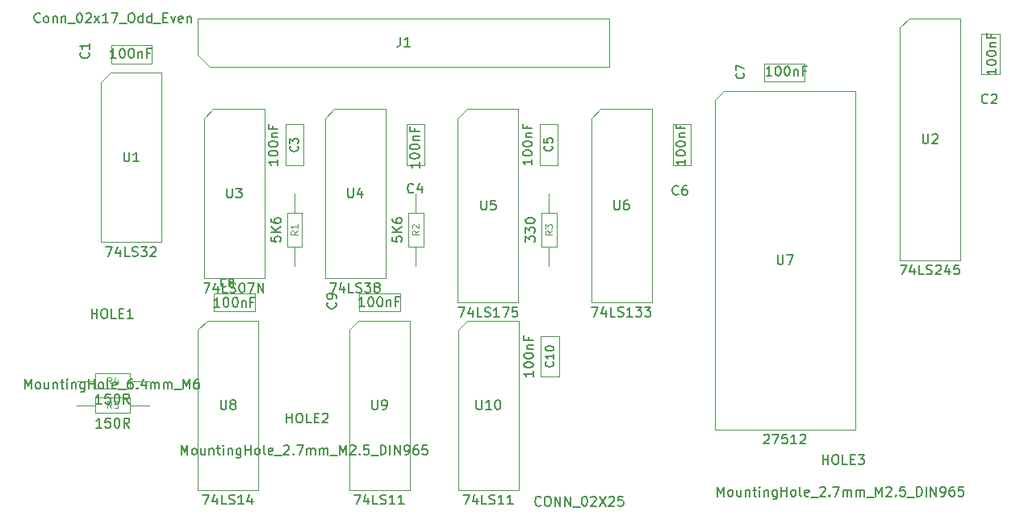
<source format=gbr>
%TF.GenerationSoftware,KiCad,Pcbnew,7.0.9*%
%TF.CreationDate,2024-01-19T22:05:45-03:00*%
%TF.ProjectId,HB720-Cart_dos2,48423732-302d-4436-9172-745f646f7332,V1.0.0*%
%TF.SameCoordinates,Original*%
%TF.FileFunction,AssemblyDrawing,Top*%
%FSLAX46Y46*%
G04 Gerber Fmt 4.6, Leading zero omitted, Abs format (unit mm)*
G04 Created by KiCad (PCBNEW 7.0.9) date 2024-01-19 22:05:45*
%MOMM*%
%LPD*%
G01*
G04 APERTURE LIST*
%ADD10C,0.150000*%
%ADD11C,0.129000*%
%ADD12C,0.108000*%
%ADD13C,0.100000*%
G04 APERTURE END LIST*
D10*
X148452390Y-119079180D02*
X148404771Y-119126800D01*
X148404771Y-119126800D02*
X148261914Y-119174419D01*
X148261914Y-119174419D02*
X148166676Y-119174419D01*
X148166676Y-119174419D02*
X148023819Y-119126800D01*
X148023819Y-119126800D02*
X147928581Y-119031561D01*
X147928581Y-119031561D02*
X147880962Y-118936323D01*
X147880962Y-118936323D02*
X147833343Y-118745847D01*
X147833343Y-118745847D02*
X147833343Y-118602990D01*
X147833343Y-118602990D02*
X147880962Y-118412514D01*
X147880962Y-118412514D02*
X147928581Y-118317276D01*
X147928581Y-118317276D02*
X148023819Y-118222038D01*
X148023819Y-118222038D02*
X148166676Y-118174419D01*
X148166676Y-118174419D02*
X148261914Y-118174419D01*
X148261914Y-118174419D02*
X148404771Y-118222038D01*
X148404771Y-118222038D02*
X148452390Y-118269657D01*
X149071438Y-118174419D02*
X149261914Y-118174419D01*
X149261914Y-118174419D02*
X149357152Y-118222038D01*
X149357152Y-118222038D02*
X149452390Y-118317276D01*
X149452390Y-118317276D02*
X149500009Y-118507752D01*
X149500009Y-118507752D02*
X149500009Y-118841085D01*
X149500009Y-118841085D02*
X149452390Y-119031561D01*
X149452390Y-119031561D02*
X149357152Y-119126800D01*
X149357152Y-119126800D02*
X149261914Y-119174419D01*
X149261914Y-119174419D02*
X149071438Y-119174419D01*
X149071438Y-119174419D02*
X148976200Y-119126800D01*
X148976200Y-119126800D02*
X148880962Y-119031561D01*
X148880962Y-119031561D02*
X148833343Y-118841085D01*
X148833343Y-118841085D02*
X148833343Y-118507752D01*
X148833343Y-118507752D02*
X148880962Y-118317276D01*
X148880962Y-118317276D02*
X148976200Y-118222038D01*
X148976200Y-118222038D02*
X149071438Y-118174419D01*
X149928581Y-119174419D02*
X149928581Y-118174419D01*
X149928581Y-118174419D02*
X150500009Y-119174419D01*
X150500009Y-119174419D02*
X150500009Y-118174419D01*
X150976200Y-119174419D02*
X150976200Y-118174419D01*
X150976200Y-118174419D02*
X151547628Y-119174419D01*
X151547628Y-119174419D02*
X151547628Y-118174419D01*
X151785724Y-119269657D02*
X152547628Y-119269657D01*
X152976200Y-118174419D02*
X153071438Y-118174419D01*
X153071438Y-118174419D02*
X153166676Y-118222038D01*
X153166676Y-118222038D02*
X153214295Y-118269657D01*
X153214295Y-118269657D02*
X153261914Y-118364895D01*
X153261914Y-118364895D02*
X153309533Y-118555371D01*
X153309533Y-118555371D02*
X153309533Y-118793466D01*
X153309533Y-118793466D02*
X153261914Y-118983942D01*
X153261914Y-118983942D02*
X153214295Y-119079180D01*
X153214295Y-119079180D02*
X153166676Y-119126800D01*
X153166676Y-119126800D02*
X153071438Y-119174419D01*
X153071438Y-119174419D02*
X152976200Y-119174419D01*
X152976200Y-119174419D02*
X152880962Y-119126800D01*
X152880962Y-119126800D02*
X152833343Y-119079180D01*
X152833343Y-119079180D02*
X152785724Y-118983942D01*
X152785724Y-118983942D02*
X152738105Y-118793466D01*
X152738105Y-118793466D02*
X152738105Y-118555371D01*
X152738105Y-118555371D02*
X152785724Y-118364895D01*
X152785724Y-118364895D02*
X152833343Y-118269657D01*
X152833343Y-118269657D02*
X152880962Y-118222038D01*
X152880962Y-118222038D02*
X152976200Y-118174419D01*
X153690486Y-118269657D02*
X153738105Y-118222038D01*
X153738105Y-118222038D02*
X153833343Y-118174419D01*
X153833343Y-118174419D02*
X154071438Y-118174419D01*
X154071438Y-118174419D02*
X154166676Y-118222038D01*
X154166676Y-118222038D02*
X154214295Y-118269657D01*
X154214295Y-118269657D02*
X154261914Y-118364895D01*
X154261914Y-118364895D02*
X154261914Y-118460133D01*
X154261914Y-118460133D02*
X154214295Y-118602990D01*
X154214295Y-118602990D02*
X153642867Y-119174419D01*
X153642867Y-119174419D02*
X154261914Y-119174419D01*
X154595248Y-118174419D02*
X155261914Y-119174419D01*
X155261914Y-118174419D02*
X154595248Y-119174419D01*
X155595248Y-118269657D02*
X155642867Y-118222038D01*
X155642867Y-118222038D02*
X155738105Y-118174419D01*
X155738105Y-118174419D02*
X155976200Y-118174419D01*
X155976200Y-118174419D02*
X156071438Y-118222038D01*
X156071438Y-118222038D02*
X156119057Y-118269657D01*
X156119057Y-118269657D02*
X156166676Y-118364895D01*
X156166676Y-118364895D02*
X156166676Y-118460133D01*
X156166676Y-118460133D02*
X156119057Y-118602990D01*
X156119057Y-118602990D02*
X155547629Y-119174419D01*
X155547629Y-119174419D02*
X156166676Y-119174419D01*
X157071438Y-118174419D02*
X156595248Y-118174419D01*
X156595248Y-118174419D02*
X156547629Y-118650609D01*
X156547629Y-118650609D02*
X156595248Y-118602990D01*
X156595248Y-118602990D02*
X156690486Y-118555371D01*
X156690486Y-118555371D02*
X156928581Y-118555371D01*
X156928581Y-118555371D02*
X157023819Y-118602990D01*
X157023819Y-118602990D02*
X157071438Y-118650609D01*
X157071438Y-118650609D02*
X157119057Y-118745847D01*
X157119057Y-118745847D02*
X157119057Y-118983942D01*
X157119057Y-118983942D02*
X157071438Y-119079180D01*
X157071438Y-119079180D02*
X157023819Y-119126800D01*
X157023819Y-119126800D02*
X156928581Y-119174419D01*
X156928581Y-119174419D02*
X156690486Y-119174419D01*
X156690486Y-119174419D02*
X156595248Y-119126800D01*
X156595248Y-119126800D02*
X156547629Y-119079180D01*
X172670980Y-73987819D02*
X172099552Y-73987819D01*
X172385266Y-73987819D02*
X172385266Y-72987819D01*
X172385266Y-72987819D02*
X172290028Y-73130676D01*
X172290028Y-73130676D02*
X172194790Y-73225914D01*
X172194790Y-73225914D02*
X172099552Y-73273533D01*
X173290028Y-72987819D02*
X173385266Y-72987819D01*
X173385266Y-72987819D02*
X173480504Y-73035438D01*
X173480504Y-73035438D02*
X173528123Y-73083057D01*
X173528123Y-73083057D02*
X173575742Y-73178295D01*
X173575742Y-73178295D02*
X173623361Y-73368771D01*
X173623361Y-73368771D02*
X173623361Y-73606866D01*
X173623361Y-73606866D02*
X173575742Y-73797342D01*
X173575742Y-73797342D02*
X173528123Y-73892580D01*
X173528123Y-73892580D02*
X173480504Y-73940200D01*
X173480504Y-73940200D02*
X173385266Y-73987819D01*
X173385266Y-73987819D02*
X173290028Y-73987819D01*
X173290028Y-73987819D02*
X173194790Y-73940200D01*
X173194790Y-73940200D02*
X173147171Y-73892580D01*
X173147171Y-73892580D02*
X173099552Y-73797342D01*
X173099552Y-73797342D02*
X173051933Y-73606866D01*
X173051933Y-73606866D02*
X173051933Y-73368771D01*
X173051933Y-73368771D02*
X173099552Y-73178295D01*
X173099552Y-73178295D02*
X173147171Y-73083057D01*
X173147171Y-73083057D02*
X173194790Y-73035438D01*
X173194790Y-73035438D02*
X173290028Y-72987819D01*
X174242409Y-72987819D02*
X174337647Y-72987819D01*
X174337647Y-72987819D02*
X174432885Y-73035438D01*
X174432885Y-73035438D02*
X174480504Y-73083057D01*
X174480504Y-73083057D02*
X174528123Y-73178295D01*
X174528123Y-73178295D02*
X174575742Y-73368771D01*
X174575742Y-73368771D02*
X174575742Y-73606866D01*
X174575742Y-73606866D02*
X174528123Y-73797342D01*
X174528123Y-73797342D02*
X174480504Y-73892580D01*
X174480504Y-73892580D02*
X174432885Y-73940200D01*
X174432885Y-73940200D02*
X174337647Y-73987819D01*
X174337647Y-73987819D02*
X174242409Y-73987819D01*
X174242409Y-73987819D02*
X174147171Y-73940200D01*
X174147171Y-73940200D02*
X174099552Y-73892580D01*
X174099552Y-73892580D02*
X174051933Y-73797342D01*
X174051933Y-73797342D02*
X174004314Y-73606866D01*
X174004314Y-73606866D02*
X174004314Y-73368771D01*
X174004314Y-73368771D02*
X174051933Y-73178295D01*
X174051933Y-73178295D02*
X174099552Y-73083057D01*
X174099552Y-73083057D02*
X174147171Y-73035438D01*
X174147171Y-73035438D02*
X174242409Y-72987819D01*
X175004314Y-73321152D02*
X175004314Y-73987819D01*
X175004314Y-73416390D02*
X175051933Y-73368771D01*
X175051933Y-73368771D02*
X175147171Y-73321152D01*
X175147171Y-73321152D02*
X175290028Y-73321152D01*
X175290028Y-73321152D02*
X175385266Y-73368771D01*
X175385266Y-73368771D02*
X175432885Y-73464009D01*
X175432885Y-73464009D02*
X175432885Y-73987819D01*
X176242409Y-73464009D02*
X175909076Y-73464009D01*
X175909076Y-73987819D02*
X175909076Y-72987819D01*
X175909076Y-72987819D02*
X176385266Y-72987819D01*
D11*
X169698040Y-73727133D02*
X169738993Y-73768085D01*
X169738993Y-73768085D02*
X169779945Y-73890943D01*
X169779945Y-73890943D02*
X169779945Y-73972847D01*
X169779945Y-73972847D02*
X169738993Y-74095704D01*
X169738993Y-74095704D02*
X169657088Y-74177609D01*
X169657088Y-74177609D02*
X169575183Y-74218562D01*
X169575183Y-74218562D02*
X169411373Y-74259514D01*
X169411373Y-74259514D02*
X169288516Y-74259514D01*
X169288516Y-74259514D02*
X169124707Y-74218562D01*
X169124707Y-74218562D02*
X169042802Y-74177609D01*
X169042802Y-74177609D02*
X168960897Y-74095704D01*
X168960897Y-74095704D02*
X168919945Y-73972847D01*
X168919945Y-73972847D02*
X168919945Y-73890943D01*
X168919945Y-73890943D02*
X168960897Y-73768085D01*
X168960897Y-73768085D02*
X169001850Y-73727133D01*
X168919945Y-73440466D02*
X168919945Y-72867133D01*
X168919945Y-72867133D02*
X169779945Y-73235704D01*
D10*
X171850324Y-111735057D02*
X171897943Y-111687438D01*
X171897943Y-111687438D02*
X171993181Y-111639819D01*
X171993181Y-111639819D02*
X172231276Y-111639819D01*
X172231276Y-111639819D02*
X172326514Y-111687438D01*
X172326514Y-111687438D02*
X172374133Y-111735057D01*
X172374133Y-111735057D02*
X172421752Y-111830295D01*
X172421752Y-111830295D02*
X172421752Y-111925533D01*
X172421752Y-111925533D02*
X172374133Y-112068390D01*
X172374133Y-112068390D02*
X171802705Y-112639819D01*
X171802705Y-112639819D02*
X172421752Y-112639819D01*
X172755086Y-111639819D02*
X173421752Y-111639819D01*
X173421752Y-111639819D02*
X172993181Y-112639819D01*
X174278895Y-111639819D02*
X173802705Y-111639819D01*
X173802705Y-111639819D02*
X173755086Y-112116009D01*
X173755086Y-112116009D02*
X173802705Y-112068390D01*
X173802705Y-112068390D02*
X173897943Y-112020771D01*
X173897943Y-112020771D02*
X174136038Y-112020771D01*
X174136038Y-112020771D02*
X174231276Y-112068390D01*
X174231276Y-112068390D02*
X174278895Y-112116009D01*
X174278895Y-112116009D02*
X174326514Y-112211247D01*
X174326514Y-112211247D02*
X174326514Y-112449342D01*
X174326514Y-112449342D02*
X174278895Y-112544580D01*
X174278895Y-112544580D02*
X174231276Y-112592200D01*
X174231276Y-112592200D02*
X174136038Y-112639819D01*
X174136038Y-112639819D02*
X173897943Y-112639819D01*
X173897943Y-112639819D02*
X173802705Y-112592200D01*
X173802705Y-112592200D02*
X173755086Y-112544580D01*
X175278895Y-112639819D02*
X174707467Y-112639819D01*
X174993181Y-112639819D02*
X174993181Y-111639819D01*
X174993181Y-111639819D02*
X174897943Y-111782676D01*
X174897943Y-111782676D02*
X174802705Y-111877914D01*
X174802705Y-111877914D02*
X174707467Y-111925533D01*
X175659848Y-111735057D02*
X175707467Y-111687438D01*
X175707467Y-111687438D02*
X175802705Y-111639819D01*
X175802705Y-111639819D02*
X176040800Y-111639819D01*
X176040800Y-111639819D02*
X176136038Y-111687438D01*
X176136038Y-111687438D02*
X176183657Y-111735057D01*
X176183657Y-111735057D02*
X176231276Y-111830295D01*
X176231276Y-111830295D02*
X176231276Y-111925533D01*
X176231276Y-111925533D02*
X176183657Y-112068390D01*
X176183657Y-112068390D02*
X175612229Y-112639819D01*
X175612229Y-112639819D02*
X176231276Y-112639819D01*
X173278895Y-92799819D02*
X173278895Y-93609342D01*
X173278895Y-93609342D02*
X173326514Y-93704580D01*
X173326514Y-93704580D02*
X173374133Y-93752200D01*
X173374133Y-93752200D02*
X173469371Y-93799819D01*
X173469371Y-93799819D02*
X173659847Y-93799819D01*
X173659847Y-93799819D02*
X173755085Y-93752200D01*
X173755085Y-93752200D02*
X173802704Y-93704580D01*
X173802704Y-93704580D02*
X173850323Y-93609342D01*
X173850323Y-93609342D02*
X173850323Y-92799819D01*
X174231276Y-92799819D02*
X174897942Y-92799819D01*
X174897942Y-92799819D02*
X174469371Y-93799819D01*
X102357433Y-108419819D02*
X101786005Y-108419819D01*
X102071719Y-108419819D02*
X102071719Y-107419819D01*
X102071719Y-107419819D02*
X101976481Y-107562676D01*
X101976481Y-107562676D02*
X101881243Y-107657914D01*
X101881243Y-107657914D02*
X101786005Y-107705533D01*
X103262195Y-107419819D02*
X102786005Y-107419819D01*
X102786005Y-107419819D02*
X102738386Y-107896009D01*
X102738386Y-107896009D02*
X102786005Y-107848390D01*
X102786005Y-107848390D02*
X102881243Y-107800771D01*
X102881243Y-107800771D02*
X103119338Y-107800771D01*
X103119338Y-107800771D02*
X103214576Y-107848390D01*
X103214576Y-107848390D02*
X103262195Y-107896009D01*
X103262195Y-107896009D02*
X103309814Y-107991247D01*
X103309814Y-107991247D02*
X103309814Y-108229342D01*
X103309814Y-108229342D02*
X103262195Y-108324580D01*
X103262195Y-108324580D02*
X103214576Y-108372200D01*
X103214576Y-108372200D02*
X103119338Y-108419819D01*
X103119338Y-108419819D02*
X102881243Y-108419819D01*
X102881243Y-108419819D02*
X102786005Y-108372200D01*
X102786005Y-108372200D02*
X102738386Y-108324580D01*
X103928862Y-107419819D02*
X104024100Y-107419819D01*
X104024100Y-107419819D02*
X104119338Y-107467438D01*
X104119338Y-107467438D02*
X104166957Y-107515057D01*
X104166957Y-107515057D02*
X104214576Y-107610295D01*
X104214576Y-107610295D02*
X104262195Y-107800771D01*
X104262195Y-107800771D02*
X104262195Y-108038866D01*
X104262195Y-108038866D02*
X104214576Y-108229342D01*
X104214576Y-108229342D02*
X104166957Y-108324580D01*
X104166957Y-108324580D02*
X104119338Y-108372200D01*
X104119338Y-108372200D02*
X104024100Y-108419819D01*
X104024100Y-108419819D02*
X103928862Y-108419819D01*
X103928862Y-108419819D02*
X103833624Y-108372200D01*
X103833624Y-108372200D02*
X103786005Y-108324580D01*
X103786005Y-108324580D02*
X103738386Y-108229342D01*
X103738386Y-108229342D02*
X103690767Y-108038866D01*
X103690767Y-108038866D02*
X103690767Y-107800771D01*
X103690767Y-107800771D02*
X103738386Y-107610295D01*
X103738386Y-107610295D02*
X103786005Y-107515057D01*
X103786005Y-107515057D02*
X103833624Y-107467438D01*
X103833624Y-107467438D02*
X103928862Y-107419819D01*
X105262195Y-108419819D02*
X104928862Y-107943628D01*
X104690767Y-108419819D02*
X104690767Y-107419819D01*
X104690767Y-107419819D02*
X105071719Y-107419819D01*
X105071719Y-107419819D02*
X105166957Y-107467438D01*
X105166957Y-107467438D02*
X105214576Y-107515057D01*
X105214576Y-107515057D02*
X105262195Y-107610295D01*
X105262195Y-107610295D02*
X105262195Y-107753152D01*
X105262195Y-107753152D02*
X105214576Y-107848390D01*
X105214576Y-107848390D02*
X105166957Y-107896009D01*
X105166957Y-107896009D02*
X105071719Y-107943628D01*
X105071719Y-107943628D02*
X104690767Y-107943628D01*
D12*
X103404100Y-106372469D02*
X103164100Y-106029612D01*
X102992671Y-106372469D02*
X102992671Y-105652469D01*
X102992671Y-105652469D02*
X103266957Y-105652469D01*
X103266957Y-105652469D02*
X103335528Y-105686755D01*
X103335528Y-105686755D02*
X103369814Y-105721041D01*
X103369814Y-105721041D02*
X103404100Y-105789612D01*
X103404100Y-105789612D02*
X103404100Y-105892469D01*
X103404100Y-105892469D02*
X103369814Y-105961041D01*
X103369814Y-105961041D02*
X103335528Y-105995326D01*
X103335528Y-105995326D02*
X103266957Y-106029612D01*
X103266957Y-106029612D02*
X102992671Y-106029612D01*
X104021243Y-105892469D02*
X104021243Y-106372469D01*
X103849814Y-105618184D02*
X103678385Y-106132469D01*
X103678385Y-106132469D02*
X104124100Y-106132469D01*
D10*
X120140619Y-90908095D02*
X120140619Y-91384285D01*
X120140619Y-91384285D02*
X120616809Y-91431904D01*
X120616809Y-91431904D02*
X120569190Y-91384285D01*
X120569190Y-91384285D02*
X120521571Y-91289047D01*
X120521571Y-91289047D02*
X120521571Y-91050952D01*
X120521571Y-91050952D02*
X120569190Y-90955714D01*
X120569190Y-90955714D02*
X120616809Y-90908095D01*
X120616809Y-90908095D02*
X120712047Y-90860476D01*
X120712047Y-90860476D02*
X120950142Y-90860476D01*
X120950142Y-90860476D02*
X121045380Y-90908095D01*
X121045380Y-90908095D02*
X121093000Y-90955714D01*
X121093000Y-90955714D02*
X121140619Y-91050952D01*
X121140619Y-91050952D02*
X121140619Y-91289047D01*
X121140619Y-91289047D02*
X121093000Y-91384285D01*
X121093000Y-91384285D02*
X121045380Y-91431904D01*
X121140619Y-90431904D02*
X120140619Y-90431904D01*
X121140619Y-89860476D02*
X120569190Y-90289047D01*
X120140619Y-89860476D02*
X120712047Y-90431904D01*
X120140619Y-89003333D02*
X120140619Y-89193809D01*
X120140619Y-89193809D02*
X120188238Y-89289047D01*
X120188238Y-89289047D02*
X120235857Y-89336666D01*
X120235857Y-89336666D02*
X120378714Y-89431904D01*
X120378714Y-89431904D02*
X120569190Y-89479523D01*
X120569190Y-89479523D02*
X120950142Y-89479523D01*
X120950142Y-89479523D02*
X121045380Y-89431904D01*
X121045380Y-89431904D02*
X121093000Y-89384285D01*
X121093000Y-89384285D02*
X121140619Y-89289047D01*
X121140619Y-89289047D02*
X121140619Y-89098571D01*
X121140619Y-89098571D02*
X121093000Y-89003333D01*
X121093000Y-89003333D02*
X121045380Y-88955714D01*
X121045380Y-88955714D02*
X120950142Y-88908095D01*
X120950142Y-88908095D02*
X120712047Y-88908095D01*
X120712047Y-88908095D02*
X120616809Y-88955714D01*
X120616809Y-88955714D02*
X120569190Y-89003333D01*
X120569190Y-89003333D02*
X120521571Y-89098571D01*
X120521571Y-89098571D02*
X120521571Y-89289047D01*
X120521571Y-89289047D02*
X120569190Y-89384285D01*
X120569190Y-89384285D02*
X120616809Y-89431904D01*
X120616809Y-89431904D02*
X120712047Y-89479523D01*
D12*
X122933269Y-90289999D02*
X122590412Y-90529999D01*
X122933269Y-90701428D02*
X122213269Y-90701428D01*
X122213269Y-90701428D02*
X122213269Y-90427142D01*
X122213269Y-90427142D02*
X122247555Y-90358571D01*
X122247555Y-90358571D02*
X122281841Y-90324285D01*
X122281841Y-90324285D02*
X122350412Y-90289999D01*
X122350412Y-90289999D02*
X122453269Y-90289999D01*
X122453269Y-90289999D02*
X122521841Y-90324285D01*
X122521841Y-90324285D02*
X122556126Y-90358571D01*
X122556126Y-90358571D02*
X122590412Y-90427142D01*
X122590412Y-90427142D02*
X122590412Y-90701428D01*
X122933269Y-89604285D02*
X122933269Y-90015714D01*
X122933269Y-89809999D02*
X122213269Y-89809999D01*
X122213269Y-89809999D02*
X122316126Y-89878571D01*
X122316126Y-89878571D02*
X122384698Y-89947142D01*
X122384698Y-89947142D02*
X122418984Y-90015714D01*
D10*
X126312943Y-95739419D02*
X126979609Y-95739419D01*
X126979609Y-95739419D02*
X126551038Y-96739419D01*
X127789133Y-96072752D02*
X127789133Y-96739419D01*
X127551038Y-95691800D02*
X127312943Y-96406085D01*
X127312943Y-96406085D02*
X127931990Y-96406085D01*
X128789133Y-96739419D02*
X128312943Y-96739419D01*
X128312943Y-96739419D02*
X128312943Y-95739419D01*
X129074848Y-96691800D02*
X129217705Y-96739419D01*
X129217705Y-96739419D02*
X129455800Y-96739419D01*
X129455800Y-96739419D02*
X129551038Y-96691800D01*
X129551038Y-96691800D02*
X129598657Y-96644180D01*
X129598657Y-96644180D02*
X129646276Y-96548942D01*
X129646276Y-96548942D02*
X129646276Y-96453704D01*
X129646276Y-96453704D02*
X129598657Y-96358466D01*
X129598657Y-96358466D02*
X129551038Y-96310847D01*
X129551038Y-96310847D02*
X129455800Y-96263228D01*
X129455800Y-96263228D02*
X129265324Y-96215609D01*
X129265324Y-96215609D02*
X129170086Y-96167990D01*
X129170086Y-96167990D02*
X129122467Y-96120371D01*
X129122467Y-96120371D02*
X129074848Y-96025133D01*
X129074848Y-96025133D02*
X129074848Y-95929895D01*
X129074848Y-95929895D02*
X129122467Y-95834657D01*
X129122467Y-95834657D02*
X129170086Y-95787038D01*
X129170086Y-95787038D02*
X129265324Y-95739419D01*
X129265324Y-95739419D02*
X129503419Y-95739419D01*
X129503419Y-95739419D02*
X129646276Y-95787038D01*
X129979610Y-95739419D02*
X130598657Y-95739419D01*
X130598657Y-95739419D02*
X130265324Y-96120371D01*
X130265324Y-96120371D02*
X130408181Y-96120371D01*
X130408181Y-96120371D02*
X130503419Y-96167990D01*
X130503419Y-96167990D02*
X130551038Y-96215609D01*
X130551038Y-96215609D02*
X130598657Y-96310847D01*
X130598657Y-96310847D02*
X130598657Y-96548942D01*
X130598657Y-96548942D02*
X130551038Y-96644180D01*
X130551038Y-96644180D02*
X130503419Y-96691800D01*
X130503419Y-96691800D02*
X130408181Y-96739419D01*
X130408181Y-96739419D02*
X130122467Y-96739419D01*
X130122467Y-96739419D02*
X130027229Y-96691800D01*
X130027229Y-96691800D02*
X129979610Y-96644180D01*
X131170086Y-96167990D02*
X131074848Y-96120371D01*
X131074848Y-96120371D02*
X131027229Y-96072752D01*
X131027229Y-96072752D02*
X130979610Y-95977514D01*
X130979610Y-95977514D02*
X130979610Y-95929895D01*
X130979610Y-95929895D02*
X131027229Y-95834657D01*
X131027229Y-95834657D02*
X131074848Y-95787038D01*
X131074848Y-95787038D02*
X131170086Y-95739419D01*
X131170086Y-95739419D02*
X131360562Y-95739419D01*
X131360562Y-95739419D02*
X131455800Y-95787038D01*
X131455800Y-95787038D02*
X131503419Y-95834657D01*
X131503419Y-95834657D02*
X131551038Y-95929895D01*
X131551038Y-95929895D02*
X131551038Y-95977514D01*
X131551038Y-95977514D02*
X131503419Y-96072752D01*
X131503419Y-96072752D02*
X131455800Y-96120371D01*
X131455800Y-96120371D02*
X131360562Y-96167990D01*
X131360562Y-96167990D02*
X131170086Y-96167990D01*
X131170086Y-96167990D02*
X131074848Y-96215609D01*
X131074848Y-96215609D02*
X131027229Y-96263228D01*
X131027229Y-96263228D02*
X130979610Y-96358466D01*
X130979610Y-96358466D02*
X130979610Y-96548942D01*
X130979610Y-96548942D02*
X131027229Y-96644180D01*
X131027229Y-96644180D02*
X131074848Y-96691800D01*
X131074848Y-96691800D02*
X131170086Y-96739419D01*
X131170086Y-96739419D02*
X131360562Y-96739419D01*
X131360562Y-96739419D02*
X131455800Y-96691800D01*
X131455800Y-96691800D02*
X131503419Y-96644180D01*
X131503419Y-96644180D02*
X131551038Y-96548942D01*
X131551038Y-96548942D02*
X131551038Y-96358466D01*
X131551038Y-96358466D02*
X131503419Y-96263228D01*
X131503419Y-96263228D02*
X131455800Y-96215609D01*
X131455800Y-96215609D02*
X131360562Y-96167990D01*
X128193895Y-85789419D02*
X128193895Y-86598942D01*
X128193895Y-86598942D02*
X128241514Y-86694180D01*
X128241514Y-86694180D02*
X128289133Y-86741800D01*
X128289133Y-86741800D02*
X128384371Y-86789419D01*
X128384371Y-86789419D02*
X128574847Y-86789419D01*
X128574847Y-86789419D02*
X128670085Y-86741800D01*
X128670085Y-86741800D02*
X128717704Y-86694180D01*
X128717704Y-86694180D02*
X128765323Y-86598942D01*
X128765323Y-86598942D02*
X128765323Y-85789419D01*
X129670085Y-86122752D02*
X129670085Y-86789419D01*
X129431990Y-85741800D02*
X129193895Y-86456085D01*
X129193895Y-86456085D02*
X129812942Y-86456085D01*
X114748180Y-98270219D02*
X114176752Y-98270219D01*
X114462466Y-98270219D02*
X114462466Y-97270219D01*
X114462466Y-97270219D02*
X114367228Y-97413076D01*
X114367228Y-97413076D02*
X114271990Y-97508314D01*
X114271990Y-97508314D02*
X114176752Y-97555933D01*
X115367228Y-97270219D02*
X115462466Y-97270219D01*
X115462466Y-97270219D02*
X115557704Y-97317838D01*
X115557704Y-97317838D02*
X115605323Y-97365457D01*
X115605323Y-97365457D02*
X115652942Y-97460695D01*
X115652942Y-97460695D02*
X115700561Y-97651171D01*
X115700561Y-97651171D02*
X115700561Y-97889266D01*
X115700561Y-97889266D02*
X115652942Y-98079742D01*
X115652942Y-98079742D02*
X115605323Y-98174980D01*
X115605323Y-98174980D02*
X115557704Y-98222600D01*
X115557704Y-98222600D02*
X115462466Y-98270219D01*
X115462466Y-98270219D02*
X115367228Y-98270219D01*
X115367228Y-98270219D02*
X115271990Y-98222600D01*
X115271990Y-98222600D02*
X115224371Y-98174980D01*
X115224371Y-98174980D02*
X115176752Y-98079742D01*
X115176752Y-98079742D02*
X115129133Y-97889266D01*
X115129133Y-97889266D02*
X115129133Y-97651171D01*
X115129133Y-97651171D02*
X115176752Y-97460695D01*
X115176752Y-97460695D02*
X115224371Y-97365457D01*
X115224371Y-97365457D02*
X115271990Y-97317838D01*
X115271990Y-97317838D02*
X115367228Y-97270219D01*
X116319609Y-97270219D02*
X116414847Y-97270219D01*
X116414847Y-97270219D02*
X116510085Y-97317838D01*
X116510085Y-97317838D02*
X116557704Y-97365457D01*
X116557704Y-97365457D02*
X116605323Y-97460695D01*
X116605323Y-97460695D02*
X116652942Y-97651171D01*
X116652942Y-97651171D02*
X116652942Y-97889266D01*
X116652942Y-97889266D02*
X116605323Y-98079742D01*
X116605323Y-98079742D02*
X116557704Y-98174980D01*
X116557704Y-98174980D02*
X116510085Y-98222600D01*
X116510085Y-98222600D02*
X116414847Y-98270219D01*
X116414847Y-98270219D02*
X116319609Y-98270219D01*
X116319609Y-98270219D02*
X116224371Y-98222600D01*
X116224371Y-98222600D02*
X116176752Y-98174980D01*
X116176752Y-98174980D02*
X116129133Y-98079742D01*
X116129133Y-98079742D02*
X116081514Y-97889266D01*
X116081514Y-97889266D02*
X116081514Y-97651171D01*
X116081514Y-97651171D02*
X116129133Y-97460695D01*
X116129133Y-97460695D02*
X116176752Y-97365457D01*
X116176752Y-97365457D02*
X116224371Y-97317838D01*
X116224371Y-97317838D02*
X116319609Y-97270219D01*
X117081514Y-97603552D02*
X117081514Y-98270219D01*
X117081514Y-97698790D02*
X117129133Y-97651171D01*
X117129133Y-97651171D02*
X117224371Y-97603552D01*
X117224371Y-97603552D02*
X117367228Y-97603552D01*
X117367228Y-97603552D02*
X117462466Y-97651171D01*
X117462466Y-97651171D02*
X117510085Y-97746409D01*
X117510085Y-97746409D02*
X117510085Y-98270219D01*
X118319609Y-97746409D02*
X117986276Y-97746409D01*
X117986276Y-98270219D02*
X117986276Y-97270219D01*
X117986276Y-97270219D02*
X118462466Y-97270219D01*
D11*
X115390466Y-96067240D02*
X115349514Y-96108193D01*
X115349514Y-96108193D02*
X115226656Y-96149145D01*
X115226656Y-96149145D02*
X115144752Y-96149145D01*
X115144752Y-96149145D02*
X115021895Y-96108193D01*
X115021895Y-96108193D02*
X114939990Y-96026288D01*
X114939990Y-96026288D02*
X114899037Y-95944383D01*
X114899037Y-95944383D02*
X114858085Y-95780573D01*
X114858085Y-95780573D02*
X114858085Y-95657716D01*
X114858085Y-95657716D02*
X114899037Y-95493907D01*
X114899037Y-95493907D02*
X114939990Y-95412002D01*
X114939990Y-95412002D02*
X115021895Y-95330097D01*
X115021895Y-95330097D02*
X115144752Y-95289145D01*
X115144752Y-95289145D02*
X115226656Y-95289145D01*
X115226656Y-95289145D02*
X115349514Y-95330097D01*
X115349514Y-95330097D02*
X115390466Y-95371050D01*
X115881895Y-95657716D02*
X115799990Y-95616764D01*
X115799990Y-95616764D02*
X115759037Y-95575812D01*
X115759037Y-95575812D02*
X115718085Y-95493907D01*
X115718085Y-95493907D02*
X115718085Y-95452954D01*
X115718085Y-95452954D02*
X115759037Y-95371050D01*
X115759037Y-95371050D02*
X115799990Y-95330097D01*
X115799990Y-95330097D02*
X115881895Y-95289145D01*
X115881895Y-95289145D02*
X116045704Y-95289145D01*
X116045704Y-95289145D02*
X116127609Y-95330097D01*
X116127609Y-95330097D02*
X116168561Y-95371050D01*
X116168561Y-95371050D02*
X116209514Y-95452954D01*
X116209514Y-95452954D02*
X116209514Y-95493907D01*
X116209514Y-95493907D02*
X116168561Y-95575812D01*
X116168561Y-95575812D02*
X116127609Y-95616764D01*
X116127609Y-95616764D02*
X116045704Y-95657716D01*
X116045704Y-95657716D02*
X115881895Y-95657716D01*
X115881895Y-95657716D02*
X115799990Y-95698669D01*
X115799990Y-95698669D02*
X115759037Y-95739621D01*
X115759037Y-95739621D02*
X115718085Y-95821526D01*
X115718085Y-95821526D02*
X115718085Y-95985335D01*
X115718085Y-95985335D02*
X115759037Y-96067240D01*
X115759037Y-96067240D02*
X115799990Y-96108193D01*
X115799990Y-96108193D02*
X115881895Y-96149145D01*
X115881895Y-96149145D02*
X116045704Y-96149145D01*
X116045704Y-96149145D02*
X116127609Y-96108193D01*
X116127609Y-96108193D02*
X116168561Y-96067240D01*
X116168561Y-96067240D02*
X116209514Y-95985335D01*
X116209514Y-95985335D02*
X116209514Y-95821526D01*
X116209514Y-95821526D02*
X116168561Y-95739621D01*
X116168561Y-95739621D02*
X116127609Y-95698669D01*
X116127609Y-95698669D02*
X116045704Y-95657716D01*
D10*
X140282943Y-117989819D02*
X140949609Y-117989819D01*
X140949609Y-117989819D02*
X140521038Y-118989819D01*
X141759133Y-118323152D02*
X141759133Y-118989819D01*
X141521038Y-117942200D02*
X141282943Y-118656485D01*
X141282943Y-118656485D02*
X141901990Y-118656485D01*
X142759133Y-118989819D02*
X142282943Y-118989819D01*
X142282943Y-118989819D02*
X142282943Y-117989819D01*
X143044848Y-118942200D02*
X143187705Y-118989819D01*
X143187705Y-118989819D02*
X143425800Y-118989819D01*
X143425800Y-118989819D02*
X143521038Y-118942200D01*
X143521038Y-118942200D02*
X143568657Y-118894580D01*
X143568657Y-118894580D02*
X143616276Y-118799342D01*
X143616276Y-118799342D02*
X143616276Y-118704104D01*
X143616276Y-118704104D02*
X143568657Y-118608866D01*
X143568657Y-118608866D02*
X143521038Y-118561247D01*
X143521038Y-118561247D02*
X143425800Y-118513628D01*
X143425800Y-118513628D02*
X143235324Y-118466009D01*
X143235324Y-118466009D02*
X143140086Y-118418390D01*
X143140086Y-118418390D02*
X143092467Y-118370771D01*
X143092467Y-118370771D02*
X143044848Y-118275533D01*
X143044848Y-118275533D02*
X143044848Y-118180295D01*
X143044848Y-118180295D02*
X143092467Y-118085057D01*
X143092467Y-118085057D02*
X143140086Y-118037438D01*
X143140086Y-118037438D02*
X143235324Y-117989819D01*
X143235324Y-117989819D02*
X143473419Y-117989819D01*
X143473419Y-117989819D02*
X143616276Y-118037438D01*
X144568657Y-118989819D02*
X143997229Y-118989819D01*
X144282943Y-118989819D02*
X144282943Y-117989819D01*
X144282943Y-117989819D02*
X144187705Y-118132676D01*
X144187705Y-118132676D02*
X144092467Y-118227914D01*
X144092467Y-118227914D02*
X143997229Y-118275533D01*
X145521038Y-118989819D02*
X144949610Y-118989819D01*
X145235324Y-118989819D02*
X145235324Y-117989819D01*
X145235324Y-117989819D02*
X145140086Y-118132676D01*
X145140086Y-118132676D02*
X145044848Y-118227914D01*
X145044848Y-118227914D02*
X144949610Y-118275533D01*
X141687705Y-108039819D02*
X141687705Y-108849342D01*
X141687705Y-108849342D02*
X141735324Y-108944580D01*
X141735324Y-108944580D02*
X141782943Y-108992200D01*
X141782943Y-108992200D02*
X141878181Y-109039819D01*
X141878181Y-109039819D02*
X142068657Y-109039819D01*
X142068657Y-109039819D02*
X142163895Y-108992200D01*
X142163895Y-108992200D02*
X142211514Y-108944580D01*
X142211514Y-108944580D02*
X142259133Y-108849342D01*
X142259133Y-108849342D02*
X142259133Y-108039819D01*
X143259133Y-109039819D02*
X142687705Y-109039819D01*
X142973419Y-109039819D02*
X142973419Y-108039819D01*
X142973419Y-108039819D02*
X142878181Y-108182676D01*
X142878181Y-108182676D02*
X142782943Y-108277914D01*
X142782943Y-108277914D02*
X142687705Y-108325533D01*
X143878181Y-108039819D02*
X143973419Y-108039819D01*
X143973419Y-108039819D02*
X144068657Y-108087438D01*
X144068657Y-108087438D02*
X144116276Y-108135057D01*
X144116276Y-108135057D02*
X144163895Y-108230295D01*
X144163895Y-108230295D02*
X144211514Y-108420771D01*
X144211514Y-108420771D02*
X144211514Y-108658866D01*
X144211514Y-108658866D02*
X144163895Y-108849342D01*
X144163895Y-108849342D02*
X144116276Y-108944580D01*
X144116276Y-108944580D02*
X144068657Y-108992200D01*
X144068657Y-108992200D02*
X143973419Y-109039819D01*
X143973419Y-109039819D02*
X143878181Y-109039819D01*
X143878181Y-109039819D02*
X143782943Y-108992200D01*
X143782943Y-108992200D02*
X143735324Y-108944580D01*
X143735324Y-108944580D02*
X143687705Y-108849342D01*
X143687705Y-108849342D02*
X143640086Y-108658866D01*
X143640086Y-108658866D02*
X143640086Y-108420771D01*
X143640086Y-108420771D02*
X143687705Y-108230295D01*
X143687705Y-108230295D02*
X143735324Y-108135057D01*
X143735324Y-108135057D02*
X143782943Y-108087438D01*
X143782943Y-108087438D02*
X143878181Y-108039819D01*
X147657619Y-105012619D02*
X147657619Y-105584047D01*
X147657619Y-105298333D02*
X146657619Y-105298333D01*
X146657619Y-105298333D02*
X146800476Y-105393571D01*
X146800476Y-105393571D02*
X146895714Y-105488809D01*
X146895714Y-105488809D02*
X146943333Y-105584047D01*
X146657619Y-104393571D02*
X146657619Y-104298333D01*
X146657619Y-104298333D02*
X146705238Y-104203095D01*
X146705238Y-104203095D02*
X146752857Y-104155476D01*
X146752857Y-104155476D02*
X146848095Y-104107857D01*
X146848095Y-104107857D02*
X147038571Y-104060238D01*
X147038571Y-104060238D02*
X147276666Y-104060238D01*
X147276666Y-104060238D02*
X147467142Y-104107857D01*
X147467142Y-104107857D02*
X147562380Y-104155476D01*
X147562380Y-104155476D02*
X147610000Y-104203095D01*
X147610000Y-104203095D02*
X147657619Y-104298333D01*
X147657619Y-104298333D02*
X147657619Y-104393571D01*
X147657619Y-104393571D02*
X147610000Y-104488809D01*
X147610000Y-104488809D02*
X147562380Y-104536428D01*
X147562380Y-104536428D02*
X147467142Y-104584047D01*
X147467142Y-104584047D02*
X147276666Y-104631666D01*
X147276666Y-104631666D02*
X147038571Y-104631666D01*
X147038571Y-104631666D02*
X146848095Y-104584047D01*
X146848095Y-104584047D02*
X146752857Y-104536428D01*
X146752857Y-104536428D02*
X146705238Y-104488809D01*
X146705238Y-104488809D02*
X146657619Y-104393571D01*
X146657619Y-103441190D02*
X146657619Y-103345952D01*
X146657619Y-103345952D02*
X146705238Y-103250714D01*
X146705238Y-103250714D02*
X146752857Y-103203095D01*
X146752857Y-103203095D02*
X146848095Y-103155476D01*
X146848095Y-103155476D02*
X147038571Y-103107857D01*
X147038571Y-103107857D02*
X147276666Y-103107857D01*
X147276666Y-103107857D02*
X147467142Y-103155476D01*
X147467142Y-103155476D02*
X147562380Y-103203095D01*
X147562380Y-103203095D02*
X147610000Y-103250714D01*
X147610000Y-103250714D02*
X147657619Y-103345952D01*
X147657619Y-103345952D02*
X147657619Y-103441190D01*
X147657619Y-103441190D02*
X147610000Y-103536428D01*
X147610000Y-103536428D02*
X147562380Y-103584047D01*
X147562380Y-103584047D02*
X147467142Y-103631666D01*
X147467142Y-103631666D02*
X147276666Y-103679285D01*
X147276666Y-103679285D02*
X147038571Y-103679285D01*
X147038571Y-103679285D02*
X146848095Y-103631666D01*
X146848095Y-103631666D02*
X146752857Y-103584047D01*
X146752857Y-103584047D02*
X146705238Y-103536428D01*
X146705238Y-103536428D02*
X146657619Y-103441190D01*
X146990952Y-102679285D02*
X147657619Y-102679285D01*
X147086190Y-102679285D02*
X147038571Y-102631666D01*
X147038571Y-102631666D02*
X146990952Y-102536428D01*
X146990952Y-102536428D02*
X146990952Y-102393571D01*
X146990952Y-102393571D02*
X147038571Y-102298333D01*
X147038571Y-102298333D02*
X147133809Y-102250714D01*
X147133809Y-102250714D02*
X147657619Y-102250714D01*
X147133809Y-101441190D02*
X147133809Y-101774523D01*
X147657619Y-101774523D02*
X146657619Y-101774523D01*
X146657619Y-101774523D02*
X146657619Y-101298333D01*
D11*
X149712040Y-104017857D02*
X149752993Y-104058809D01*
X149752993Y-104058809D02*
X149793945Y-104181667D01*
X149793945Y-104181667D02*
X149793945Y-104263571D01*
X149793945Y-104263571D02*
X149752993Y-104386428D01*
X149752993Y-104386428D02*
X149671088Y-104468333D01*
X149671088Y-104468333D02*
X149589183Y-104509286D01*
X149589183Y-104509286D02*
X149425373Y-104550238D01*
X149425373Y-104550238D02*
X149302516Y-104550238D01*
X149302516Y-104550238D02*
X149138707Y-104509286D01*
X149138707Y-104509286D02*
X149056802Y-104468333D01*
X149056802Y-104468333D02*
X148974897Y-104386428D01*
X148974897Y-104386428D02*
X148933945Y-104263571D01*
X148933945Y-104263571D02*
X148933945Y-104181667D01*
X148933945Y-104181667D02*
X148974897Y-104058809D01*
X148974897Y-104058809D02*
X149015850Y-104017857D01*
X149793945Y-103198809D02*
X149793945Y-103690238D01*
X149793945Y-103444524D02*
X148933945Y-103444524D01*
X148933945Y-103444524D02*
X149056802Y-103526428D01*
X149056802Y-103526428D02*
X149138707Y-103608333D01*
X149138707Y-103608333D02*
X149179659Y-103690238D01*
X148933945Y-102666428D02*
X148933945Y-102584523D01*
X148933945Y-102584523D02*
X148974897Y-102502619D01*
X148974897Y-102502619D02*
X149015850Y-102461666D01*
X149015850Y-102461666D02*
X149097754Y-102420714D01*
X149097754Y-102420714D02*
X149261564Y-102379761D01*
X149261564Y-102379761D02*
X149466326Y-102379761D01*
X149466326Y-102379761D02*
X149630135Y-102420714D01*
X149630135Y-102420714D02*
X149712040Y-102461666D01*
X149712040Y-102461666D02*
X149752993Y-102502619D01*
X149752993Y-102502619D02*
X149793945Y-102584523D01*
X149793945Y-102584523D02*
X149793945Y-102666428D01*
X149793945Y-102666428D02*
X149752993Y-102748333D01*
X149752993Y-102748333D02*
X149712040Y-102789285D01*
X149712040Y-102789285D02*
X149630135Y-102830238D01*
X149630135Y-102830238D02*
X149466326Y-102871190D01*
X149466326Y-102871190D02*
X149261564Y-102871190D01*
X149261564Y-102871190D02*
X149097754Y-102830238D01*
X149097754Y-102830238D02*
X149015850Y-102789285D01*
X149015850Y-102789285D02*
X148974897Y-102748333D01*
X148974897Y-102748333D02*
X148933945Y-102666428D01*
D10*
X146836019Y-91455713D02*
X146836019Y-90836666D01*
X146836019Y-90836666D02*
X147216971Y-91169999D01*
X147216971Y-91169999D02*
X147216971Y-91027142D01*
X147216971Y-91027142D02*
X147264590Y-90931904D01*
X147264590Y-90931904D02*
X147312209Y-90884285D01*
X147312209Y-90884285D02*
X147407447Y-90836666D01*
X147407447Y-90836666D02*
X147645542Y-90836666D01*
X147645542Y-90836666D02*
X147740780Y-90884285D01*
X147740780Y-90884285D02*
X147788400Y-90931904D01*
X147788400Y-90931904D02*
X147836019Y-91027142D01*
X147836019Y-91027142D02*
X147836019Y-91312856D01*
X147836019Y-91312856D02*
X147788400Y-91408094D01*
X147788400Y-91408094D02*
X147740780Y-91455713D01*
X146836019Y-90503332D02*
X146836019Y-89884285D01*
X146836019Y-89884285D02*
X147216971Y-90217618D01*
X147216971Y-90217618D02*
X147216971Y-90074761D01*
X147216971Y-90074761D02*
X147264590Y-89979523D01*
X147264590Y-89979523D02*
X147312209Y-89931904D01*
X147312209Y-89931904D02*
X147407447Y-89884285D01*
X147407447Y-89884285D02*
X147645542Y-89884285D01*
X147645542Y-89884285D02*
X147740780Y-89931904D01*
X147740780Y-89931904D02*
X147788400Y-89979523D01*
X147788400Y-89979523D02*
X147836019Y-90074761D01*
X147836019Y-90074761D02*
X147836019Y-90360475D01*
X147836019Y-90360475D02*
X147788400Y-90455713D01*
X147788400Y-90455713D02*
X147740780Y-90503332D01*
X146836019Y-89265237D02*
X146836019Y-89169999D01*
X146836019Y-89169999D02*
X146883638Y-89074761D01*
X146883638Y-89074761D02*
X146931257Y-89027142D01*
X146931257Y-89027142D02*
X147026495Y-88979523D01*
X147026495Y-88979523D02*
X147216971Y-88931904D01*
X147216971Y-88931904D02*
X147455066Y-88931904D01*
X147455066Y-88931904D02*
X147645542Y-88979523D01*
X147645542Y-88979523D02*
X147740780Y-89027142D01*
X147740780Y-89027142D02*
X147788400Y-89074761D01*
X147788400Y-89074761D02*
X147836019Y-89169999D01*
X147836019Y-89169999D02*
X147836019Y-89265237D01*
X147836019Y-89265237D02*
X147788400Y-89360475D01*
X147788400Y-89360475D02*
X147740780Y-89408094D01*
X147740780Y-89408094D02*
X147645542Y-89455713D01*
X147645542Y-89455713D02*
X147455066Y-89503332D01*
X147455066Y-89503332D02*
X147216971Y-89503332D01*
X147216971Y-89503332D02*
X147026495Y-89455713D01*
X147026495Y-89455713D02*
X146931257Y-89408094D01*
X146931257Y-89408094D02*
X146883638Y-89360475D01*
X146883638Y-89360475D02*
X146836019Y-89265237D01*
D12*
X149628669Y-90289999D02*
X149285812Y-90529999D01*
X149628669Y-90701428D02*
X148908669Y-90701428D01*
X148908669Y-90701428D02*
X148908669Y-90427142D01*
X148908669Y-90427142D02*
X148942955Y-90358571D01*
X148942955Y-90358571D02*
X148977241Y-90324285D01*
X148977241Y-90324285D02*
X149045812Y-90289999D01*
X149045812Y-90289999D02*
X149148669Y-90289999D01*
X149148669Y-90289999D02*
X149217241Y-90324285D01*
X149217241Y-90324285D02*
X149251526Y-90358571D01*
X149251526Y-90358571D02*
X149285812Y-90427142D01*
X149285812Y-90427142D02*
X149285812Y-90701428D01*
X148908669Y-90049999D02*
X148908669Y-89604285D01*
X148908669Y-89604285D02*
X149182955Y-89844285D01*
X149182955Y-89844285D02*
X149182955Y-89741428D01*
X149182955Y-89741428D02*
X149217241Y-89672857D01*
X149217241Y-89672857D02*
X149251526Y-89638571D01*
X149251526Y-89638571D02*
X149320098Y-89604285D01*
X149320098Y-89604285D02*
X149491526Y-89604285D01*
X149491526Y-89604285D02*
X149560098Y-89638571D01*
X149560098Y-89638571D02*
X149594384Y-89672857D01*
X149594384Y-89672857D02*
X149628669Y-89741428D01*
X149628669Y-89741428D02*
X149628669Y-89947142D01*
X149628669Y-89947142D02*
X149594384Y-90015714D01*
X149594384Y-90015714D02*
X149560098Y-90049999D01*
D10*
X166971738Y-118149219D02*
X166971738Y-117149219D01*
X166971738Y-117149219D02*
X167305071Y-117863504D01*
X167305071Y-117863504D02*
X167638404Y-117149219D01*
X167638404Y-117149219D02*
X167638404Y-118149219D01*
X168257452Y-118149219D02*
X168162214Y-118101600D01*
X168162214Y-118101600D02*
X168114595Y-118053980D01*
X168114595Y-118053980D02*
X168066976Y-117958742D01*
X168066976Y-117958742D02*
X168066976Y-117673028D01*
X168066976Y-117673028D02*
X168114595Y-117577790D01*
X168114595Y-117577790D02*
X168162214Y-117530171D01*
X168162214Y-117530171D02*
X168257452Y-117482552D01*
X168257452Y-117482552D02*
X168400309Y-117482552D01*
X168400309Y-117482552D02*
X168495547Y-117530171D01*
X168495547Y-117530171D02*
X168543166Y-117577790D01*
X168543166Y-117577790D02*
X168590785Y-117673028D01*
X168590785Y-117673028D02*
X168590785Y-117958742D01*
X168590785Y-117958742D02*
X168543166Y-118053980D01*
X168543166Y-118053980D02*
X168495547Y-118101600D01*
X168495547Y-118101600D02*
X168400309Y-118149219D01*
X168400309Y-118149219D02*
X168257452Y-118149219D01*
X169447928Y-117482552D02*
X169447928Y-118149219D01*
X169019357Y-117482552D02*
X169019357Y-118006361D01*
X169019357Y-118006361D02*
X169066976Y-118101600D01*
X169066976Y-118101600D02*
X169162214Y-118149219D01*
X169162214Y-118149219D02*
X169305071Y-118149219D01*
X169305071Y-118149219D02*
X169400309Y-118101600D01*
X169400309Y-118101600D02*
X169447928Y-118053980D01*
X169924119Y-117482552D02*
X169924119Y-118149219D01*
X169924119Y-117577790D02*
X169971738Y-117530171D01*
X169971738Y-117530171D02*
X170066976Y-117482552D01*
X170066976Y-117482552D02*
X170209833Y-117482552D01*
X170209833Y-117482552D02*
X170305071Y-117530171D01*
X170305071Y-117530171D02*
X170352690Y-117625409D01*
X170352690Y-117625409D02*
X170352690Y-118149219D01*
X170686024Y-117482552D02*
X171066976Y-117482552D01*
X170828881Y-117149219D02*
X170828881Y-118006361D01*
X170828881Y-118006361D02*
X170876500Y-118101600D01*
X170876500Y-118101600D02*
X170971738Y-118149219D01*
X170971738Y-118149219D02*
X171066976Y-118149219D01*
X171400310Y-118149219D02*
X171400310Y-117482552D01*
X171400310Y-117149219D02*
X171352691Y-117196838D01*
X171352691Y-117196838D02*
X171400310Y-117244457D01*
X171400310Y-117244457D02*
X171447929Y-117196838D01*
X171447929Y-117196838D02*
X171400310Y-117149219D01*
X171400310Y-117149219D02*
X171400310Y-117244457D01*
X171876500Y-117482552D02*
X171876500Y-118149219D01*
X171876500Y-117577790D02*
X171924119Y-117530171D01*
X171924119Y-117530171D02*
X172019357Y-117482552D01*
X172019357Y-117482552D02*
X172162214Y-117482552D01*
X172162214Y-117482552D02*
X172257452Y-117530171D01*
X172257452Y-117530171D02*
X172305071Y-117625409D01*
X172305071Y-117625409D02*
X172305071Y-118149219D01*
X173209833Y-117482552D02*
X173209833Y-118292076D01*
X173209833Y-118292076D02*
X173162214Y-118387314D01*
X173162214Y-118387314D02*
X173114595Y-118434933D01*
X173114595Y-118434933D02*
X173019357Y-118482552D01*
X173019357Y-118482552D02*
X172876500Y-118482552D01*
X172876500Y-118482552D02*
X172781262Y-118434933D01*
X173209833Y-118101600D02*
X173114595Y-118149219D01*
X173114595Y-118149219D02*
X172924119Y-118149219D01*
X172924119Y-118149219D02*
X172828881Y-118101600D01*
X172828881Y-118101600D02*
X172781262Y-118053980D01*
X172781262Y-118053980D02*
X172733643Y-117958742D01*
X172733643Y-117958742D02*
X172733643Y-117673028D01*
X172733643Y-117673028D02*
X172781262Y-117577790D01*
X172781262Y-117577790D02*
X172828881Y-117530171D01*
X172828881Y-117530171D02*
X172924119Y-117482552D01*
X172924119Y-117482552D02*
X173114595Y-117482552D01*
X173114595Y-117482552D02*
X173209833Y-117530171D01*
X173686024Y-118149219D02*
X173686024Y-117149219D01*
X173686024Y-117625409D02*
X174257452Y-117625409D01*
X174257452Y-118149219D02*
X174257452Y-117149219D01*
X174876500Y-118149219D02*
X174781262Y-118101600D01*
X174781262Y-118101600D02*
X174733643Y-118053980D01*
X174733643Y-118053980D02*
X174686024Y-117958742D01*
X174686024Y-117958742D02*
X174686024Y-117673028D01*
X174686024Y-117673028D02*
X174733643Y-117577790D01*
X174733643Y-117577790D02*
X174781262Y-117530171D01*
X174781262Y-117530171D02*
X174876500Y-117482552D01*
X174876500Y-117482552D02*
X175019357Y-117482552D01*
X175019357Y-117482552D02*
X175114595Y-117530171D01*
X175114595Y-117530171D02*
X175162214Y-117577790D01*
X175162214Y-117577790D02*
X175209833Y-117673028D01*
X175209833Y-117673028D02*
X175209833Y-117958742D01*
X175209833Y-117958742D02*
X175162214Y-118053980D01*
X175162214Y-118053980D02*
X175114595Y-118101600D01*
X175114595Y-118101600D02*
X175019357Y-118149219D01*
X175019357Y-118149219D02*
X174876500Y-118149219D01*
X175781262Y-118149219D02*
X175686024Y-118101600D01*
X175686024Y-118101600D02*
X175638405Y-118006361D01*
X175638405Y-118006361D02*
X175638405Y-117149219D01*
X176543167Y-118101600D02*
X176447929Y-118149219D01*
X176447929Y-118149219D02*
X176257453Y-118149219D01*
X176257453Y-118149219D02*
X176162215Y-118101600D01*
X176162215Y-118101600D02*
X176114596Y-118006361D01*
X176114596Y-118006361D02*
X176114596Y-117625409D01*
X176114596Y-117625409D02*
X176162215Y-117530171D01*
X176162215Y-117530171D02*
X176257453Y-117482552D01*
X176257453Y-117482552D02*
X176447929Y-117482552D01*
X176447929Y-117482552D02*
X176543167Y-117530171D01*
X176543167Y-117530171D02*
X176590786Y-117625409D01*
X176590786Y-117625409D02*
X176590786Y-117720647D01*
X176590786Y-117720647D02*
X176114596Y-117815885D01*
X176781263Y-118244457D02*
X177543167Y-118244457D01*
X177733644Y-117244457D02*
X177781263Y-117196838D01*
X177781263Y-117196838D02*
X177876501Y-117149219D01*
X177876501Y-117149219D02*
X178114596Y-117149219D01*
X178114596Y-117149219D02*
X178209834Y-117196838D01*
X178209834Y-117196838D02*
X178257453Y-117244457D01*
X178257453Y-117244457D02*
X178305072Y-117339695D01*
X178305072Y-117339695D02*
X178305072Y-117434933D01*
X178305072Y-117434933D02*
X178257453Y-117577790D01*
X178257453Y-117577790D02*
X177686025Y-118149219D01*
X177686025Y-118149219D02*
X178305072Y-118149219D01*
X178733644Y-118053980D02*
X178781263Y-118101600D01*
X178781263Y-118101600D02*
X178733644Y-118149219D01*
X178733644Y-118149219D02*
X178686025Y-118101600D01*
X178686025Y-118101600D02*
X178733644Y-118053980D01*
X178733644Y-118053980D02*
X178733644Y-118149219D01*
X179114596Y-117149219D02*
X179781262Y-117149219D01*
X179781262Y-117149219D02*
X179352691Y-118149219D01*
X180162215Y-118149219D02*
X180162215Y-117482552D01*
X180162215Y-117577790D02*
X180209834Y-117530171D01*
X180209834Y-117530171D02*
X180305072Y-117482552D01*
X180305072Y-117482552D02*
X180447929Y-117482552D01*
X180447929Y-117482552D02*
X180543167Y-117530171D01*
X180543167Y-117530171D02*
X180590786Y-117625409D01*
X180590786Y-117625409D02*
X180590786Y-118149219D01*
X180590786Y-117625409D02*
X180638405Y-117530171D01*
X180638405Y-117530171D02*
X180733643Y-117482552D01*
X180733643Y-117482552D02*
X180876500Y-117482552D01*
X180876500Y-117482552D02*
X180971739Y-117530171D01*
X180971739Y-117530171D02*
X181019358Y-117625409D01*
X181019358Y-117625409D02*
X181019358Y-118149219D01*
X181495548Y-118149219D02*
X181495548Y-117482552D01*
X181495548Y-117577790D02*
X181543167Y-117530171D01*
X181543167Y-117530171D02*
X181638405Y-117482552D01*
X181638405Y-117482552D02*
X181781262Y-117482552D01*
X181781262Y-117482552D02*
X181876500Y-117530171D01*
X181876500Y-117530171D02*
X181924119Y-117625409D01*
X181924119Y-117625409D02*
X181924119Y-118149219D01*
X181924119Y-117625409D02*
X181971738Y-117530171D01*
X181971738Y-117530171D02*
X182066976Y-117482552D01*
X182066976Y-117482552D02*
X182209833Y-117482552D01*
X182209833Y-117482552D02*
X182305072Y-117530171D01*
X182305072Y-117530171D02*
X182352691Y-117625409D01*
X182352691Y-117625409D02*
X182352691Y-118149219D01*
X182590786Y-118244457D02*
X183352690Y-118244457D01*
X183590786Y-118149219D02*
X183590786Y-117149219D01*
X183590786Y-117149219D02*
X183924119Y-117863504D01*
X183924119Y-117863504D02*
X184257452Y-117149219D01*
X184257452Y-117149219D02*
X184257452Y-118149219D01*
X184686024Y-117244457D02*
X184733643Y-117196838D01*
X184733643Y-117196838D02*
X184828881Y-117149219D01*
X184828881Y-117149219D02*
X185066976Y-117149219D01*
X185066976Y-117149219D02*
X185162214Y-117196838D01*
X185162214Y-117196838D02*
X185209833Y-117244457D01*
X185209833Y-117244457D02*
X185257452Y-117339695D01*
X185257452Y-117339695D02*
X185257452Y-117434933D01*
X185257452Y-117434933D02*
X185209833Y-117577790D01*
X185209833Y-117577790D02*
X184638405Y-118149219D01*
X184638405Y-118149219D02*
X185257452Y-118149219D01*
X185686024Y-118053980D02*
X185733643Y-118101600D01*
X185733643Y-118101600D02*
X185686024Y-118149219D01*
X185686024Y-118149219D02*
X185638405Y-118101600D01*
X185638405Y-118101600D02*
X185686024Y-118053980D01*
X185686024Y-118053980D02*
X185686024Y-118149219D01*
X186638404Y-117149219D02*
X186162214Y-117149219D01*
X186162214Y-117149219D02*
X186114595Y-117625409D01*
X186114595Y-117625409D02*
X186162214Y-117577790D01*
X186162214Y-117577790D02*
X186257452Y-117530171D01*
X186257452Y-117530171D02*
X186495547Y-117530171D01*
X186495547Y-117530171D02*
X186590785Y-117577790D01*
X186590785Y-117577790D02*
X186638404Y-117625409D01*
X186638404Y-117625409D02*
X186686023Y-117720647D01*
X186686023Y-117720647D02*
X186686023Y-117958742D01*
X186686023Y-117958742D02*
X186638404Y-118053980D01*
X186638404Y-118053980D02*
X186590785Y-118101600D01*
X186590785Y-118101600D02*
X186495547Y-118149219D01*
X186495547Y-118149219D02*
X186257452Y-118149219D01*
X186257452Y-118149219D02*
X186162214Y-118101600D01*
X186162214Y-118101600D02*
X186114595Y-118053980D01*
X186876500Y-118244457D02*
X187638404Y-118244457D01*
X187876500Y-118149219D02*
X187876500Y-117149219D01*
X187876500Y-117149219D02*
X188114595Y-117149219D01*
X188114595Y-117149219D02*
X188257452Y-117196838D01*
X188257452Y-117196838D02*
X188352690Y-117292076D01*
X188352690Y-117292076D02*
X188400309Y-117387314D01*
X188400309Y-117387314D02*
X188447928Y-117577790D01*
X188447928Y-117577790D02*
X188447928Y-117720647D01*
X188447928Y-117720647D02*
X188400309Y-117911123D01*
X188400309Y-117911123D02*
X188352690Y-118006361D01*
X188352690Y-118006361D02*
X188257452Y-118101600D01*
X188257452Y-118101600D02*
X188114595Y-118149219D01*
X188114595Y-118149219D02*
X187876500Y-118149219D01*
X188876500Y-118149219D02*
X188876500Y-117149219D01*
X189352690Y-118149219D02*
X189352690Y-117149219D01*
X189352690Y-117149219D02*
X189924118Y-118149219D01*
X189924118Y-118149219D02*
X189924118Y-117149219D01*
X190447928Y-118149219D02*
X190638404Y-118149219D01*
X190638404Y-118149219D02*
X190733642Y-118101600D01*
X190733642Y-118101600D02*
X190781261Y-118053980D01*
X190781261Y-118053980D02*
X190876499Y-117911123D01*
X190876499Y-117911123D02*
X190924118Y-117720647D01*
X190924118Y-117720647D02*
X190924118Y-117339695D01*
X190924118Y-117339695D02*
X190876499Y-117244457D01*
X190876499Y-117244457D02*
X190828880Y-117196838D01*
X190828880Y-117196838D02*
X190733642Y-117149219D01*
X190733642Y-117149219D02*
X190543166Y-117149219D01*
X190543166Y-117149219D02*
X190447928Y-117196838D01*
X190447928Y-117196838D02*
X190400309Y-117244457D01*
X190400309Y-117244457D02*
X190352690Y-117339695D01*
X190352690Y-117339695D02*
X190352690Y-117577790D01*
X190352690Y-117577790D02*
X190400309Y-117673028D01*
X190400309Y-117673028D02*
X190447928Y-117720647D01*
X190447928Y-117720647D02*
X190543166Y-117768266D01*
X190543166Y-117768266D02*
X190733642Y-117768266D01*
X190733642Y-117768266D02*
X190828880Y-117720647D01*
X190828880Y-117720647D02*
X190876499Y-117673028D01*
X190876499Y-117673028D02*
X190924118Y-117577790D01*
X191781261Y-117149219D02*
X191590785Y-117149219D01*
X191590785Y-117149219D02*
X191495547Y-117196838D01*
X191495547Y-117196838D02*
X191447928Y-117244457D01*
X191447928Y-117244457D02*
X191352690Y-117387314D01*
X191352690Y-117387314D02*
X191305071Y-117577790D01*
X191305071Y-117577790D02*
X191305071Y-117958742D01*
X191305071Y-117958742D02*
X191352690Y-118053980D01*
X191352690Y-118053980D02*
X191400309Y-118101600D01*
X191400309Y-118101600D02*
X191495547Y-118149219D01*
X191495547Y-118149219D02*
X191686023Y-118149219D01*
X191686023Y-118149219D02*
X191781261Y-118101600D01*
X191781261Y-118101600D02*
X191828880Y-118053980D01*
X191828880Y-118053980D02*
X191876499Y-117958742D01*
X191876499Y-117958742D02*
X191876499Y-117720647D01*
X191876499Y-117720647D02*
X191828880Y-117625409D01*
X191828880Y-117625409D02*
X191781261Y-117577790D01*
X191781261Y-117577790D02*
X191686023Y-117530171D01*
X191686023Y-117530171D02*
X191495547Y-117530171D01*
X191495547Y-117530171D02*
X191400309Y-117577790D01*
X191400309Y-117577790D02*
X191352690Y-117625409D01*
X191352690Y-117625409D02*
X191305071Y-117720647D01*
X192781261Y-117149219D02*
X192305071Y-117149219D01*
X192305071Y-117149219D02*
X192257452Y-117625409D01*
X192257452Y-117625409D02*
X192305071Y-117577790D01*
X192305071Y-117577790D02*
X192400309Y-117530171D01*
X192400309Y-117530171D02*
X192638404Y-117530171D01*
X192638404Y-117530171D02*
X192733642Y-117577790D01*
X192733642Y-117577790D02*
X192781261Y-117625409D01*
X192781261Y-117625409D02*
X192828880Y-117720647D01*
X192828880Y-117720647D02*
X192828880Y-117958742D01*
X192828880Y-117958742D02*
X192781261Y-118053980D01*
X192781261Y-118053980D02*
X192733642Y-118101600D01*
X192733642Y-118101600D02*
X192638404Y-118149219D01*
X192638404Y-118149219D02*
X192400309Y-118149219D01*
X192400309Y-118149219D02*
X192305071Y-118101600D01*
X192305071Y-118101600D02*
X192257452Y-118053980D01*
X178033643Y-114799219D02*
X178033643Y-113799219D01*
X178033643Y-114275409D02*
X178605071Y-114275409D01*
X178605071Y-114799219D02*
X178605071Y-113799219D01*
X179271738Y-113799219D02*
X179462214Y-113799219D01*
X179462214Y-113799219D02*
X179557452Y-113846838D01*
X179557452Y-113846838D02*
X179652690Y-113942076D01*
X179652690Y-113942076D02*
X179700309Y-114132552D01*
X179700309Y-114132552D02*
X179700309Y-114465885D01*
X179700309Y-114465885D02*
X179652690Y-114656361D01*
X179652690Y-114656361D02*
X179557452Y-114751600D01*
X179557452Y-114751600D02*
X179462214Y-114799219D01*
X179462214Y-114799219D02*
X179271738Y-114799219D01*
X179271738Y-114799219D02*
X179176500Y-114751600D01*
X179176500Y-114751600D02*
X179081262Y-114656361D01*
X179081262Y-114656361D02*
X179033643Y-114465885D01*
X179033643Y-114465885D02*
X179033643Y-114132552D01*
X179033643Y-114132552D02*
X179081262Y-113942076D01*
X179081262Y-113942076D02*
X179176500Y-113846838D01*
X179176500Y-113846838D02*
X179271738Y-113799219D01*
X180605071Y-114799219D02*
X180128881Y-114799219D01*
X180128881Y-114799219D02*
X180128881Y-113799219D01*
X180938405Y-114275409D02*
X181271738Y-114275409D01*
X181414595Y-114799219D02*
X180938405Y-114799219D01*
X180938405Y-114799219D02*
X180938405Y-113799219D01*
X180938405Y-113799219D02*
X181414595Y-113799219D01*
X181747929Y-113799219D02*
X182366976Y-113799219D01*
X182366976Y-113799219D02*
X182033643Y-114180171D01*
X182033643Y-114180171D02*
X182176500Y-114180171D01*
X182176500Y-114180171D02*
X182271738Y-114227790D01*
X182271738Y-114227790D02*
X182319357Y-114275409D01*
X182319357Y-114275409D02*
X182366976Y-114370647D01*
X182366976Y-114370647D02*
X182366976Y-114608742D01*
X182366976Y-114608742D02*
X182319357Y-114703980D01*
X182319357Y-114703980D02*
X182271738Y-114751600D01*
X182271738Y-114751600D02*
X182176500Y-114799219D01*
X182176500Y-114799219D02*
X181890786Y-114799219D01*
X181890786Y-114799219D02*
X181795548Y-114751600D01*
X181795548Y-114751600D02*
X181747929Y-114703980D01*
X102363733Y-110959819D02*
X101792305Y-110959819D01*
X102078019Y-110959819D02*
X102078019Y-109959819D01*
X102078019Y-109959819D02*
X101982781Y-110102676D01*
X101982781Y-110102676D02*
X101887543Y-110197914D01*
X101887543Y-110197914D02*
X101792305Y-110245533D01*
X103268495Y-109959819D02*
X102792305Y-109959819D01*
X102792305Y-109959819D02*
X102744686Y-110436009D01*
X102744686Y-110436009D02*
X102792305Y-110388390D01*
X102792305Y-110388390D02*
X102887543Y-110340771D01*
X102887543Y-110340771D02*
X103125638Y-110340771D01*
X103125638Y-110340771D02*
X103220876Y-110388390D01*
X103220876Y-110388390D02*
X103268495Y-110436009D01*
X103268495Y-110436009D02*
X103316114Y-110531247D01*
X103316114Y-110531247D02*
X103316114Y-110769342D01*
X103316114Y-110769342D02*
X103268495Y-110864580D01*
X103268495Y-110864580D02*
X103220876Y-110912200D01*
X103220876Y-110912200D02*
X103125638Y-110959819D01*
X103125638Y-110959819D02*
X102887543Y-110959819D01*
X102887543Y-110959819D02*
X102792305Y-110912200D01*
X102792305Y-110912200D02*
X102744686Y-110864580D01*
X103935162Y-109959819D02*
X104030400Y-109959819D01*
X104030400Y-109959819D02*
X104125638Y-110007438D01*
X104125638Y-110007438D02*
X104173257Y-110055057D01*
X104173257Y-110055057D02*
X104220876Y-110150295D01*
X104220876Y-110150295D02*
X104268495Y-110340771D01*
X104268495Y-110340771D02*
X104268495Y-110578866D01*
X104268495Y-110578866D02*
X104220876Y-110769342D01*
X104220876Y-110769342D02*
X104173257Y-110864580D01*
X104173257Y-110864580D02*
X104125638Y-110912200D01*
X104125638Y-110912200D02*
X104030400Y-110959819D01*
X104030400Y-110959819D02*
X103935162Y-110959819D01*
X103935162Y-110959819D02*
X103839924Y-110912200D01*
X103839924Y-110912200D02*
X103792305Y-110864580D01*
X103792305Y-110864580D02*
X103744686Y-110769342D01*
X103744686Y-110769342D02*
X103697067Y-110578866D01*
X103697067Y-110578866D02*
X103697067Y-110340771D01*
X103697067Y-110340771D02*
X103744686Y-110150295D01*
X103744686Y-110150295D02*
X103792305Y-110055057D01*
X103792305Y-110055057D02*
X103839924Y-110007438D01*
X103839924Y-110007438D02*
X103935162Y-109959819D01*
X105268495Y-110959819D02*
X104935162Y-110483628D01*
X104697067Y-110959819D02*
X104697067Y-109959819D01*
X104697067Y-109959819D02*
X105078019Y-109959819D01*
X105078019Y-109959819D02*
X105173257Y-110007438D01*
X105173257Y-110007438D02*
X105220876Y-110055057D01*
X105220876Y-110055057D02*
X105268495Y-110150295D01*
X105268495Y-110150295D02*
X105268495Y-110293152D01*
X105268495Y-110293152D02*
X105220876Y-110388390D01*
X105220876Y-110388390D02*
X105173257Y-110436009D01*
X105173257Y-110436009D02*
X105078019Y-110483628D01*
X105078019Y-110483628D02*
X104697067Y-110483628D01*
D12*
X103410400Y-108912469D02*
X103170400Y-108569612D01*
X102998971Y-108912469D02*
X102998971Y-108192469D01*
X102998971Y-108192469D02*
X103273257Y-108192469D01*
X103273257Y-108192469D02*
X103341828Y-108226755D01*
X103341828Y-108226755D02*
X103376114Y-108261041D01*
X103376114Y-108261041D02*
X103410400Y-108329612D01*
X103410400Y-108329612D02*
X103410400Y-108432469D01*
X103410400Y-108432469D02*
X103376114Y-108501041D01*
X103376114Y-108501041D02*
X103341828Y-108535326D01*
X103341828Y-108535326D02*
X103273257Y-108569612D01*
X103273257Y-108569612D02*
X102998971Y-108569612D01*
X104061828Y-108192469D02*
X103718971Y-108192469D01*
X103718971Y-108192469D02*
X103684685Y-108535326D01*
X103684685Y-108535326D02*
X103718971Y-108501041D01*
X103718971Y-108501041D02*
X103787543Y-108466755D01*
X103787543Y-108466755D02*
X103958971Y-108466755D01*
X103958971Y-108466755D02*
X104027543Y-108501041D01*
X104027543Y-108501041D02*
X104061828Y-108535326D01*
X104061828Y-108535326D02*
X104096114Y-108603898D01*
X104096114Y-108603898D02*
X104096114Y-108775326D01*
X104096114Y-108775326D02*
X104061828Y-108843898D01*
X104061828Y-108843898D02*
X104027543Y-108878184D01*
X104027543Y-108878184D02*
X103958971Y-108912469D01*
X103958971Y-108912469D02*
X103787543Y-108912469D01*
X103787543Y-108912469D02*
X103718971Y-108878184D01*
X103718971Y-108878184D02*
X103684685Y-108843898D01*
D10*
X102817943Y-91954819D02*
X103484609Y-91954819D01*
X103484609Y-91954819D02*
X103056038Y-92954819D01*
X104294133Y-92288152D02*
X104294133Y-92954819D01*
X104056038Y-91907200D02*
X103817943Y-92621485D01*
X103817943Y-92621485D02*
X104436990Y-92621485D01*
X105294133Y-92954819D02*
X104817943Y-92954819D01*
X104817943Y-92954819D02*
X104817943Y-91954819D01*
X105579848Y-92907200D02*
X105722705Y-92954819D01*
X105722705Y-92954819D02*
X105960800Y-92954819D01*
X105960800Y-92954819D02*
X106056038Y-92907200D01*
X106056038Y-92907200D02*
X106103657Y-92859580D01*
X106103657Y-92859580D02*
X106151276Y-92764342D01*
X106151276Y-92764342D02*
X106151276Y-92669104D01*
X106151276Y-92669104D02*
X106103657Y-92573866D01*
X106103657Y-92573866D02*
X106056038Y-92526247D01*
X106056038Y-92526247D02*
X105960800Y-92478628D01*
X105960800Y-92478628D02*
X105770324Y-92431009D01*
X105770324Y-92431009D02*
X105675086Y-92383390D01*
X105675086Y-92383390D02*
X105627467Y-92335771D01*
X105627467Y-92335771D02*
X105579848Y-92240533D01*
X105579848Y-92240533D02*
X105579848Y-92145295D01*
X105579848Y-92145295D02*
X105627467Y-92050057D01*
X105627467Y-92050057D02*
X105675086Y-92002438D01*
X105675086Y-92002438D02*
X105770324Y-91954819D01*
X105770324Y-91954819D02*
X106008419Y-91954819D01*
X106008419Y-91954819D02*
X106151276Y-92002438D01*
X106484610Y-91954819D02*
X107103657Y-91954819D01*
X107103657Y-91954819D02*
X106770324Y-92335771D01*
X106770324Y-92335771D02*
X106913181Y-92335771D01*
X106913181Y-92335771D02*
X107008419Y-92383390D01*
X107008419Y-92383390D02*
X107056038Y-92431009D01*
X107056038Y-92431009D02*
X107103657Y-92526247D01*
X107103657Y-92526247D02*
X107103657Y-92764342D01*
X107103657Y-92764342D02*
X107056038Y-92859580D01*
X107056038Y-92859580D02*
X107008419Y-92907200D01*
X107008419Y-92907200D02*
X106913181Y-92954819D01*
X106913181Y-92954819D02*
X106627467Y-92954819D01*
X106627467Y-92954819D02*
X106532229Y-92907200D01*
X106532229Y-92907200D02*
X106484610Y-92859580D01*
X107484610Y-92050057D02*
X107532229Y-92002438D01*
X107532229Y-92002438D02*
X107627467Y-91954819D01*
X107627467Y-91954819D02*
X107865562Y-91954819D01*
X107865562Y-91954819D02*
X107960800Y-92002438D01*
X107960800Y-92002438D02*
X108008419Y-92050057D01*
X108008419Y-92050057D02*
X108056038Y-92145295D01*
X108056038Y-92145295D02*
X108056038Y-92240533D01*
X108056038Y-92240533D02*
X108008419Y-92383390D01*
X108008419Y-92383390D02*
X107436991Y-92954819D01*
X107436991Y-92954819D02*
X108056038Y-92954819D01*
X104698895Y-82004819D02*
X104698895Y-82814342D01*
X104698895Y-82814342D02*
X104746514Y-82909580D01*
X104746514Y-82909580D02*
X104794133Y-82957200D01*
X104794133Y-82957200D02*
X104889371Y-83004819D01*
X104889371Y-83004819D02*
X105079847Y-83004819D01*
X105079847Y-83004819D02*
X105175085Y-82957200D01*
X105175085Y-82957200D02*
X105222704Y-82909580D01*
X105222704Y-82909580D02*
X105270323Y-82814342D01*
X105270323Y-82814342D02*
X105270323Y-82004819D01*
X106270323Y-83004819D02*
X105698895Y-83004819D01*
X105984609Y-83004819D02*
X105984609Y-82004819D01*
X105984609Y-82004819D02*
X105889371Y-82147676D01*
X105889371Y-82147676D02*
X105794133Y-82242914D01*
X105794133Y-82242914D02*
X105698895Y-82290533D01*
X128852943Y-117989819D02*
X129519609Y-117989819D01*
X129519609Y-117989819D02*
X129091038Y-118989819D01*
X130329133Y-118323152D02*
X130329133Y-118989819D01*
X130091038Y-117942200D02*
X129852943Y-118656485D01*
X129852943Y-118656485D02*
X130471990Y-118656485D01*
X131329133Y-118989819D02*
X130852943Y-118989819D01*
X130852943Y-118989819D02*
X130852943Y-117989819D01*
X131614848Y-118942200D02*
X131757705Y-118989819D01*
X131757705Y-118989819D02*
X131995800Y-118989819D01*
X131995800Y-118989819D02*
X132091038Y-118942200D01*
X132091038Y-118942200D02*
X132138657Y-118894580D01*
X132138657Y-118894580D02*
X132186276Y-118799342D01*
X132186276Y-118799342D02*
X132186276Y-118704104D01*
X132186276Y-118704104D02*
X132138657Y-118608866D01*
X132138657Y-118608866D02*
X132091038Y-118561247D01*
X132091038Y-118561247D02*
X131995800Y-118513628D01*
X131995800Y-118513628D02*
X131805324Y-118466009D01*
X131805324Y-118466009D02*
X131710086Y-118418390D01*
X131710086Y-118418390D02*
X131662467Y-118370771D01*
X131662467Y-118370771D02*
X131614848Y-118275533D01*
X131614848Y-118275533D02*
X131614848Y-118180295D01*
X131614848Y-118180295D02*
X131662467Y-118085057D01*
X131662467Y-118085057D02*
X131710086Y-118037438D01*
X131710086Y-118037438D02*
X131805324Y-117989819D01*
X131805324Y-117989819D02*
X132043419Y-117989819D01*
X132043419Y-117989819D02*
X132186276Y-118037438D01*
X133138657Y-118989819D02*
X132567229Y-118989819D01*
X132852943Y-118989819D02*
X132852943Y-117989819D01*
X132852943Y-117989819D02*
X132757705Y-118132676D01*
X132757705Y-118132676D02*
X132662467Y-118227914D01*
X132662467Y-118227914D02*
X132567229Y-118275533D01*
X134091038Y-118989819D02*
X133519610Y-118989819D01*
X133805324Y-118989819D02*
X133805324Y-117989819D01*
X133805324Y-117989819D02*
X133710086Y-118132676D01*
X133710086Y-118132676D02*
X133614848Y-118227914D01*
X133614848Y-118227914D02*
X133519610Y-118275533D01*
X130733895Y-108039819D02*
X130733895Y-108849342D01*
X130733895Y-108849342D02*
X130781514Y-108944580D01*
X130781514Y-108944580D02*
X130829133Y-108992200D01*
X130829133Y-108992200D02*
X130924371Y-109039819D01*
X130924371Y-109039819D02*
X131114847Y-109039819D01*
X131114847Y-109039819D02*
X131210085Y-108992200D01*
X131210085Y-108992200D02*
X131257704Y-108944580D01*
X131257704Y-108944580D02*
X131305323Y-108849342D01*
X131305323Y-108849342D02*
X131305323Y-108039819D01*
X131829133Y-109039819D02*
X132019609Y-109039819D01*
X132019609Y-109039819D02*
X132114847Y-108992200D01*
X132114847Y-108992200D02*
X132162466Y-108944580D01*
X132162466Y-108944580D02*
X132257704Y-108801723D01*
X132257704Y-108801723D02*
X132305323Y-108611247D01*
X132305323Y-108611247D02*
X132305323Y-108230295D01*
X132305323Y-108230295D02*
X132257704Y-108135057D01*
X132257704Y-108135057D02*
X132210085Y-108087438D01*
X132210085Y-108087438D02*
X132114847Y-108039819D01*
X132114847Y-108039819D02*
X131924371Y-108039819D01*
X131924371Y-108039819D02*
X131829133Y-108087438D01*
X131829133Y-108087438D02*
X131781514Y-108135057D01*
X131781514Y-108135057D02*
X131733895Y-108230295D01*
X131733895Y-108230295D02*
X131733895Y-108468390D01*
X131733895Y-108468390D02*
X131781514Y-108563628D01*
X131781514Y-108563628D02*
X131829133Y-108611247D01*
X131829133Y-108611247D02*
X131924371Y-108658866D01*
X131924371Y-108658866D02*
X132114847Y-108658866D01*
X132114847Y-108658866D02*
X132210085Y-108611247D01*
X132210085Y-108611247D02*
X132257704Y-108563628D01*
X132257704Y-108563628D02*
X132305323Y-108468390D01*
X147530619Y-82776819D02*
X147530619Y-83348247D01*
X147530619Y-83062533D02*
X146530619Y-83062533D01*
X146530619Y-83062533D02*
X146673476Y-83157771D01*
X146673476Y-83157771D02*
X146768714Y-83253009D01*
X146768714Y-83253009D02*
X146816333Y-83348247D01*
X146530619Y-82157771D02*
X146530619Y-82062533D01*
X146530619Y-82062533D02*
X146578238Y-81967295D01*
X146578238Y-81967295D02*
X146625857Y-81919676D01*
X146625857Y-81919676D02*
X146721095Y-81872057D01*
X146721095Y-81872057D02*
X146911571Y-81824438D01*
X146911571Y-81824438D02*
X147149666Y-81824438D01*
X147149666Y-81824438D02*
X147340142Y-81872057D01*
X147340142Y-81872057D02*
X147435380Y-81919676D01*
X147435380Y-81919676D02*
X147483000Y-81967295D01*
X147483000Y-81967295D02*
X147530619Y-82062533D01*
X147530619Y-82062533D02*
X147530619Y-82157771D01*
X147530619Y-82157771D02*
X147483000Y-82253009D01*
X147483000Y-82253009D02*
X147435380Y-82300628D01*
X147435380Y-82300628D02*
X147340142Y-82348247D01*
X147340142Y-82348247D02*
X147149666Y-82395866D01*
X147149666Y-82395866D02*
X146911571Y-82395866D01*
X146911571Y-82395866D02*
X146721095Y-82348247D01*
X146721095Y-82348247D02*
X146625857Y-82300628D01*
X146625857Y-82300628D02*
X146578238Y-82253009D01*
X146578238Y-82253009D02*
X146530619Y-82157771D01*
X146530619Y-81205390D02*
X146530619Y-81110152D01*
X146530619Y-81110152D02*
X146578238Y-81014914D01*
X146578238Y-81014914D02*
X146625857Y-80967295D01*
X146625857Y-80967295D02*
X146721095Y-80919676D01*
X146721095Y-80919676D02*
X146911571Y-80872057D01*
X146911571Y-80872057D02*
X147149666Y-80872057D01*
X147149666Y-80872057D02*
X147340142Y-80919676D01*
X147340142Y-80919676D02*
X147435380Y-80967295D01*
X147435380Y-80967295D02*
X147483000Y-81014914D01*
X147483000Y-81014914D02*
X147530619Y-81110152D01*
X147530619Y-81110152D02*
X147530619Y-81205390D01*
X147530619Y-81205390D02*
X147483000Y-81300628D01*
X147483000Y-81300628D02*
X147435380Y-81348247D01*
X147435380Y-81348247D02*
X147340142Y-81395866D01*
X147340142Y-81395866D02*
X147149666Y-81443485D01*
X147149666Y-81443485D02*
X146911571Y-81443485D01*
X146911571Y-81443485D02*
X146721095Y-81395866D01*
X146721095Y-81395866D02*
X146625857Y-81348247D01*
X146625857Y-81348247D02*
X146578238Y-81300628D01*
X146578238Y-81300628D02*
X146530619Y-81205390D01*
X146863952Y-80443485D02*
X147530619Y-80443485D01*
X146959190Y-80443485D02*
X146911571Y-80395866D01*
X146911571Y-80395866D02*
X146863952Y-80300628D01*
X146863952Y-80300628D02*
X146863952Y-80157771D01*
X146863952Y-80157771D02*
X146911571Y-80062533D01*
X146911571Y-80062533D02*
X147006809Y-80014914D01*
X147006809Y-80014914D02*
X147530619Y-80014914D01*
X147006809Y-79205390D02*
X147006809Y-79538723D01*
X147530619Y-79538723D02*
X146530619Y-79538723D01*
X146530619Y-79538723D02*
X146530619Y-79062533D01*
D11*
X149585040Y-81372533D02*
X149625993Y-81413485D01*
X149625993Y-81413485D02*
X149666945Y-81536343D01*
X149666945Y-81536343D02*
X149666945Y-81618247D01*
X149666945Y-81618247D02*
X149625993Y-81741104D01*
X149625993Y-81741104D02*
X149544088Y-81823009D01*
X149544088Y-81823009D02*
X149462183Y-81863962D01*
X149462183Y-81863962D02*
X149298373Y-81904914D01*
X149298373Y-81904914D02*
X149175516Y-81904914D01*
X149175516Y-81904914D02*
X149011707Y-81863962D01*
X149011707Y-81863962D02*
X148929802Y-81823009D01*
X148929802Y-81823009D02*
X148847897Y-81741104D01*
X148847897Y-81741104D02*
X148806945Y-81618247D01*
X148806945Y-81618247D02*
X148806945Y-81536343D01*
X148806945Y-81536343D02*
X148847897Y-81413485D01*
X148847897Y-81413485D02*
X148888850Y-81372533D01*
X148806945Y-80594438D02*
X148806945Y-81003962D01*
X148806945Y-81003962D02*
X149216469Y-81044914D01*
X149216469Y-81044914D02*
X149175516Y-81003962D01*
X149175516Y-81003962D02*
X149134564Y-80922057D01*
X149134564Y-80922057D02*
X149134564Y-80717295D01*
X149134564Y-80717295D02*
X149175516Y-80635390D01*
X149175516Y-80635390D02*
X149216469Y-80594438D01*
X149216469Y-80594438D02*
X149298373Y-80553485D01*
X149298373Y-80553485D02*
X149503135Y-80553485D01*
X149503135Y-80553485D02*
X149585040Y-80594438D01*
X149585040Y-80594438D02*
X149625993Y-80635390D01*
X149625993Y-80635390D02*
X149666945Y-80717295D01*
X149666945Y-80717295D02*
X149666945Y-80922057D01*
X149666945Y-80922057D02*
X149625993Y-81003962D01*
X149625993Y-81003962D02*
X149585040Y-81044914D01*
D10*
X103862380Y-72133619D02*
X103290952Y-72133619D01*
X103576666Y-72133619D02*
X103576666Y-71133619D01*
X103576666Y-71133619D02*
X103481428Y-71276476D01*
X103481428Y-71276476D02*
X103386190Y-71371714D01*
X103386190Y-71371714D02*
X103290952Y-71419333D01*
X104481428Y-71133619D02*
X104576666Y-71133619D01*
X104576666Y-71133619D02*
X104671904Y-71181238D01*
X104671904Y-71181238D02*
X104719523Y-71228857D01*
X104719523Y-71228857D02*
X104767142Y-71324095D01*
X104767142Y-71324095D02*
X104814761Y-71514571D01*
X104814761Y-71514571D02*
X104814761Y-71752666D01*
X104814761Y-71752666D02*
X104767142Y-71943142D01*
X104767142Y-71943142D02*
X104719523Y-72038380D01*
X104719523Y-72038380D02*
X104671904Y-72086000D01*
X104671904Y-72086000D02*
X104576666Y-72133619D01*
X104576666Y-72133619D02*
X104481428Y-72133619D01*
X104481428Y-72133619D02*
X104386190Y-72086000D01*
X104386190Y-72086000D02*
X104338571Y-72038380D01*
X104338571Y-72038380D02*
X104290952Y-71943142D01*
X104290952Y-71943142D02*
X104243333Y-71752666D01*
X104243333Y-71752666D02*
X104243333Y-71514571D01*
X104243333Y-71514571D02*
X104290952Y-71324095D01*
X104290952Y-71324095D02*
X104338571Y-71228857D01*
X104338571Y-71228857D02*
X104386190Y-71181238D01*
X104386190Y-71181238D02*
X104481428Y-71133619D01*
X105433809Y-71133619D02*
X105529047Y-71133619D01*
X105529047Y-71133619D02*
X105624285Y-71181238D01*
X105624285Y-71181238D02*
X105671904Y-71228857D01*
X105671904Y-71228857D02*
X105719523Y-71324095D01*
X105719523Y-71324095D02*
X105767142Y-71514571D01*
X105767142Y-71514571D02*
X105767142Y-71752666D01*
X105767142Y-71752666D02*
X105719523Y-71943142D01*
X105719523Y-71943142D02*
X105671904Y-72038380D01*
X105671904Y-72038380D02*
X105624285Y-72086000D01*
X105624285Y-72086000D02*
X105529047Y-72133619D01*
X105529047Y-72133619D02*
X105433809Y-72133619D01*
X105433809Y-72133619D02*
X105338571Y-72086000D01*
X105338571Y-72086000D02*
X105290952Y-72038380D01*
X105290952Y-72038380D02*
X105243333Y-71943142D01*
X105243333Y-71943142D02*
X105195714Y-71752666D01*
X105195714Y-71752666D02*
X105195714Y-71514571D01*
X105195714Y-71514571D02*
X105243333Y-71324095D01*
X105243333Y-71324095D02*
X105290952Y-71228857D01*
X105290952Y-71228857D02*
X105338571Y-71181238D01*
X105338571Y-71181238D02*
X105433809Y-71133619D01*
X106195714Y-71466952D02*
X106195714Y-72133619D01*
X106195714Y-71562190D02*
X106243333Y-71514571D01*
X106243333Y-71514571D02*
X106338571Y-71466952D01*
X106338571Y-71466952D02*
X106481428Y-71466952D01*
X106481428Y-71466952D02*
X106576666Y-71514571D01*
X106576666Y-71514571D02*
X106624285Y-71609809D01*
X106624285Y-71609809D02*
X106624285Y-72133619D01*
X107433809Y-71609809D02*
X107100476Y-71609809D01*
X107100476Y-72133619D02*
X107100476Y-71133619D01*
X107100476Y-71133619D02*
X107576666Y-71133619D01*
D11*
X100995472Y-71540666D02*
X101043092Y-71588285D01*
X101043092Y-71588285D02*
X101090711Y-71731142D01*
X101090711Y-71731142D02*
X101090711Y-71826380D01*
X101090711Y-71826380D02*
X101043092Y-71969237D01*
X101043092Y-71969237D02*
X100947853Y-72064475D01*
X100947853Y-72064475D02*
X100852615Y-72112094D01*
X100852615Y-72112094D02*
X100662139Y-72159713D01*
X100662139Y-72159713D02*
X100519282Y-72159713D01*
X100519282Y-72159713D02*
X100328806Y-72112094D01*
X100328806Y-72112094D02*
X100233568Y-72064475D01*
X100233568Y-72064475D02*
X100138330Y-71969237D01*
X100138330Y-71969237D02*
X100090711Y-71826380D01*
X100090711Y-71826380D02*
X100090711Y-71731142D01*
X100090711Y-71731142D02*
X100138330Y-71588285D01*
X100138330Y-71588285D02*
X100185949Y-71540666D01*
X101090711Y-70588285D02*
X101090711Y-71159713D01*
X101090711Y-70873999D02*
X100090711Y-70873999D01*
X100090711Y-70873999D02*
X100233568Y-70969237D01*
X100233568Y-70969237D02*
X100328806Y-71064475D01*
X100328806Y-71064475D02*
X100376425Y-71159713D01*
D10*
X186161752Y-93859819D02*
X186828418Y-93859819D01*
X186828418Y-93859819D02*
X186399847Y-94859819D01*
X187637942Y-94193152D02*
X187637942Y-94859819D01*
X187399847Y-93812200D02*
X187161752Y-94526485D01*
X187161752Y-94526485D02*
X187780799Y-94526485D01*
X188637942Y-94859819D02*
X188161752Y-94859819D01*
X188161752Y-94859819D02*
X188161752Y-93859819D01*
X188923657Y-94812200D02*
X189066514Y-94859819D01*
X189066514Y-94859819D02*
X189304609Y-94859819D01*
X189304609Y-94859819D02*
X189399847Y-94812200D01*
X189399847Y-94812200D02*
X189447466Y-94764580D01*
X189447466Y-94764580D02*
X189495085Y-94669342D01*
X189495085Y-94669342D02*
X189495085Y-94574104D01*
X189495085Y-94574104D02*
X189447466Y-94478866D01*
X189447466Y-94478866D02*
X189399847Y-94431247D01*
X189399847Y-94431247D02*
X189304609Y-94383628D01*
X189304609Y-94383628D02*
X189114133Y-94336009D01*
X189114133Y-94336009D02*
X189018895Y-94288390D01*
X189018895Y-94288390D02*
X188971276Y-94240771D01*
X188971276Y-94240771D02*
X188923657Y-94145533D01*
X188923657Y-94145533D02*
X188923657Y-94050295D01*
X188923657Y-94050295D02*
X188971276Y-93955057D01*
X188971276Y-93955057D02*
X189018895Y-93907438D01*
X189018895Y-93907438D02*
X189114133Y-93859819D01*
X189114133Y-93859819D02*
X189352228Y-93859819D01*
X189352228Y-93859819D02*
X189495085Y-93907438D01*
X189876038Y-93955057D02*
X189923657Y-93907438D01*
X189923657Y-93907438D02*
X190018895Y-93859819D01*
X190018895Y-93859819D02*
X190256990Y-93859819D01*
X190256990Y-93859819D02*
X190352228Y-93907438D01*
X190352228Y-93907438D02*
X190399847Y-93955057D01*
X190399847Y-93955057D02*
X190447466Y-94050295D01*
X190447466Y-94050295D02*
X190447466Y-94145533D01*
X190447466Y-94145533D02*
X190399847Y-94288390D01*
X190399847Y-94288390D02*
X189828419Y-94859819D01*
X189828419Y-94859819D02*
X190447466Y-94859819D01*
X191304609Y-94193152D02*
X191304609Y-94859819D01*
X191066514Y-93812200D02*
X190828419Y-94526485D01*
X190828419Y-94526485D02*
X191447466Y-94526485D01*
X192304609Y-93859819D02*
X191828419Y-93859819D01*
X191828419Y-93859819D02*
X191780800Y-94336009D01*
X191780800Y-94336009D02*
X191828419Y-94288390D01*
X191828419Y-94288390D02*
X191923657Y-94240771D01*
X191923657Y-94240771D02*
X192161752Y-94240771D01*
X192161752Y-94240771D02*
X192256990Y-94288390D01*
X192256990Y-94288390D02*
X192304609Y-94336009D01*
X192304609Y-94336009D02*
X192352228Y-94431247D01*
X192352228Y-94431247D02*
X192352228Y-94669342D01*
X192352228Y-94669342D02*
X192304609Y-94764580D01*
X192304609Y-94764580D02*
X192256990Y-94812200D01*
X192256990Y-94812200D02*
X192161752Y-94859819D01*
X192161752Y-94859819D02*
X191923657Y-94859819D01*
X191923657Y-94859819D02*
X191828419Y-94812200D01*
X191828419Y-94812200D02*
X191780800Y-94764580D01*
X188518895Y-80099819D02*
X188518895Y-80909342D01*
X188518895Y-80909342D02*
X188566514Y-81004580D01*
X188566514Y-81004580D02*
X188614133Y-81052200D01*
X188614133Y-81052200D02*
X188709371Y-81099819D01*
X188709371Y-81099819D02*
X188899847Y-81099819D01*
X188899847Y-81099819D02*
X188995085Y-81052200D01*
X188995085Y-81052200D02*
X189042704Y-81004580D01*
X189042704Y-81004580D02*
X189090323Y-80909342D01*
X189090323Y-80909342D02*
X189090323Y-80099819D01*
X189518895Y-80195057D02*
X189566514Y-80147438D01*
X189566514Y-80147438D02*
X189661752Y-80099819D01*
X189661752Y-80099819D02*
X189899847Y-80099819D01*
X189899847Y-80099819D02*
X189995085Y-80147438D01*
X189995085Y-80147438D02*
X190042704Y-80195057D01*
X190042704Y-80195057D02*
X190090323Y-80290295D01*
X190090323Y-80290295D02*
X190090323Y-80385533D01*
X190090323Y-80385533D02*
X190042704Y-80528390D01*
X190042704Y-80528390D02*
X189471276Y-81099819D01*
X189471276Y-81099819D02*
X190090323Y-81099819D01*
X132860619Y-90893095D02*
X132860619Y-91369285D01*
X132860619Y-91369285D02*
X133336809Y-91416904D01*
X133336809Y-91416904D02*
X133289190Y-91369285D01*
X133289190Y-91369285D02*
X133241571Y-91274047D01*
X133241571Y-91274047D02*
X133241571Y-91035952D01*
X133241571Y-91035952D02*
X133289190Y-90940714D01*
X133289190Y-90940714D02*
X133336809Y-90893095D01*
X133336809Y-90893095D02*
X133432047Y-90845476D01*
X133432047Y-90845476D02*
X133670142Y-90845476D01*
X133670142Y-90845476D02*
X133765380Y-90893095D01*
X133765380Y-90893095D02*
X133813000Y-90940714D01*
X133813000Y-90940714D02*
X133860619Y-91035952D01*
X133860619Y-91035952D02*
X133860619Y-91274047D01*
X133860619Y-91274047D02*
X133813000Y-91369285D01*
X133813000Y-91369285D02*
X133765380Y-91416904D01*
X133860619Y-90416904D02*
X132860619Y-90416904D01*
X133860619Y-89845476D02*
X133289190Y-90274047D01*
X132860619Y-89845476D02*
X133432047Y-90416904D01*
X132860619Y-88988333D02*
X132860619Y-89178809D01*
X132860619Y-89178809D02*
X132908238Y-89274047D01*
X132908238Y-89274047D02*
X132955857Y-89321666D01*
X132955857Y-89321666D02*
X133098714Y-89416904D01*
X133098714Y-89416904D02*
X133289190Y-89464523D01*
X133289190Y-89464523D02*
X133670142Y-89464523D01*
X133670142Y-89464523D02*
X133765380Y-89416904D01*
X133765380Y-89416904D02*
X133813000Y-89369285D01*
X133813000Y-89369285D02*
X133860619Y-89274047D01*
X133860619Y-89274047D02*
X133860619Y-89083571D01*
X133860619Y-89083571D02*
X133813000Y-88988333D01*
X133813000Y-88988333D02*
X133765380Y-88940714D01*
X133765380Y-88940714D02*
X133670142Y-88893095D01*
X133670142Y-88893095D02*
X133432047Y-88893095D01*
X133432047Y-88893095D02*
X133336809Y-88940714D01*
X133336809Y-88940714D02*
X133289190Y-88988333D01*
X133289190Y-88988333D02*
X133241571Y-89083571D01*
X133241571Y-89083571D02*
X133241571Y-89274047D01*
X133241571Y-89274047D02*
X133289190Y-89369285D01*
X133289190Y-89369285D02*
X133336809Y-89416904D01*
X133336809Y-89416904D02*
X133432047Y-89464523D01*
D12*
X135653269Y-90274999D02*
X135310412Y-90514999D01*
X135653269Y-90686428D02*
X134933269Y-90686428D01*
X134933269Y-90686428D02*
X134933269Y-90412142D01*
X134933269Y-90412142D02*
X134967555Y-90343571D01*
X134967555Y-90343571D02*
X135001841Y-90309285D01*
X135001841Y-90309285D02*
X135070412Y-90274999D01*
X135070412Y-90274999D02*
X135173269Y-90274999D01*
X135173269Y-90274999D02*
X135241841Y-90309285D01*
X135241841Y-90309285D02*
X135276126Y-90343571D01*
X135276126Y-90343571D02*
X135310412Y-90412142D01*
X135310412Y-90412142D02*
X135310412Y-90686428D01*
X135001841Y-90000714D02*
X134967555Y-89966428D01*
X134967555Y-89966428D02*
X134933269Y-89897857D01*
X134933269Y-89897857D02*
X134933269Y-89726428D01*
X134933269Y-89726428D02*
X134967555Y-89657857D01*
X134967555Y-89657857D02*
X135001841Y-89623571D01*
X135001841Y-89623571D02*
X135070412Y-89589285D01*
X135070412Y-89589285D02*
X135138984Y-89589285D01*
X135138984Y-89589285D02*
X135241841Y-89623571D01*
X135241841Y-89623571D02*
X135653269Y-90034999D01*
X135653269Y-90034999D02*
X135653269Y-89589285D01*
D10*
X95912941Y-68304580D02*
X95865322Y-68352200D01*
X95865322Y-68352200D02*
X95722465Y-68399819D01*
X95722465Y-68399819D02*
X95627227Y-68399819D01*
X95627227Y-68399819D02*
X95484370Y-68352200D01*
X95484370Y-68352200D02*
X95389132Y-68256961D01*
X95389132Y-68256961D02*
X95341513Y-68161723D01*
X95341513Y-68161723D02*
X95293894Y-67971247D01*
X95293894Y-67971247D02*
X95293894Y-67828390D01*
X95293894Y-67828390D02*
X95341513Y-67637914D01*
X95341513Y-67637914D02*
X95389132Y-67542676D01*
X95389132Y-67542676D02*
X95484370Y-67447438D01*
X95484370Y-67447438D02*
X95627227Y-67399819D01*
X95627227Y-67399819D02*
X95722465Y-67399819D01*
X95722465Y-67399819D02*
X95865322Y-67447438D01*
X95865322Y-67447438D02*
X95912941Y-67495057D01*
X96484370Y-68399819D02*
X96389132Y-68352200D01*
X96389132Y-68352200D02*
X96341513Y-68304580D01*
X96341513Y-68304580D02*
X96293894Y-68209342D01*
X96293894Y-68209342D02*
X96293894Y-67923628D01*
X96293894Y-67923628D02*
X96341513Y-67828390D01*
X96341513Y-67828390D02*
X96389132Y-67780771D01*
X96389132Y-67780771D02*
X96484370Y-67733152D01*
X96484370Y-67733152D02*
X96627227Y-67733152D01*
X96627227Y-67733152D02*
X96722465Y-67780771D01*
X96722465Y-67780771D02*
X96770084Y-67828390D01*
X96770084Y-67828390D02*
X96817703Y-67923628D01*
X96817703Y-67923628D02*
X96817703Y-68209342D01*
X96817703Y-68209342D02*
X96770084Y-68304580D01*
X96770084Y-68304580D02*
X96722465Y-68352200D01*
X96722465Y-68352200D02*
X96627227Y-68399819D01*
X96627227Y-68399819D02*
X96484370Y-68399819D01*
X97246275Y-67733152D02*
X97246275Y-68399819D01*
X97246275Y-67828390D02*
X97293894Y-67780771D01*
X97293894Y-67780771D02*
X97389132Y-67733152D01*
X97389132Y-67733152D02*
X97531989Y-67733152D01*
X97531989Y-67733152D02*
X97627227Y-67780771D01*
X97627227Y-67780771D02*
X97674846Y-67876009D01*
X97674846Y-67876009D02*
X97674846Y-68399819D01*
X98151037Y-67733152D02*
X98151037Y-68399819D01*
X98151037Y-67828390D02*
X98198656Y-67780771D01*
X98198656Y-67780771D02*
X98293894Y-67733152D01*
X98293894Y-67733152D02*
X98436751Y-67733152D01*
X98436751Y-67733152D02*
X98531989Y-67780771D01*
X98531989Y-67780771D02*
X98579608Y-67876009D01*
X98579608Y-67876009D02*
X98579608Y-68399819D01*
X98817704Y-68495057D02*
X99579608Y-68495057D01*
X100008180Y-67399819D02*
X100103418Y-67399819D01*
X100103418Y-67399819D02*
X100198656Y-67447438D01*
X100198656Y-67447438D02*
X100246275Y-67495057D01*
X100246275Y-67495057D02*
X100293894Y-67590295D01*
X100293894Y-67590295D02*
X100341513Y-67780771D01*
X100341513Y-67780771D02*
X100341513Y-68018866D01*
X100341513Y-68018866D02*
X100293894Y-68209342D01*
X100293894Y-68209342D02*
X100246275Y-68304580D01*
X100246275Y-68304580D02*
X100198656Y-68352200D01*
X100198656Y-68352200D02*
X100103418Y-68399819D01*
X100103418Y-68399819D02*
X100008180Y-68399819D01*
X100008180Y-68399819D02*
X99912942Y-68352200D01*
X99912942Y-68352200D02*
X99865323Y-68304580D01*
X99865323Y-68304580D02*
X99817704Y-68209342D01*
X99817704Y-68209342D02*
X99770085Y-68018866D01*
X99770085Y-68018866D02*
X99770085Y-67780771D01*
X99770085Y-67780771D02*
X99817704Y-67590295D01*
X99817704Y-67590295D02*
X99865323Y-67495057D01*
X99865323Y-67495057D02*
X99912942Y-67447438D01*
X99912942Y-67447438D02*
X100008180Y-67399819D01*
X100722466Y-67495057D02*
X100770085Y-67447438D01*
X100770085Y-67447438D02*
X100865323Y-67399819D01*
X100865323Y-67399819D02*
X101103418Y-67399819D01*
X101103418Y-67399819D02*
X101198656Y-67447438D01*
X101198656Y-67447438D02*
X101246275Y-67495057D01*
X101246275Y-67495057D02*
X101293894Y-67590295D01*
X101293894Y-67590295D02*
X101293894Y-67685533D01*
X101293894Y-67685533D02*
X101246275Y-67828390D01*
X101246275Y-67828390D02*
X100674847Y-68399819D01*
X100674847Y-68399819D02*
X101293894Y-68399819D01*
X101627228Y-68399819D02*
X102151037Y-67733152D01*
X101627228Y-67733152D02*
X102151037Y-68399819D01*
X103055799Y-68399819D02*
X102484371Y-68399819D01*
X102770085Y-68399819D02*
X102770085Y-67399819D01*
X102770085Y-67399819D02*
X102674847Y-67542676D01*
X102674847Y-67542676D02*
X102579609Y-67637914D01*
X102579609Y-67637914D02*
X102484371Y-67685533D01*
X103389133Y-67399819D02*
X104055799Y-67399819D01*
X104055799Y-67399819D02*
X103627228Y-68399819D01*
X104198657Y-68495057D02*
X104960561Y-68495057D01*
X105389133Y-67399819D02*
X105579609Y-67399819D01*
X105579609Y-67399819D02*
X105674847Y-67447438D01*
X105674847Y-67447438D02*
X105770085Y-67542676D01*
X105770085Y-67542676D02*
X105817704Y-67733152D01*
X105817704Y-67733152D02*
X105817704Y-68066485D01*
X105817704Y-68066485D02*
X105770085Y-68256961D01*
X105770085Y-68256961D02*
X105674847Y-68352200D01*
X105674847Y-68352200D02*
X105579609Y-68399819D01*
X105579609Y-68399819D02*
X105389133Y-68399819D01*
X105389133Y-68399819D02*
X105293895Y-68352200D01*
X105293895Y-68352200D02*
X105198657Y-68256961D01*
X105198657Y-68256961D02*
X105151038Y-68066485D01*
X105151038Y-68066485D02*
X105151038Y-67733152D01*
X105151038Y-67733152D02*
X105198657Y-67542676D01*
X105198657Y-67542676D02*
X105293895Y-67447438D01*
X105293895Y-67447438D02*
X105389133Y-67399819D01*
X106674847Y-68399819D02*
X106674847Y-67399819D01*
X106674847Y-68352200D02*
X106579609Y-68399819D01*
X106579609Y-68399819D02*
X106389133Y-68399819D01*
X106389133Y-68399819D02*
X106293895Y-68352200D01*
X106293895Y-68352200D02*
X106246276Y-68304580D01*
X106246276Y-68304580D02*
X106198657Y-68209342D01*
X106198657Y-68209342D02*
X106198657Y-67923628D01*
X106198657Y-67923628D02*
X106246276Y-67828390D01*
X106246276Y-67828390D02*
X106293895Y-67780771D01*
X106293895Y-67780771D02*
X106389133Y-67733152D01*
X106389133Y-67733152D02*
X106579609Y-67733152D01*
X106579609Y-67733152D02*
X106674847Y-67780771D01*
X107579609Y-68399819D02*
X107579609Y-67399819D01*
X107579609Y-68352200D02*
X107484371Y-68399819D01*
X107484371Y-68399819D02*
X107293895Y-68399819D01*
X107293895Y-68399819D02*
X107198657Y-68352200D01*
X107198657Y-68352200D02*
X107151038Y-68304580D01*
X107151038Y-68304580D02*
X107103419Y-68209342D01*
X107103419Y-68209342D02*
X107103419Y-67923628D01*
X107103419Y-67923628D02*
X107151038Y-67828390D01*
X107151038Y-67828390D02*
X107198657Y-67780771D01*
X107198657Y-67780771D02*
X107293895Y-67733152D01*
X107293895Y-67733152D02*
X107484371Y-67733152D01*
X107484371Y-67733152D02*
X107579609Y-67780771D01*
X107817705Y-68495057D02*
X108579609Y-68495057D01*
X108817705Y-67876009D02*
X109151038Y-67876009D01*
X109293895Y-68399819D02*
X108817705Y-68399819D01*
X108817705Y-68399819D02*
X108817705Y-67399819D01*
X108817705Y-67399819D02*
X109293895Y-67399819D01*
X109627229Y-67733152D02*
X109865324Y-68399819D01*
X109865324Y-68399819D02*
X110103419Y-67733152D01*
X110865324Y-68352200D02*
X110770086Y-68399819D01*
X110770086Y-68399819D02*
X110579610Y-68399819D01*
X110579610Y-68399819D02*
X110484372Y-68352200D01*
X110484372Y-68352200D02*
X110436753Y-68256961D01*
X110436753Y-68256961D02*
X110436753Y-67876009D01*
X110436753Y-67876009D02*
X110484372Y-67780771D01*
X110484372Y-67780771D02*
X110579610Y-67733152D01*
X110579610Y-67733152D02*
X110770086Y-67733152D01*
X110770086Y-67733152D02*
X110865324Y-67780771D01*
X110865324Y-67780771D02*
X110912943Y-67876009D01*
X110912943Y-67876009D02*
X110912943Y-67971247D01*
X110912943Y-67971247D02*
X110436753Y-68066485D01*
X111341515Y-67733152D02*
X111341515Y-68399819D01*
X111341515Y-67828390D02*
X111389134Y-67780771D01*
X111389134Y-67780771D02*
X111484372Y-67733152D01*
X111484372Y-67733152D02*
X111627229Y-67733152D01*
X111627229Y-67733152D02*
X111722467Y-67780771D01*
X111722467Y-67780771D02*
X111770086Y-67876009D01*
X111770086Y-67876009D02*
X111770086Y-68399819D01*
X133702466Y-69939819D02*
X133702466Y-70654104D01*
X133702466Y-70654104D02*
X133654847Y-70796961D01*
X133654847Y-70796961D02*
X133559609Y-70892200D01*
X133559609Y-70892200D02*
X133416752Y-70939819D01*
X133416752Y-70939819D02*
X133321514Y-70939819D01*
X134702466Y-70939819D02*
X134131038Y-70939819D01*
X134416752Y-70939819D02*
X134416752Y-69939819D01*
X134416752Y-69939819D02*
X134321514Y-70082676D01*
X134321514Y-70082676D02*
X134226276Y-70177914D01*
X134226276Y-70177914D02*
X134131038Y-70225533D01*
X113089133Y-95764819D02*
X113755799Y-95764819D01*
X113755799Y-95764819D02*
X113327228Y-96764819D01*
X114565323Y-96098152D02*
X114565323Y-96764819D01*
X114327228Y-95717200D02*
X114089133Y-96431485D01*
X114089133Y-96431485D02*
X114708180Y-96431485D01*
X115565323Y-96764819D02*
X115089133Y-96764819D01*
X115089133Y-96764819D02*
X115089133Y-95764819D01*
X115851038Y-96717200D02*
X115993895Y-96764819D01*
X115993895Y-96764819D02*
X116231990Y-96764819D01*
X116231990Y-96764819D02*
X116327228Y-96717200D01*
X116327228Y-96717200D02*
X116374847Y-96669580D01*
X116374847Y-96669580D02*
X116422466Y-96574342D01*
X116422466Y-96574342D02*
X116422466Y-96479104D01*
X116422466Y-96479104D02*
X116374847Y-96383866D01*
X116374847Y-96383866D02*
X116327228Y-96336247D01*
X116327228Y-96336247D02*
X116231990Y-96288628D01*
X116231990Y-96288628D02*
X116041514Y-96241009D01*
X116041514Y-96241009D02*
X115946276Y-96193390D01*
X115946276Y-96193390D02*
X115898657Y-96145771D01*
X115898657Y-96145771D02*
X115851038Y-96050533D01*
X115851038Y-96050533D02*
X115851038Y-95955295D01*
X115851038Y-95955295D02*
X115898657Y-95860057D01*
X115898657Y-95860057D02*
X115946276Y-95812438D01*
X115946276Y-95812438D02*
X116041514Y-95764819D01*
X116041514Y-95764819D02*
X116279609Y-95764819D01*
X116279609Y-95764819D02*
X116422466Y-95812438D01*
X117041514Y-95764819D02*
X117136752Y-95764819D01*
X117136752Y-95764819D02*
X117231990Y-95812438D01*
X117231990Y-95812438D02*
X117279609Y-95860057D01*
X117279609Y-95860057D02*
X117327228Y-95955295D01*
X117327228Y-95955295D02*
X117374847Y-96145771D01*
X117374847Y-96145771D02*
X117374847Y-96383866D01*
X117374847Y-96383866D02*
X117327228Y-96574342D01*
X117327228Y-96574342D02*
X117279609Y-96669580D01*
X117279609Y-96669580D02*
X117231990Y-96717200D01*
X117231990Y-96717200D02*
X117136752Y-96764819D01*
X117136752Y-96764819D02*
X117041514Y-96764819D01*
X117041514Y-96764819D02*
X116946276Y-96717200D01*
X116946276Y-96717200D02*
X116898657Y-96669580D01*
X116898657Y-96669580D02*
X116851038Y-96574342D01*
X116851038Y-96574342D02*
X116803419Y-96383866D01*
X116803419Y-96383866D02*
X116803419Y-96145771D01*
X116803419Y-96145771D02*
X116851038Y-95955295D01*
X116851038Y-95955295D02*
X116898657Y-95860057D01*
X116898657Y-95860057D02*
X116946276Y-95812438D01*
X116946276Y-95812438D02*
X117041514Y-95764819D01*
X117708181Y-95764819D02*
X118374847Y-95764819D01*
X118374847Y-95764819D02*
X117946276Y-96764819D01*
X118755800Y-96764819D02*
X118755800Y-95764819D01*
X118755800Y-95764819D02*
X119327228Y-96764819D01*
X119327228Y-96764819D02*
X119327228Y-95764819D01*
X115493895Y-85814819D02*
X115493895Y-86624342D01*
X115493895Y-86624342D02*
X115541514Y-86719580D01*
X115541514Y-86719580D02*
X115589133Y-86767200D01*
X115589133Y-86767200D02*
X115684371Y-86814819D01*
X115684371Y-86814819D02*
X115874847Y-86814819D01*
X115874847Y-86814819D02*
X115970085Y-86767200D01*
X115970085Y-86767200D02*
X116017704Y-86719580D01*
X116017704Y-86719580D02*
X116065323Y-86624342D01*
X116065323Y-86624342D02*
X116065323Y-85814819D01*
X116446276Y-85814819D02*
X117065323Y-85814819D01*
X117065323Y-85814819D02*
X116731990Y-86195771D01*
X116731990Y-86195771D02*
X116874847Y-86195771D01*
X116874847Y-86195771D02*
X116970085Y-86243390D01*
X116970085Y-86243390D02*
X117017704Y-86291009D01*
X117017704Y-86291009D02*
X117065323Y-86386247D01*
X117065323Y-86386247D02*
X117065323Y-86624342D01*
X117065323Y-86624342D02*
X117017704Y-86719580D01*
X117017704Y-86719580D02*
X116970085Y-86767200D01*
X116970085Y-86767200D02*
X116874847Y-86814819D01*
X116874847Y-86814819D02*
X116589133Y-86814819D01*
X116589133Y-86814819D02*
X116493895Y-86767200D01*
X116493895Y-86767200D02*
X116446276Y-86719580D01*
X153776752Y-98279419D02*
X154443418Y-98279419D01*
X154443418Y-98279419D02*
X154014847Y-99279419D01*
X155252942Y-98612752D02*
X155252942Y-99279419D01*
X155014847Y-98231800D02*
X154776752Y-98946085D01*
X154776752Y-98946085D02*
X155395799Y-98946085D01*
X156252942Y-99279419D02*
X155776752Y-99279419D01*
X155776752Y-99279419D02*
X155776752Y-98279419D01*
X156538657Y-99231800D02*
X156681514Y-99279419D01*
X156681514Y-99279419D02*
X156919609Y-99279419D01*
X156919609Y-99279419D02*
X157014847Y-99231800D01*
X157014847Y-99231800D02*
X157062466Y-99184180D01*
X157062466Y-99184180D02*
X157110085Y-99088942D01*
X157110085Y-99088942D02*
X157110085Y-98993704D01*
X157110085Y-98993704D02*
X157062466Y-98898466D01*
X157062466Y-98898466D02*
X157014847Y-98850847D01*
X157014847Y-98850847D02*
X156919609Y-98803228D01*
X156919609Y-98803228D02*
X156729133Y-98755609D01*
X156729133Y-98755609D02*
X156633895Y-98707990D01*
X156633895Y-98707990D02*
X156586276Y-98660371D01*
X156586276Y-98660371D02*
X156538657Y-98565133D01*
X156538657Y-98565133D02*
X156538657Y-98469895D01*
X156538657Y-98469895D02*
X156586276Y-98374657D01*
X156586276Y-98374657D02*
X156633895Y-98327038D01*
X156633895Y-98327038D02*
X156729133Y-98279419D01*
X156729133Y-98279419D02*
X156967228Y-98279419D01*
X156967228Y-98279419D02*
X157110085Y-98327038D01*
X158062466Y-99279419D02*
X157491038Y-99279419D01*
X157776752Y-99279419D02*
X157776752Y-98279419D01*
X157776752Y-98279419D02*
X157681514Y-98422276D01*
X157681514Y-98422276D02*
X157586276Y-98517514D01*
X157586276Y-98517514D02*
X157491038Y-98565133D01*
X158395800Y-98279419D02*
X159014847Y-98279419D01*
X159014847Y-98279419D02*
X158681514Y-98660371D01*
X158681514Y-98660371D02*
X158824371Y-98660371D01*
X158824371Y-98660371D02*
X158919609Y-98707990D01*
X158919609Y-98707990D02*
X158967228Y-98755609D01*
X158967228Y-98755609D02*
X159014847Y-98850847D01*
X159014847Y-98850847D02*
X159014847Y-99088942D01*
X159014847Y-99088942D02*
X158967228Y-99184180D01*
X158967228Y-99184180D02*
X158919609Y-99231800D01*
X158919609Y-99231800D02*
X158824371Y-99279419D01*
X158824371Y-99279419D02*
X158538657Y-99279419D01*
X158538657Y-99279419D02*
X158443419Y-99231800D01*
X158443419Y-99231800D02*
X158395800Y-99184180D01*
X159348181Y-98279419D02*
X159967228Y-98279419D01*
X159967228Y-98279419D02*
X159633895Y-98660371D01*
X159633895Y-98660371D02*
X159776752Y-98660371D01*
X159776752Y-98660371D02*
X159871990Y-98707990D01*
X159871990Y-98707990D02*
X159919609Y-98755609D01*
X159919609Y-98755609D02*
X159967228Y-98850847D01*
X159967228Y-98850847D02*
X159967228Y-99088942D01*
X159967228Y-99088942D02*
X159919609Y-99184180D01*
X159919609Y-99184180D02*
X159871990Y-99231800D01*
X159871990Y-99231800D02*
X159776752Y-99279419D01*
X159776752Y-99279419D02*
X159491038Y-99279419D01*
X159491038Y-99279419D02*
X159395800Y-99231800D01*
X159395800Y-99231800D02*
X159348181Y-99184180D01*
X156133895Y-87059419D02*
X156133895Y-87868942D01*
X156133895Y-87868942D02*
X156181514Y-87964180D01*
X156181514Y-87964180D02*
X156229133Y-88011800D01*
X156229133Y-88011800D02*
X156324371Y-88059419D01*
X156324371Y-88059419D02*
X156514847Y-88059419D01*
X156514847Y-88059419D02*
X156610085Y-88011800D01*
X156610085Y-88011800D02*
X156657704Y-87964180D01*
X156657704Y-87964180D02*
X156705323Y-87868942D01*
X156705323Y-87868942D02*
X156705323Y-87059419D01*
X157610085Y-87059419D02*
X157419609Y-87059419D01*
X157419609Y-87059419D02*
X157324371Y-87107038D01*
X157324371Y-87107038D02*
X157276752Y-87154657D01*
X157276752Y-87154657D02*
X157181514Y-87297514D01*
X157181514Y-87297514D02*
X157133895Y-87487990D01*
X157133895Y-87487990D02*
X157133895Y-87868942D01*
X157133895Y-87868942D02*
X157181514Y-87964180D01*
X157181514Y-87964180D02*
X157229133Y-88011800D01*
X157229133Y-88011800D02*
X157324371Y-88059419D01*
X157324371Y-88059419D02*
X157514847Y-88059419D01*
X157514847Y-88059419D02*
X157610085Y-88011800D01*
X157610085Y-88011800D02*
X157657704Y-87964180D01*
X157657704Y-87964180D02*
X157705323Y-87868942D01*
X157705323Y-87868942D02*
X157705323Y-87630847D01*
X157705323Y-87630847D02*
X157657704Y-87535609D01*
X157657704Y-87535609D02*
X157610085Y-87487990D01*
X157610085Y-87487990D02*
X157514847Y-87440371D01*
X157514847Y-87440371D02*
X157324371Y-87440371D01*
X157324371Y-87440371D02*
X157229133Y-87487990D01*
X157229133Y-87487990D02*
X157181514Y-87535609D01*
X157181514Y-87535609D02*
X157133895Y-87630847D01*
X163624419Y-82776819D02*
X163624419Y-83348247D01*
X163624419Y-83062533D02*
X162624419Y-83062533D01*
X162624419Y-83062533D02*
X162767276Y-83157771D01*
X162767276Y-83157771D02*
X162862514Y-83253009D01*
X162862514Y-83253009D02*
X162910133Y-83348247D01*
X162624419Y-82157771D02*
X162624419Y-82062533D01*
X162624419Y-82062533D02*
X162672038Y-81967295D01*
X162672038Y-81967295D02*
X162719657Y-81919676D01*
X162719657Y-81919676D02*
X162814895Y-81872057D01*
X162814895Y-81872057D02*
X163005371Y-81824438D01*
X163005371Y-81824438D02*
X163243466Y-81824438D01*
X163243466Y-81824438D02*
X163433942Y-81872057D01*
X163433942Y-81872057D02*
X163529180Y-81919676D01*
X163529180Y-81919676D02*
X163576800Y-81967295D01*
X163576800Y-81967295D02*
X163624419Y-82062533D01*
X163624419Y-82062533D02*
X163624419Y-82157771D01*
X163624419Y-82157771D02*
X163576800Y-82253009D01*
X163576800Y-82253009D02*
X163529180Y-82300628D01*
X163529180Y-82300628D02*
X163433942Y-82348247D01*
X163433942Y-82348247D02*
X163243466Y-82395866D01*
X163243466Y-82395866D02*
X163005371Y-82395866D01*
X163005371Y-82395866D02*
X162814895Y-82348247D01*
X162814895Y-82348247D02*
X162719657Y-82300628D01*
X162719657Y-82300628D02*
X162672038Y-82253009D01*
X162672038Y-82253009D02*
X162624419Y-82157771D01*
X162624419Y-81205390D02*
X162624419Y-81110152D01*
X162624419Y-81110152D02*
X162672038Y-81014914D01*
X162672038Y-81014914D02*
X162719657Y-80967295D01*
X162719657Y-80967295D02*
X162814895Y-80919676D01*
X162814895Y-80919676D02*
X163005371Y-80872057D01*
X163005371Y-80872057D02*
X163243466Y-80872057D01*
X163243466Y-80872057D02*
X163433942Y-80919676D01*
X163433942Y-80919676D02*
X163529180Y-80967295D01*
X163529180Y-80967295D02*
X163576800Y-81014914D01*
X163576800Y-81014914D02*
X163624419Y-81110152D01*
X163624419Y-81110152D02*
X163624419Y-81205390D01*
X163624419Y-81205390D02*
X163576800Y-81300628D01*
X163576800Y-81300628D02*
X163529180Y-81348247D01*
X163529180Y-81348247D02*
X163433942Y-81395866D01*
X163433942Y-81395866D02*
X163243466Y-81443485D01*
X163243466Y-81443485D02*
X163005371Y-81443485D01*
X163005371Y-81443485D02*
X162814895Y-81395866D01*
X162814895Y-81395866D02*
X162719657Y-81348247D01*
X162719657Y-81348247D02*
X162672038Y-81300628D01*
X162672038Y-81300628D02*
X162624419Y-81205390D01*
X162957752Y-80443485D02*
X163624419Y-80443485D01*
X163052990Y-80443485D02*
X163005371Y-80395866D01*
X163005371Y-80395866D02*
X162957752Y-80300628D01*
X162957752Y-80300628D02*
X162957752Y-80157771D01*
X162957752Y-80157771D02*
X163005371Y-80062533D01*
X163005371Y-80062533D02*
X163100609Y-80014914D01*
X163100609Y-80014914D02*
X163624419Y-80014914D01*
X163100609Y-79205390D02*
X163100609Y-79538723D01*
X163624419Y-79538723D02*
X162624419Y-79538723D01*
X162624419Y-79538723D02*
X162624419Y-79062533D01*
D11*
X162875933Y-86415872D02*
X162828314Y-86463492D01*
X162828314Y-86463492D02*
X162685457Y-86511111D01*
X162685457Y-86511111D02*
X162590219Y-86511111D01*
X162590219Y-86511111D02*
X162447362Y-86463492D01*
X162447362Y-86463492D02*
X162352124Y-86368253D01*
X162352124Y-86368253D02*
X162304505Y-86273015D01*
X162304505Y-86273015D02*
X162256886Y-86082539D01*
X162256886Y-86082539D02*
X162256886Y-85939682D01*
X162256886Y-85939682D02*
X162304505Y-85749206D01*
X162304505Y-85749206D02*
X162352124Y-85653968D01*
X162352124Y-85653968D02*
X162447362Y-85558730D01*
X162447362Y-85558730D02*
X162590219Y-85511111D01*
X162590219Y-85511111D02*
X162685457Y-85511111D01*
X162685457Y-85511111D02*
X162828314Y-85558730D01*
X162828314Y-85558730D02*
X162875933Y-85606349D01*
X163733076Y-85511111D02*
X163542600Y-85511111D01*
X163542600Y-85511111D02*
X163447362Y-85558730D01*
X163447362Y-85558730D02*
X163399743Y-85606349D01*
X163399743Y-85606349D02*
X163304505Y-85749206D01*
X163304505Y-85749206D02*
X163256886Y-85939682D01*
X163256886Y-85939682D02*
X163256886Y-86320634D01*
X163256886Y-86320634D02*
X163304505Y-86415872D01*
X163304505Y-86415872D02*
X163352124Y-86463492D01*
X163352124Y-86463492D02*
X163447362Y-86511111D01*
X163447362Y-86511111D02*
X163637838Y-86511111D01*
X163637838Y-86511111D02*
X163733076Y-86463492D01*
X163733076Y-86463492D02*
X163780695Y-86415872D01*
X163780695Y-86415872D02*
X163828314Y-86320634D01*
X163828314Y-86320634D02*
X163828314Y-86082539D01*
X163828314Y-86082539D02*
X163780695Y-85987301D01*
X163780695Y-85987301D02*
X163733076Y-85939682D01*
X163733076Y-85939682D02*
X163637838Y-85892063D01*
X163637838Y-85892063D02*
X163447362Y-85892063D01*
X163447362Y-85892063D02*
X163352124Y-85939682D01*
X163352124Y-85939682D02*
X163304505Y-85987301D01*
X163304505Y-85987301D02*
X163256886Y-86082539D01*
D10*
X196212619Y-73262619D02*
X196212619Y-73834047D01*
X196212619Y-73548333D02*
X195212619Y-73548333D01*
X195212619Y-73548333D02*
X195355476Y-73643571D01*
X195355476Y-73643571D02*
X195450714Y-73738809D01*
X195450714Y-73738809D02*
X195498333Y-73834047D01*
X195212619Y-72643571D02*
X195212619Y-72548333D01*
X195212619Y-72548333D02*
X195260238Y-72453095D01*
X195260238Y-72453095D02*
X195307857Y-72405476D01*
X195307857Y-72405476D02*
X195403095Y-72357857D01*
X195403095Y-72357857D02*
X195593571Y-72310238D01*
X195593571Y-72310238D02*
X195831666Y-72310238D01*
X195831666Y-72310238D02*
X196022142Y-72357857D01*
X196022142Y-72357857D02*
X196117380Y-72405476D01*
X196117380Y-72405476D02*
X196165000Y-72453095D01*
X196165000Y-72453095D02*
X196212619Y-72548333D01*
X196212619Y-72548333D02*
X196212619Y-72643571D01*
X196212619Y-72643571D02*
X196165000Y-72738809D01*
X196165000Y-72738809D02*
X196117380Y-72786428D01*
X196117380Y-72786428D02*
X196022142Y-72834047D01*
X196022142Y-72834047D02*
X195831666Y-72881666D01*
X195831666Y-72881666D02*
X195593571Y-72881666D01*
X195593571Y-72881666D02*
X195403095Y-72834047D01*
X195403095Y-72834047D02*
X195307857Y-72786428D01*
X195307857Y-72786428D02*
X195260238Y-72738809D01*
X195260238Y-72738809D02*
X195212619Y-72643571D01*
X195212619Y-71691190D02*
X195212619Y-71595952D01*
X195212619Y-71595952D02*
X195260238Y-71500714D01*
X195260238Y-71500714D02*
X195307857Y-71453095D01*
X195307857Y-71453095D02*
X195403095Y-71405476D01*
X195403095Y-71405476D02*
X195593571Y-71357857D01*
X195593571Y-71357857D02*
X195831666Y-71357857D01*
X195831666Y-71357857D02*
X196022142Y-71405476D01*
X196022142Y-71405476D02*
X196117380Y-71453095D01*
X196117380Y-71453095D02*
X196165000Y-71500714D01*
X196165000Y-71500714D02*
X196212619Y-71595952D01*
X196212619Y-71595952D02*
X196212619Y-71691190D01*
X196212619Y-71691190D02*
X196165000Y-71786428D01*
X196165000Y-71786428D02*
X196117380Y-71834047D01*
X196117380Y-71834047D02*
X196022142Y-71881666D01*
X196022142Y-71881666D02*
X195831666Y-71929285D01*
X195831666Y-71929285D02*
X195593571Y-71929285D01*
X195593571Y-71929285D02*
X195403095Y-71881666D01*
X195403095Y-71881666D02*
X195307857Y-71834047D01*
X195307857Y-71834047D02*
X195260238Y-71786428D01*
X195260238Y-71786428D02*
X195212619Y-71691190D01*
X195545952Y-70929285D02*
X196212619Y-70929285D01*
X195641190Y-70929285D02*
X195593571Y-70881666D01*
X195593571Y-70881666D02*
X195545952Y-70786428D01*
X195545952Y-70786428D02*
X195545952Y-70643571D01*
X195545952Y-70643571D02*
X195593571Y-70548333D01*
X195593571Y-70548333D02*
X195688809Y-70500714D01*
X195688809Y-70500714D02*
X196212619Y-70500714D01*
X195688809Y-69691190D02*
X195688809Y-70024523D01*
X196212619Y-70024523D02*
X195212619Y-70024523D01*
X195212619Y-70024523D02*
X195212619Y-69548333D01*
D11*
X195337133Y-76814672D02*
X195289514Y-76862292D01*
X195289514Y-76862292D02*
X195146657Y-76909911D01*
X195146657Y-76909911D02*
X195051419Y-76909911D01*
X195051419Y-76909911D02*
X194908562Y-76862292D01*
X194908562Y-76862292D02*
X194813324Y-76767053D01*
X194813324Y-76767053D02*
X194765705Y-76671815D01*
X194765705Y-76671815D02*
X194718086Y-76481339D01*
X194718086Y-76481339D02*
X194718086Y-76338482D01*
X194718086Y-76338482D02*
X194765705Y-76148006D01*
X194765705Y-76148006D02*
X194813324Y-76052768D01*
X194813324Y-76052768D02*
X194908562Y-75957530D01*
X194908562Y-75957530D02*
X195051419Y-75909911D01*
X195051419Y-75909911D02*
X195146657Y-75909911D01*
X195146657Y-75909911D02*
X195289514Y-75957530D01*
X195289514Y-75957530D02*
X195337133Y-76005149D01*
X195718086Y-76005149D02*
X195765705Y-75957530D01*
X195765705Y-75957530D02*
X195860943Y-75909911D01*
X195860943Y-75909911D02*
X196099038Y-75909911D01*
X196099038Y-75909911D02*
X196194276Y-75957530D01*
X196194276Y-75957530D02*
X196241895Y-76005149D01*
X196241895Y-76005149D02*
X196289514Y-76100387D01*
X196289514Y-76100387D02*
X196289514Y-76195625D01*
X196289514Y-76195625D02*
X196241895Y-76338482D01*
X196241895Y-76338482D02*
X195670467Y-76909911D01*
X195670467Y-76909911D02*
X196289514Y-76909911D01*
D10*
X112977943Y-117989819D02*
X113644609Y-117989819D01*
X113644609Y-117989819D02*
X113216038Y-118989819D01*
X114454133Y-118323152D02*
X114454133Y-118989819D01*
X114216038Y-117942200D02*
X113977943Y-118656485D01*
X113977943Y-118656485D02*
X114596990Y-118656485D01*
X115454133Y-118989819D02*
X114977943Y-118989819D01*
X114977943Y-118989819D02*
X114977943Y-117989819D01*
X115739848Y-118942200D02*
X115882705Y-118989819D01*
X115882705Y-118989819D02*
X116120800Y-118989819D01*
X116120800Y-118989819D02*
X116216038Y-118942200D01*
X116216038Y-118942200D02*
X116263657Y-118894580D01*
X116263657Y-118894580D02*
X116311276Y-118799342D01*
X116311276Y-118799342D02*
X116311276Y-118704104D01*
X116311276Y-118704104D02*
X116263657Y-118608866D01*
X116263657Y-118608866D02*
X116216038Y-118561247D01*
X116216038Y-118561247D02*
X116120800Y-118513628D01*
X116120800Y-118513628D02*
X115930324Y-118466009D01*
X115930324Y-118466009D02*
X115835086Y-118418390D01*
X115835086Y-118418390D02*
X115787467Y-118370771D01*
X115787467Y-118370771D02*
X115739848Y-118275533D01*
X115739848Y-118275533D02*
X115739848Y-118180295D01*
X115739848Y-118180295D02*
X115787467Y-118085057D01*
X115787467Y-118085057D02*
X115835086Y-118037438D01*
X115835086Y-118037438D02*
X115930324Y-117989819D01*
X115930324Y-117989819D02*
X116168419Y-117989819D01*
X116168419Y-117989819D02*
X116311276Y-118037438D01*
X117263657Y-118989819D02*
X116692229Y-118989819D01*
X116977943Y-118989819D02*
X116977943Y-117989819D01*
X116977943Y-117989819D02*
X116882705Y-118132676D01*
X116882705Y-118132676D02*
X116787467Y-118227914D01*
X116787467Y-118227914D02*
X116692229Y-118275533D01*
X118120800Y-118323152D02*
X118120800Y-118989819D01*
X117882705Y-117942200D02*
X117644610Y-118656485D01*
X117644610Y-118656485D02*
X118263657Y-118656485D01*
X114858895Y-108039819D02*
X114858895Y-108849342D01*
X114858895Y-108849342D02*
X114906514Y-108944580D01*
X114906514Y-108944580D02*
X114954133Y-108992200D01*
X114954133Y-108992200D02*
X115049371Y-109039819D01*
X115049371Y-109039819D02*
X115239847Y-109039819D01*
X115239847Y-109039819D02*
X115335085Y-108992200D01*
X115335085Y-108992200D02*
X115382704Y-108944580D01*
X115382704Y-108944580D02*
X115430323Y-108849342D01*
X115430323Y-108849342D02*
X115430323Y-108039819D01*
X116049371Y-108468390D02*
X115954133Y-108420771D01*
X115954133Y-108420771D02*
X115906514Y-108373152D01*
X115906514Y-108373152D02*
X115858895Y-108277914D01*
X115858895Y-108277914D02*
X115858895Y-108230295D01*
X115858895Y-108230295D02*
X115906514Y-108135057D01*
X115906514Y-108135057D02*
X115954133Y-108087438D01*
X115954133Y-108087438D02*
X116049371Y-108039819D01*
X116049371Y-108039819D02*
X116239847Y-108039819D01*
X116239847Y-108039819D02*
X116335085Y-108087438D01*
X116335085Y-108087438D02*
X116382704Y-108135057D01*
X116382704Y-108135057D02*
X116430323Y-108230295D01*
X116430323Y-108230295D02*
X116430323Y-108277914D01*
X116430323Y-108277914D02*
X116382704Y-108373152D01*
X116382704Y-108373152D02*
X116335085Y-108420771D01*
X116335085Y-108420771D02*
X116239847Y-108468390D01*
X116239847Y-108468390D02*
X116049371Y-108468390D01*
X116049371Y-108468390D02*
X115954133Y-108516009D01*
X115954133Y-108516009D02*
X115906514Y-108563628D01*
X115906514Y-108563628D02*
X115858895Y-108658866D01*
X115858895Y-108658866D02*
X115858895Y-108849342D01*
X115858895Y-108849342D02*
X115906514Y-108944580D01*
X115906514Y-108944580D02*
X115954133Y-108992200D01*
X115954133Y-108992200D02*
X116049371Y-109039819D01*
X116049371Y-109039819D02*
X116239847Y-109039819D01*
X116239847Y-109039819D02*
X116335085Y-108992200D01*
X116335085Y-108992200D02*
X116382704Y-108944580D01*
X116382704Y-108944580D02*
X116430323Y-108849342D01*
X116430323Y-108849342D02*
X116430323Y-108658866D01*
X116430323Y-108658866D02*
X116382704Y-108563628D01*
X116382704Y-108563628D02*
X116335085Y-108516009D01*
X116335085Y-108516009D02*
X116239847Y-108468390D01*
X110717038Y-113789819D02*
X110717038Y-112789819D01*
X110717038Y-112789819D02*
X111050371Y-113504104D01*
X111050371Y-113504104D02*
X111383704Y-112789819D01*
X111383704Y-112789819D02*
X111383704Y-113789819D01*
X112002752Y-113789819D02*
X111907514Y-113742200D01*
X111907514Y-113742200D02*
X111859895Y-113694580D01*
X111859895Y-113694580D02*
X111812276Y-113599342D01*
X111812276Y-113599342D02*
X111812276Y-113313628D01*
X111812276Y-113313628D02*
X111859895Y-113218390D01*
X111859895Y-113218390D02*
X111907514Y-113170771D01*
X111907514Y-113170771D02*
X112002752Y-113123152D01*
X112002752Y-113123152D02*
X112145609Y-113123152D01*
X112145609Y-113123152D02*
X112240847Y-113170771D01*
X112240847Y-113170771D02*
X112288466Y-113218390D01*
X112288466Y-113218390D02*
X112336085Y-113313628D01*
X112336085Y-113313628D02*
X112336085Y-113599342D01*
X112336085Y-113599342D02*
X112288466Y-113694580D01*
X112288466Y-113694580D02*
X112240847Y-113742200D01*
X112240847Y-113742200D02*
X112145609Y-113789819D01*
X112145609Y-113789819D02*
X112002752Y-113789819D01*
X113193228Y-113123152D02*
X113193228Y-113789819D01*
X112764657Y-113123152D02*
X112764657Y-113646961D01*
X112764657Y-113646961D02*
X112812276Y-113742200D01*
X112812276Y-113742200D02*
X112907514Y-113789819D01*
X112907514Y-113789819D02*
X113050371Y-113789819D01*
X113050371Y-113789819D02*
X113145609Y-113742200D01*
X113145609Y-113742200D02*
X113193228Y-113694580D01*
X113669419Y-113123152D02*
X113669419Y-113789819D01*
X113669419Y-113218390D02*
X113717038Y-113170771D01*
X113717038Y-113170771D02*
X113812276Y-113123152D01*
X113812276Y-113123152D02*
X113955133Y-113123152D01*
X113955133Y-113123152D02*
X114050371Y-113170771D01*
X114050371Y-113170771D02*
X114097990Y-113266009D01*
X114097990Y-113266009D02*
X114097990Y-113789819D01*
X114431324Y-113123152D02*
X114812276Y-113123152D01*
X114574181Y-112789819D02*
X114574181Y-113646961D01*
X114574181Y-113646961D02*
X114621800Y-113742200D01*
X114621800Y-113742200D02*
X114717038Y-113789819D01*
X114717038Y-113789819D02*
X114812276Y-113789819D01*
X115145610Y-113789819D02*
X115145610Y-113123152D01*
X115145610Y-112789819D02*
X115097991Y-112837438D01*
X115097991Y-112837438D02*
X115145610Y-112885057D01*
X115145610Y-112885057D02*
X115193229Y-112837438D01*
X115193229Y-112837438D02*
X115145610Y-112789819D01*
X115145610Y-112789819D02*
X115145610Y-112885057D01*
X115621800Y-113123152D02*
X115621800Y-113789819D01*
X115621800Y-113218390D02*
X115669419Y-113170771D01*
X115669419Y-113170771D02*
X115764657Y-113123152D01*
X115764657Y-113123152D02*
X115907514Y-113123152D01*
X115907514Y-113123152D02*
X116002752Y-113170771D01*
X116002752Y-113170771D02*
X116050371Y-113266009D01*
X116050371Y-113266009D02*
X116050371Y-113789819D01*
X116955133Y-113123152D02*
X116955133Y-113932676D01*
X116955133Y-113932676D02*
X116907514Y-114027914D01*
X116907514Y-114027914D02*
X116859895Y-114075533D01*
X116859895Y-114075533D02*
X116764657Y-114123152D01*
X116764657Y-114123152D02*
X116621800Y-114123152D01*
X116621800Y-114123152D02*
X116526562Y-114075533D01*
X116955133Y-113742200D02*
X116859895Y-113789819D01*
X116859895Y-113789819D02*
X116669419Y-113789819D01*
X116669419Y-113789819D02*
X116574181Y-113742200D01*
X116574181Y-113742200D02*
X116526562Y-113694580D01*
X116526562Y-113694580D02*
X116478943Y-113599342D01*
X116478943Y-113599342D02*
X116478943Y-113313628D01*
X116478943Y-113313628D02*
X116526562Y-113218390D01*
X116526562Y-113218390D02*
X116574181Y-113170771D01*
X116574181Y-113170771D02*
X116669419Y-113123152D01*
X116669419Y-113123152D02*
X116859895Y-113123152D01*
X116859895Y-113123152D02*
X116955133Y-113170771D01*
X117431324Y-113789819D02*
X117431324Y-112789819D01*
X117431324Y-113266009D02*
X118002752Y-113266009D01*
X118002752Y-113789819D02*
X118002752Y-112789819D01*
X118621800Y-113789819D02*
X118526562Y-113742200D01*
X118526562Y-113742200D02*
X118478943Y-113694580D01*
X118478943Y-113694580D02*
X118431324Y-113599342D01*
X118431324Y-113599342D02*
X118431324Y-113313628D01*
X118431324Y-113313628D02*
X118478943Y-113218390D01*
X118478943Y-113218390D02*
X118526562Y-113170771D01*
X118526562Y-113170771D02*
X118621800Y-113123152D01*
X118621800Y-113123152D02*
X118764657Y-113123152D01*
X118764657Y-113123152D02*
X118859895Y-113170771D01*
X118859895Y-113170771D02*
X118907514Y-113218390D01*
X118907514Y-113218390D02*
X118955133Y-113313628D01*
X118955133Y-113313628D02*
X118955133Y-113599342D01*
X118955133Y-113599342D02*
X118907514Y-113694580D01*
X118907514Y-113694580D02*
X118859895Y-113742200D01*
X118859895Y-113742200D02*
X118764657Y-113789819D01*
X118764657Y-113789819D02*
X118621800Y-113789819D01*
X119526562Y-113789819D02*
X119431324Y-113742200D01*
X119431324Y-113742200D02*
X119383705Y-113646961D01*
X119383705Y-113646961D02*
X119383705Y-112789819D01*
X120288467Y-113742200D02*
X120193229Y-113789819D01*
X120193229Y-113789819D02*
X120002753Y-113789819D01*
X120002753Y-113789819D02*
X119907515Y-113742200D01*
X119907515Y-113742200D02*
X119859896Y-113646961D01*
X119859896Y-113646961D02*
X119859896Y-113266009D01*
X119859896Y-113266009D02*
X119907515Y-113170771D01*
X119907515Y-113170771D02*
X120002753Y-113123152D01*
X120002753Y-113123152D02*
X120193229Y-113123152D01*
X120193229Y-113123152D02*
X120288467Y-113170771D01*
X120288467Y-113170771D02*
X120336086Y-113266009D01*
X120336086Y-113266009D02*
X120336086Y-113361247D01*
X120336086Y-113361247D02*
X119859896Y-113456485D01*
X120526563Y-113885057D02*
X121288467Y-113885057D01*
X121478944Y-112885057D02*
X121526563Y-112837438D01*
X121526563Y-112837438D02*
X121621801Y-112789819D01*
X121621801Y-112789819D02*
X121859896Y-112789819D01*
X121859896Y-112789819D02*
X121955134Y-112837438D01*
X121955134Y-112837438D02*
X122002753Y-112885057D01*
X122002753Y-112885057D02*
X122050372Y-112980295D01*
X122050372Y-112980295D02*
X122050372Y-113075533D01*
X122050372Y-113075533D02*
X122002753Y-113218390D01*
X122002753Y-113218390D02*
X121431325Y-113789819D01*
X121431325Y-113789819D02*
X122050372Y-113789819D01*
X122478944Y-113694580D02*
X122526563Y-113742200D01*
X122526563Y-113742200D02*
X122478944Y-113789819D01*
X122478944Y-113789819D02*
X122431325Y-113742200D01*
X122431325Y-113742200D02*
X122478944Y-113694580D01*
X122478944Y-113694580D02*
X122478944Y-113789819D01*
X122859896Y-112789819D02*
X123526562Y-112789819D01*
X123526562Y-112789819D02*
X123097991Y-113789819D01*
X123907515Y-113789819D02*
X123907515Y-113123152D01*
X123907515Y-113218390D02*
X123955134Y-113170771D01*
X123955134Y-113170771D02*
X124050372Y-113123152D01*
X124050372Y-113123152D02*
X124193229Y-113123152D01*
X124193229Y-113123152D02*
X124288467Y-113170771D01*
X124288467Y-113170771D02*
X124336086Y-113266009D01*
X124336086Y-113266009D02*
X124336086Y-113789819D01*
X124336086Y-113266009D02*
X124383705Y-113170771D01*
X124383705Y-113170771D02*
X124478943Y-113123152D01*
X124478943Y-113123152D02*
X124621800Y-113123152D01*
X124621800Y-113123152D02*
X124717039Y-113170771D01*
X124717039Y-113170771D02*
X124764658Y-113266009D01*
X124764658Y-113266009D02*
X124764658Y-113789819D01*
X125240848Y-113789819D02*
X125240848Y-113123152D01*
X125240848Y-113218390D02*
X125288467Y-113170771D01*
X125288467Y-113170771D02*
X125383705Y-113123152D01*
X125383705Y-113123152D02*
X125526562Y-113123152D01*
X125526562Y-113123152D02*
X125621800Y-113170771D01*
X125621800Y-113170771D02*
X125669419Y-113266009D01*
X125669419Y-113266009D02*
X125669419Y-113789819D01*
X125669419Y-113266009D02*
X125717038Y-113170771D01*
X125717038Y-113170771D02*
X125812276Y-113123152D01*
X125812276Y-113123152D02*
X125955133Y-113123152D01*
X125955133Y-113123152D02*
X126050372Y-113170771D01*
X126050372Y-113170771D02*
X126097991Y-113266009D01*
X126097991Y-113266009D02*
X126097991Y-113789819D01*
X126336086Y-113885057D02*
X127097990Y-113885057D01*
X127336086Y-113789819D02*
X127336086Y-112789819D01*
X127336086Y-112789819D02*
X127669419Y-113504104D01*
X127669419Y-113504104D02*
X128002752Y-112789819D01*
X128002752Y-112789819D02*
X128002752Y-113789819D01*
X128431324Y-112885057D02*
X128478943Y-112837438D01*
X128478943Y-112837438D02*
X128574181Y-112789819D01*
X128574181Y-112789819D02*
X128812276Y-112789819D01*
X128812276Y-112789819D02*
X128907514Y-112837438D01*
X128907514Y-112837438D02*
X128955133Y-112885057D01*
X128955133Y-112885057D02*
X129002752Y-112980295D01*
X129002752Y-112980295D02*
X129002752Y-113075533D01*
X129002752Y-113075533D02*
X128955133Y-113218390D01*
X128955133Y-113218390D02*
X128383705Y-113789819D01*
X128383705Y-113789819D02*
X129002752Y-113789819D01*
X129431324Y-113694580D02*
X129478943Y-113742200D01*
X129478943Y-113742200D02*
X129431324Y-113789819D01*
X129431324Y-113789819D02*
X129383705Y-113742200D01*
X129383705Y-113742200D02*
X129431324Y-113694580D01*
X129431324Y-113694580D02*
X129431324Y-113789819D01*
X130383704Y-112789819D02*
X129907514Y-112789819D01*
X129907514Y-112789819D02*
X129859895Y-113266009D01*
X129859895Y-113266009D02*
X129907514Y-113218390D01*
X129907514Y-113218390D02*
X130002752Y-113170771D01*
X130002752Y-113170771D02*
X130240847Y-113170771D01*
X130240847Y-113170771D02*
X130336085Y-113218390D01*
X130336085Y-113218390D02*
X130383704Y-113266009D01*
X130383704Y-113266009D02*
X130431323Y-113361247D01*
X130431323Y-113361247D02*
X130431323Y-113599342D01*
X130431323Y-113599342D02*
X130383704Y-113694580D01*
X130383704Y-113694580D02*
X130336085Y-113742200D01*
X130336085Y-113742200D02*
X130240847Y-113789819D01*
X130240847Y-113789819D02*
X130002752Y-113789819D01*
X130002752Y-113789819D02*
X129907514Y-113742200D01*
X129907514Y-113742200D02*
X129859895Y-113694580D01*
X130621800Y-113885057D02*
X131383704Y-113885057D01*
X131621800Y-113789819D02*
X131621800Y-112789819D01*
X131621800Y-112789819D02*
X131859895Y-112789819D01*
X131859895Y-112789819D02*
X132002752Y-112837438D01*
X132002752Y-112837438D02*
X132097990Y-112932676D01*
X132097990Y-112932676D02*
X132145609Y-113027914D01*
X132145609Y-113027914D02*
X132193228Y-113218390D01*
X132193228Y-113218390D02*
X132193228Y-113361247D01*
X132193228Y-113361247D02*
X132145609Y-113551723D01*
X132145609Y-113551723D02*
X132097990Y-113646961D01*
X132097990Y-113646961D02*
X132002752Y-113742200D01*
X132002752Y-113742200D02*
X131859895Y-113789819D01*
X131859895Y-113789819D02*
X131621800Y-113789819D01*
X132621800Y-113789819D02*
X132621800Y-112789819D01*
X133097990Y-113789819D02*
X133097990Y-112789819D01*
X133097990Y-112789819D02*
X133669418Y-113789819D01*
X133669418Y-113789819D02*
X133669418Y-112789819D01*
X134193228Y-113789819D02*
X134383704Y-113789819D01*
X134383704Y-113789819D02*
X134478942Y-113742200D01*
X134478942Y-113742200D02*
X134526561Y-113694580D01*
X134526561Y-113694580D02*
X134621799Y-113551723D01*
X134621799Y-113551723D02*
X134669418Y-113361247D01*
X134669418Y-113361247D02*
X134669418Y-112980295D01*
X134669418Y-112980295D02*
X134621799Y-112885057D01*
X134621799Y-112885057D02*
X134574180Y-112837438D01*
X134574180Y-112837438D02*
X134478942Y-112789819D01*
X134478942Y-112789819D02*
X134288466Y-112789819D01*
X134288466Y-112789819D02*
X134193228Y-112837438D01*
X134193228Y-112837438D02*
X134145609Y-112885057D01*
X134145609Y-112885057D02*
X134097990Y-112980295D01*
X134097990Y-112980295D02*
X134097990Y-113218390D01*
X134097990Y-113218390D02*
X134145609Y-113313628D01*
X134145609Y-113313628D02*
X134193228Y-113361247D01*
X134193228Y-113361247D02*
X134288466Y-113408866D01*
X134288466Y-113408866D02*
X134478942Y-113408866D01*
X134478942Y-113408866D02*
X134574180Y-113361247D01*
X134574180Y-113361247D02*
X134621799Y-113313628D01*
X134621799Y-113313628D02*
X134669418Y-113218390D01*
X135526561Y-112789819D02*
X135336085Y-112789819D01*
X135336085Y-112789819D02*
X135240847Y-112837438D01*
X135240847Y-112837438D02*
X135193228Y-112885057D01*
X135193228Y-112885057D02*
X135097990Y-113027914D01*
X135097990Y-113027914D02*
X135050371Y-113218390D01*
X135050371Y-113218390D02*
X135050371Y-113599342D01*
X135050371Y-113599342D02*
X135097990Y-113694580D01*
X135097990Y-113694580D02*
X135145609Y-113742200D01*
X135145609Y-113742200D02*
X135240847Y-113789819D01*
X135240847Y-113789819D02*
X135431323Y-113789819D01*
X135431323Y-113789819D02*
X135526561Y-113742200D01*
X135526561Y-113742200D02*
X135574180Y-113694580D01*
X135574180Y-113694580D02*
X135621799Y-113599342D01*
X135621799Y-113599342D02*
X135621799Y-113361247D01*
X135621799Y-113361247D02*
X135574180Y-113266009D01*
X135574180Y-113266009D02*
X135526561Y-113218390D01*
X135526561Y-113218390D02*
X135431323Y-113170771D01*
X135431323Y-113170771D02*
X135240847Y-113170771D01*
X135240847Y-113170771D02*
X135145609Y-113218390D01*
X135145609Y-113218390D02*
X135097990Y-113266009D01*
X135097990Y-113266009D02*
X135050371Y-113361247D01*
X136526561Y-112789819D02*
X136050371Y-112789819D01*
X136050371Y-112789819D02*
X136002752Y-113266009D01*
X136002752Y-113266009D02*
X136050371Y-113218390D01*
X136050371Y-113218390D02*
X136145609Y-113170771D01*
X136145609Y-113170771D02*
X136383704Y-113170771D01*
X136383704Y-113170771D02*
X136478942Y-113218390D01*
X136478942Y-113218390D02*
X136526561Y-113266009D01*
X136526561Y-113266009D02*
X136574180Y-113361247D01*
X136574180Y-113361247D02*
X136574180Y-113599342D01*
X136574180Y-113599342D02*
X136526561Y-113694580D01*
X136526561Y-113694580D02*
X136478942Y-113742200D01*
X136478942Y-113742200D02*
X136383704Y-113789819D01*
X136383704Y-113789819D02*
X136145609Y-113789819D01*
X136145609Y-113789819D02*
X136050371Y-113742200D01*
X136050371Y-113742200D02*
X136002752Y-113694580D01*
X121778943Y-110439819D02*
X121778943Y-109439819D01*
X121778943Y-109916009D02*
X122350371Y-109916009D01*
X122350371Y-110439819D02*
X122350371Y-109439819D01*
X123017038Y-109439819D02*
X123207514Y-109439819D01*
X123207514Y-109439819D02*
X123302752Y-109487438D01*
X123302752Y-109487438D02*
X123397990Y-109582676D01*
X123397990Y-109582676D02*
X123445609Y-109773152D01*
X123445609Y-109773152D02*
X123445609Y-110106485D01*
X123445609Y-110106485D02*
X123397990Y-110296961D01*
X123397990Y-110296961D02*
X123302752Y-110392200D01*
X123302752Y-110392200D02*
X123207514Y-110439819D01*
X123207514Y-110439819D02*
X123017038Y-110439819D01*
X123017038Y-110439819D02*
X122921800Y-110392200D01*
X122921800Y-110392200D02*
X122826562Y-110296961D01*
X122826562Y-110296961D02*
X122778943Y-110106485D01*
X122778943Y-110106485D02*
X122778943Y-109773152D01*
X122778943Y-109773152D02*
X122826562Y-109582676D01*
X122826562Y-109582676D02*
X122921800Y-109487438D01*
X122921800Y-109487438D02*
X123017038Y-109439819D01*
X124350371Y-110439819D02*
X123874181Y-110439819D01*
X123874181Y-110439819D02*
X123874181Y-109439819D01*
X124683705Y-109916009D02*
X125017038Y-109916009D01*
X125159895Y-110439819D02*
X124683705Y-110439819D01*
X124683705Y-110439819D02*
X124683705Y-109439819D01*
X124683705Y-109439819D02*
X125159895Y-109439819D01*
X125540848Y-109535057D02*
X125588467Y-109487438D01*
X125588467Y-109487438D02*
X125683705Y-109439819D01*
X125683705Y-109439819D02*
X125921800Y-109439819D01*
X125921800Y-109439819D02*
X126017038Y-109487438D01*
X126017038Y-109487438D02*
X126064657Y-109535057D01*
X126064657Y-109535057D02*
X126112276Y-109630295D01*
X126112276Y-109630295D02*
X126112276Y-109725533D01*
X126112276Y-109725533D02*
X126064657Y-109868390D01*
X126064657Y-109868390D02*
X125493229Y-110439819D01*
X125493229Y-110439819D02*
X126112276Y-110439819D01*
X135704819Y-83072019D02*
X135704819Y-83643447D01*
X135704819Y-83357733D02*
X134704819Y-83357733D01*
X134704819Y-83357733D02*
X134847676Y-83452971D01*
X134847676Y-83452971D02*
X134942914Y-83548209D01*
X134942914Y-83548209D02*
X134990533Y-83643447D01*
X134704819Y-82452971D02*
X134704819Y-82357733D01*
X134704819Y-82357733D02*
X134752438Y-82262495D01*
X134752438Y-82262495D02*
X134800057Y-82214876D01*
X134800057Y-82214876D02*
X134895295Y-82167257D01*
X134895295Y-82167257D02*
X135085771Y-82119638D01*
X135085771Y-82119638D02*
X135323866Y-82119638D01*
X135323866Y-82119638D02*
X135514342Y-82167257D01*
X135514342Y-82167257D02*
X135609580Y-82214876D01*
X135609580Y-82214876D02*
X135657200Y-82262495D01*
X135657200Y-82262495D02*
X135704819Y-82357733D01*
X135704819Y-82357733D02*
X135704819Y-82452971D01*
X135704819Y-82452971D02*
X135657200Y-82548209D01*
X135657200Y-82548209D02*
X135609580Y-82595828D01*
X135609580Y-82595828D02*
X135514342Y-82643447D01*
X135514342Y-82643447D02*
X135323866Y-82691066D01*
X135323866Y-82691066D02*
X135085771Y-82691066D01*
X135085771Y-82691066D02*
X134895295Y-82643447D01*
X134895295Y-82643447D02*
X134800057Y-82595828D01*
X134800057Y-82595828D02*
X134752438Y-82548209D01*
X134752438Y-82548209D02*
X134704819Y-82452971D01*
X134704819Y-81500590D02*
X134704819Y-81405352D01*
X134704819Y-81405352D02*
X134752438Y-81310114D01*
X134752438Y-81310114D02*
X134800057Y-81262495D01*
X134800057Y-81262495D02*
X134895295Y-81214876D01*
X134895295Y-81214876D02*
X135085771Y-81167257D01*
X135085771Y-81167257D02*
X135323866Y-81167257D01*
X135323866Y-81167257D02*
X135514342Y-81214876D01*
X135514342Y-81214876D02*
X135609580Y-81262495D01*
X135609580Y-81262495D02*
X135657200Y-81310114D01*
X135657200Y-81310114D02*
X135704819Y-81405352D01*
X135704819Y-81405352D02*
X135704819Y-81500590D01*
X135704819Y-81500590D02*
X135657200Y-81595828D01*
X135657200Y-81595828D02*
X135609580Y-81643447D01*
X135609580Y-81643447D02*
X135514342Y-81691066D01*
X135514342Y-81691066D02*
X135323866Y-81738685D01*
X135323866Y-81738685D02*
X135085771Y-81738685D01*
X135085771Y-81738685D02*
X134895295Y-81691066D01*
X134895295Y-81691066D02*
X134800057Y-81643447D01*
X134800057Y-81643447D02*
X134752438Y-81595828D01*
X134752438Y-81595828D02*
X134704819Y-81500590D01*
X135038152Y-80738685D02*
X135704819Y-80738685D01*
X135133390Y-80738685D02*
X135085771Y-80691066D01*
X135085771Y-80691066D02*
X135038152Y-80595828D01*
X135038152Y-80595828D02*
X135038152Y-80452971D01*
X135038152Y-80452971D02*
X135085771Y-80357733D01*
X135085771Y-80357733D02*
X135181009Y-80310114D01*
X135181009Y-80310114D02*
X135704819Y-80310114D01*
X135181009Y-79500590D02*
X135181009Y-79833923D01*
X135704819Y-79833923D02*
X134704819Y-79833923D01*
X134704819Y-79833923D02*
X134704819Y-79357733D01*
D11*
X135083333Y-86203072D02*
X135035714Y-86250692D01*
X135035714Y-86250692D02*
X134892857Y-86298311D01*
X134892857Y-86298311D02*
X134797619Y-86298311D01*
X134797619Y-86298311D02*
X134654762Y-86250692D01*
X134654762Y-86250692D02*
X134559524Y-86155453D01*
X134559524Y-86155453D02*
X134511905Y-86060215D01*
X134511905Y-86060215D02*
X134464286Y-85869739D01*
X134464286Y-85869739D02*
X134464286Y-85726882D01*
X134464286Y-85726882D02*
X134511905Y-85536406D01*
X134511905Y-85536406D02*
X134559524Y-85441168D01*
X134559524Y-85441168D02*
X134654762Y-85345930D01*
X134654762Y-85345930D02*
X134797619Y-85298311D01*
X134797619Y-85298311D02*
X134892857Y-85298311D01*
X134892857Y-85298311D02*
X135035714Y-85345930D01*
X135035714Y-85345930D02*
X135083333Y-85393549D01*
X135940476Y-85631644D02*
X135940476Y-86298311D01*
X135702381Y-85250692D02*
X135464286Y-85964977D01*
X135464286Y-85964977D02*
X136083333Y-85964977D01*
D10*
X94335152Y-106864019D02*
X94335152Y-105864019D01*
X94335152Y-105864019D02*
X94668485Y-106578304D01*
X94668485Y-106578304D02*
X95001818Y-105864019D01*
X95001818Y-105864019D02*
X95001818Y-106864019D01*
X95620866Y-106864019D02*
X95525628Y-106816400D01*
X95525628Y-106816400D02*
X95478009Y-106768780D01*
X95478009Y-106768780D02*
X95430390Y-106673542D01*
X95430390Y-106673542D02*
X95430390Y-106387828D01*
X95430390Y-106387828D02*
X95478009Y-106292590D01*
X95478009Y-106292590D02*
X95525628Y-106244971D01*
X95525628Y-106244971D02*
X95620866Y-106197352D01*
X95620866Y-106197352D02*
X95763723Y-106197352D01*
X95763723Y-106197352D02*
X95858961Y-106244971D01*
X95858961Y-106244971D02*
X95906580Y-106292590D01*
X95906580Y-106292590D02*
X95954199Y-106387828D01*
X95954199Y-106387828D02*
X95954199Y-106673542D01*
X95954199Y-106673542D02*
X95906580Y-106768780D01*
X95906580Y-106768780D02*
X95858961Y-106816400D01*
X95858961Y-106816400D02*
X95763723Y-106864019D01*
X95763723Y-106864019D02*
X95620866Y-106864019D01*
X96811342Y-106197352D02*
X96811342Y-106864019D01*
X96382771Y-106197352D02*
X96382771Y-106721161D01*
X96382771Y-106721161D02*
X96430390Y-106816400D01*
X96430390Y-106816400D02*
X96525628Y-106864019D01*
X96525628Y-106864019D02*
X96668485Y-106864019D01*
X96668485Y-106864019D02*
X96763723Y-106816400D01*
X96763723Y-106816400D02*
X96811342Y-106768780D01*
X97287533Y-106197352D02*
X97287533Y-106864019D01*
X97287533Y-106292590D02*
X97335152Y-106244971D01*
X97335152Y-106244971D02*
X97430390Y-106197352D01*
X97430390Y-106197352D02*
X97573247Y-106197352D01*
X97573247Y-106197352D02*
X97668485Y-106244971D01*
X97668485Y-106244971D02*
X97716104Y-106340209D01*
X97716104Y-106340209D02*
X97716104Y-106864019D01*
X98049438Y-106197352D02*
X98430390Y-106197352D01*
X98192295Y-105864019D02*
X98192295Y-106721161D01*
X98192295Y-106721161D02*
X98239914Y-106816400D01*
X98239914Y-106816400D02*
X98335152Y-106864019D01*
X98335152Y-106864019D02*
X98430390Y-106864019D01*
X98763724Y-106864019D02*
X98763724Y-106197352D01*
X98763724Y-105864019D02*
X98716105Y-105911638D01*
X98716105Y-105911638D02*
X98763724Y-105959257D01*
X98763724Y-105959257D02*
X98811343Y-105911638D01*
X98811343Y-105911638D02*
X98763724Y-105864019D01*
X98763724Y-105864019D02*
X98763724Y-105959257D01*
X99239914Y-106197352D02*
X99239914Y-106864019D01*
X99239914Y-106292590D02*
X99287533Y-106244971D01*
X99287533Y-106244971D02*
X99382771Y-106197352D01*
X99382771Y-106197352D02*
X99525628Y-106197352D01*
X99525628Y-106197352D02*
X99620866Y-106244971D01*
X99620866Y-106244971D02*
X99668485Y-106340209D01*
X99668485Y-106340209D02*
X99668485Y-106864019D01*
X100573247Y-106197352D02*
X100573247Y-107006876D01*
X100573247Y-107006876D02*
X100525628Y-107102114D01*
X100525628Y-107102114D02*
X100478009Y-107149733D01*
X100478009Y-107149733D02*
X100382771Y-107197352D01*
X100382771Y-107197352D02*
X100239914Y-107197352D01*
X100239914Y-107197352D02*
X100144676Y-107149733D01*
X100573247Y-106816400D02*
X100478009Y-106864019D01*
X100478009Y-106864019D02*
X100287533Y-106864019D01*
X100287533Y-106864019D02*
X100192295Y-106816400D01*
X100192295Y-106816400D02*
X100144676Y-106768780D01*
X100144676Y-106768780D02*
X100097057Y-106673542D01*
X100097057Y-106673542D02*
X100097057Y-106387828D01*
X100097057Y-106387828D02*
X100144676Y-106292590D01*
X100144676Y-106292590D02*
X100192295Y-106244971D01*
X100192295Y-106244971D02*
X100287533Y-106197352D01*
X100287533Y-106197352D02*
X100478009Y-106197352D01*
X100478009Y-106197352D02*
X100573247Y-106244971D01*
X101049438Y-106864019D02*
X101049438Y-105864019D01*
X101049438Y-106340209D02*
X101620866Y-106340209D01*
X101620866Y-106864019D02*
X101620866Y-105864019D01*
X102239914Y-106864019D02*
X102144676Y-106816400D01*
X102144676Y-106816400D02*
X102097057Y-106768780D01*
X102097057Y-106768780D02*
X102049438Y-106673542D01*
X102049438Y-106673542D02*
X102049438Y-106387828D01*
X102049438Y-106387828D02*
X102097057Y-106292590D01*
X102097057Y-106292590D02*
X102144676Y-106244971D01*
X102144676Y-106244971D02*
X102239914Y-106197352D01*
X102239914Y-106197352D02*
X102382771Y-106197352D01*
X102382771Y-106197352D02*
X102478009Y-106244971D01*
X102478009Y-106244971D02*
X102525628Y-106292590D01*
X102525628Y-106292590D02*
X102573247Y-106387828D01*
X102573247Y-106387828D02*
X102573247Y-106673542D01*
X102573247Y-106673542D02*
X102525628Y-106768780D01*
X102525628Y-106768780D02*
X102478009Y-106816400D01*
X102478009Y-106816400D02*
X102382771Y-106864019D01*
X102382771Y-106864019D02*
X102239914Y-106864019D01*
X103144676Y-106864019D02*
X103049438Y-106816400D01*
X103049438Y-106816400D02*
X103001819Y-106721161D01*
X103001819Y-106721161D02*
X103001819Y-105864019D01*
X103906581Y-106816400D02*
X103811343Y-106864019D01*
X103811343Y-106864019D02*
X103620867Y-106864019D01*
X103620867Y-106864019D02*
X103525629Y-106816400D01*
X103525629Y-106816400D02*
X103478010Y-106721161D01*
X103478010Y-106721161D02*
X103478010Y-106340209D01*
X103478010Y-106340209D02*
X103525629Y-106244971D01*
X103525629Y-106244971D02*
X103620867Y-106197352D01*
X103620867Y-106197352D02*
X103811343Y-106197352D01*
X103811343Y-106197352D02*
X103906581Y-106244971D01*
X103906581Y-106244971D02*
X103954200Y-106340209D01*
X103954200Y-106340209D02*
X103954200Y-106435447D01*
X103954200Y-106435447D02*
X103478010Y-106530685D01*
X104144677Y-106959257D02*
X104906581Y-106959257D01*
X105573248Y-105864019D02*
X105382772Y-105864019D01*
X105382772Y-105864019D02*
X105287534Y-105911638D01*
X105287534Y-105911638D02*
X105239915Y-105959257D01*
X105239915Y-105959257D02*
X105144677Y-106102114D01*
X105144677Y-106102114D02*
X105097058Y-106292590D01*
X105097058Y-106292590D02*
X105097058Y-106673542D01*
X105097058Y-106673542D02*
X105144677Y-106768780D01*
X105144677Y-106768780D02*
X105192296Y-106816400D01*
X105192296Y-106816400D02*
X105287534Y-106864019D01*
X105287534Y-106864019D02*
X105478010Y-106864019D01*
X105478010Y-106864019D02*
X105573248Y-106816400D01*
X105573248Y-106816400D02*
X105620867Y-106768780D01*
X105620867Y-106768780D02*
X105668486Y-106673542D01*
X105668486Y-106673542D02*
X105668486Y-106435447D01*
X105668486Y-106435447D02*
X105620867Y-106340209D01*
X105620867Y-106340209D02*
X105573248Y-106292590D01*
X105573248Y-106292590D02*
X105478010Y-106244971D01*
X105478010Y-106244971D02*
X105287534Y-106244971D01*
X105287534Y-106244971D02*
X105192296Y-106292590D01*
X105192296Y-106292590D02*
X105144677Y-106340209D01*
X105144677Y-106340209D02*
X105097058Y-106435447D01*
X106097058Y-106768780D02*
X106144677Y-106816400D01*
X106144677Y-106816400D02*
X106097058Y-106864019D01*
X106097058Y-106864019D02*
X106049439Y-106816400D01*
X106049439Y-106816400D02*
X106097058Y-106768780D01*
X106097058Y-106768780D02*
X106097058Y-106864019D01*
X107001819Y-106197352D02*
X107001819Y-106864019D01*
X106763724Y-105816400D02*
X106525629Y-106530685D01*
X106525629Y-106530685D02*
X107144676Y-106530685D01*
X107525629Y-106864019D02*
X107525629Y-106197352D01*
X107525629Y-106292590D02*
X107573248Y-106244971D01*
X107573248Y-106244971D02*
X107668486Y-106197352D01*
X107668486Y-106197352D02*
X107811343Y-106197352D01*
X107811343Y-106197352D02*
X107906581Y-106244971D01*
X107906581Y-106244971D02*
X107954200Y-106340209D01*
X107954200Y-106340209D02*
X107954200Y-106864019D01*
X107954200Y-106340209D02*
X108001819Y-106244971D01*
X108001819Y-106244971D02*
X108097057Y-106197352D01*
X108097057Y-106197352D02*
X108239914Y-106197352D01*
X108239914Y-106197352D02*
X108335153Y-106244971D01*
X108335153Y-106244971D02*
X108382772Y-106340209D01*
X108382772Y-106340209D02*
X108382772Y-106864019D01*
X108858962Y-106864019D02*
X108858962Y-106197352D01*
X108858962Y-106292590D02*
X108906581Y-106244971D01*
X108906581Y-106244971D02*
X109001819Y-106197352D01*
X109001819Y-106197352D02*
X109144676Y-106197352D01*
X109144676Y-106197352D02*
X109239914Y-106244971D01*
X109239914Y-106244971D02*
X109287533Y-106340209D01*
X109287533Y-106340209D02*
X109287533Y-106864019D01*
X109287533Y-106340209D02*
X109335152Y-106244971D01*
X109335152Y-106244971D02*
X109430390Y-106197352D01*
X109430390Y-106197352D02*
X109573247Y-106197352D01*
X109573247Y-106197352D02*
X109668486Y-106244971D01*
X109668486Y-106244971D02*
X109716105Y-106340209D01*
X109716105Y-106340209D02*
X109716105Y-106864019D01*
X109954200Y-106959257D02*
X110716104Y-106959257D01*
X110954200Y-106864019D02*
X110954200Y-105864019D01*
X110954200Y-105864019D02*
X111287533Y-106578304D01*
X111287533Y-106578304D02*
X111620866Y-105864019D01*
X111620866Y-105864019D02*
X111620866Y-106864019D01*
X112525628Y-105864019D02*
X112335152Y-105864019D01*
X112335152Y-105864019D02*
X112239914Y-105911638D01*
X112239914Y-105911638D02*
X112192295Y-105959257D01*
X112192295Y-105959257D02*
X112097057Y-106102114D01*
X112097057Y-106102114D02*
X112049438Y-106292590D01*
X112049438Y-106292590D02*
X112049438Y-106673542D01*
X112049438Y-106673542D02*
X112097057Y-106768780D01*
X112097057Y-106768780D02*
X112144676Y-106816400D01*
X112144676Y-106816400D02*
X112239914Y-106864019D01*
X112239914Y-106864019D02*
X112430390Y-106864019D01*
X112430390Y-106864019D02*
X112525628Y-106816400D01*
X112525628Y-106816400D02*
X112573247Y-106768780D01*
X112573247Y-106768780D02*
X112620866Y-106673542D01*
X112620866Y-106673542D02*
X112620866Y-106435447D01*
X112620866Y-106435447D02*
X112573247Y-106340209D01*
X112573247Y-106340209D02*
X112525628Y-106292590D01*
X112525628Y-106292590D02*
X112430390Y-106244971D01*
X112430390Y-106244971D02*
X112239914Y-106244971D01*
X112239914Y-106244971D02*
X112144676Y-106292590D01*
X112144676Y-106292590D02*
X112097057Y-106340209D01*
X112097057Y-106340209D02*
X112049438Y-106435447D01*
X101311343Y-99464019D02*
X101311343Y-98464019D01*
X101311343Y-98940209D02*
X101882771Y-98940209D01*
X101882771Y-99464019D02*
X101882771Y-98464019D01*
X102549438Y-98464019D02*
X102739914Y-98464019D01*
X102739914Y-98464019D02*
X102835152Y-98511638D01*
X102835152Y-98511638D02*
X102930390Y-98606876D01*
X102930390Y-98606876D02*
X102978009Y-98797352D01*
X102978009Y-98797352D02*
X102978009Y-99130685D01*
X102978009Y-99130685D02*
X102930390Y-99321161D01*
X102930390Y-99321161D02*
X102835152Y-99416400D01*
X102835152Y-99416400D02*
X102739914Y-99464019D01*
X102739914Y-99464019D02*
X102549438Y-99464019D01*
X102549438Y-99464019D02*
X102454200Y-99416400D01*
X102454200Y-99416400D02*
X102358962Y-99321161D01*
X102358962Y-99321161D02*
X102311343Y-99130685D01*
X102311343Y-99130685D02*
X102311343Y-98797352D01*
X102311343Y-98797352D02*
X102358962Y-98606876D01*
X102358962Y-98606876D02*
X102454200Y-98511638D01*
X102454200Y-98511638D02*
X102549438Y-98464019D01*
X103882771Y-99464019D02*
X103406581Y-99464019D01*
X103406581Y-99464019D02*
X103406581Y-98464019D01*
X104216105Y-98940209D02*
X104549438Y-98940209D01*
X104692295Y-99464019D02*
X104216105Y-99464019D01*
X104216105Y-99464019D02*
X104216105Y-98464019D01*
X104216105Y-98464019D02*
X104692295Y-98464019D01*
X105644676Y-99464019D02*
X105073248Y-99464019D01*
X105358962Y-99464019D02*
X105358962Y-98464019D01*
X105358962Y-98464019D02*
X105263724Y-98606876D01*
X105263724Y-98606876D02*
X105168486Y-98702114D01*
X105168486Y-98702114D02*
X105073248Y-98749733D01*
X120860619Y-82787619D02*
X120860619Y-83359047D01*
X120860619Y-83073333D02*
X119860619Y-83073333D01*
X119860619Y-83073333D02*
X120003476Y-83168571D01*
X120003476Y-83168571D02*
X120098714Y-83263809D01*
X120098714Y-83263809D02*
X120146333Y-83359047D01*
X119860619Y-82168571D02*
X119860619Y-82073333D01*
X119860619Y-82073333D02*
X119908238Y-81978095D01*
X119908238Y-81978095D02*
X119955857Y-81930476D01*
X119955857Y-81930476D02*
X120051095Y-81882857D01*
X120051095Y-81882857D02*
X120241571Y-81835238D01*
X120241571Y-81835238D02*
X120479666Y-81835238D01*
X120479666Y-81835238D02*
X120670142Y-81882857D01*
X120670142Y-81882857D02*
X120765380Y-81930476D01*
X120765380Y-81930476D02*
X120813000Y-81978095D01*
X120813000Y-81978095D02*
X120860619Y-82073333D01*
X120860619Y-82073333D02*
X120860619Y-82168571D01*
X120860619Y-82168571D02*
X120813000Y-82263809D01*
X120813000Y-82263809D02*
X120765380Y-82311428D01*
X120765380Y-82311428D02*
X120670142Y-82359047D01*
X120670142Y-82359047D02*
X120479666Y-82406666D01*
X120479666Y-82406666D02*
X120241571Y-82406666D01*
X120241571Y-82406666D02*
X120051095Y-82359047D01*
X120051095Y-82359047D02*
X119955857Y-82311428D01*
X119955857Y-82311428D02*
X119908238Y-82263809D01*
X119908238Y-82263809D02*
X119860619Y-82168571D01*
X119860619Y-81216190D02*
X119860619Y-81120952D01*
X119860619Y-81120952D02*
X119908238Y-81025714D01*
X119908238Y-81025714D02*
X119955857Y-80978095D01*
X119955857Y-80978095D02*
X120051095Y-80930476D01*
X120051095Y-80930476D02*
X120241571Y-80882857D01*
X120241571Y-80882857D02*
X120479666Y-80882857D01*
X120479666Y-80882857D02*
X120670142Y-80930476D01*
X120670142Y-80930476D02*
X120765380Y-80978095D01*
X120765380Y-80978095D02*
X120813000Y-81025714D01*
X120813000Y-81025714D02*
X120860619Y-81120952D01*
X120860619Y-81120952D02*
X120860619Y-81216190D01*
X120860619Y-81216190D02*
X120813000Y-81311428D01*
X120813000Y-81311428D02*
X120765380Y-81359047D01*
X120765380Y-81359047D02*
X120670142Y-81406666D01*
X120670142Y-81406666D02*
X120479666Y-81454285D01*
X120479666Y-81454285D02*
X120241571Y-81454285D01*
X120241571Y-81454285D02*
X120051095Y-81406666D01*
X120051095Y-81406666D02*
X119955857Y-81359047D01*
X119955857Y-81359047D02*
X119908238Y-81311428D01*
X119908238Y-81311428D02*
X119860619Y-81216190D01*
X120193952Y-80454285D02*
X120860619Y-80454285D01*
X120289190Y-80454285D02*
X120241571Y-80406666D01*
X120241571Y-80406666D02*
X120193952Y-80311428D01*
X120193952Y-80311428D02*
X120193952Y-80168571D01*
X120193952Y-80168571D02*
X120241571Y-80073333D01*
X120241571Y-80073333D02*
X120336809Y-80025714D01*
X120336809Y-80025714D02*
X120860619Y-80025714D01*
X120336809Y-79216190D02*
X120336809Y-79549523D01*
X120860619Y-79549523D02*
X119860619Y-79549523D01*
X119860619Y-79549523D02*
X119860619Y-79073333D01*
D11*
X122915040Y-81383333D02*
X122955993Y-81424285D01*
X122955993Y-81424285D02*
X122996945Y-81547143D01*
X122996945Y-81547143D02*
X122996945Y-81629047D01*
X122996945Y-81629047D02*
X122955993Y-81751904D01*
X122955993Y-81751904D02*
X122874088Y-81833809D01*
X122874088Y-81833809D02*
X122792183Y-81874762D01*
X122792183Y-81874762D02*
X122628373Y-81915714D01*
X122628373Y-81915714D02*
X122505516Y-81915714D01*
X122505516Y-81915714D02*
X122341707Y-81874762D01*
X122341707Y-81874762D02*
X122259802Y-81833809D01*
X122259802Y-81833809D02*
X122177897Y-81751904D01*
X122177897Y-81751904D02*
X122136945Y-81629047D01*
X122136945Y-81629047D02*
X122136945Y-81547143D01*
X122136945Y-81547143D02*
X122177897Y-81424285D01*
X122177897Y-81424285D02*
X122218850Y-81383333D01*
X122136945Y-81096666D02*
X122136945Y-80564285D01*
X122136945Y-80564285D02*
X122464564Y-80850952D01*
X122464564Y-80850952D02*
X122464564Y-80728095D01*
X122464564Y-80728095D02*
X122505516Y-80646190D01*
X122505516Y-80646190D02*
X122546469Y-80605238D01*
X122546469Y-80605238D02*
X122628373Y-80564285D01*
X122628373Y-80564285D02*
X122833135Y-80564285D01*
X122833135Y-80564285D02*
X122915040Y-80605238D01*
X122915040Y-80605238D02*
X122955993Y-80646190D01*
X122955993Y-80646190D02*
X122996945Y-80728095D01*
X122996945Y-80728095D02*
X122996945Y-80973809D01*
X122996945Y-80973809D02*
X122955993Y-81055714D01*
X122955993Y-81055714D02*
X122915040Y-81096666D01*
D10*
X139802752Y-98304819D02*
X140469418Y-98304819D01*
X140469418Y-98304819D02*
X140040847Y-99304819D01*
X141278942Y-98638152D02*
X141278942Y-99304819D01*
X141040847Y-98257200D02*
X140802752Y-98971485D01*
X140802752Y-98971485D02*
X141421799Y-98971485D01*
X142278942Y-99304819D02*
X141802752Y-99304819D01*
X141802752Y-99304819D02*
X141802752Y-98304819D01*
X142564657Y-99257200D02*
X142707514Y-99304819D01*
X142707514Y-99304819D02*
X142945609Y-99304819D01*
X142945609Y-99304819D02*
X143040847Y-99257200D01*
X143040847Y-99257200D02*
X143088466Y-99209580D01*
X143088466Y-99209580D02*
X143136085Y-99114342D01*
X143136085Y-99114342D02*
X143136085Y-99019104D01*
X143136085Y-99019104D02*
X143088466Y-98923866D01*
X143088466Y-98923866D02*
X143040847Y-98876247D01*
X143040847Y-98876247D02*
X142945609Y-98828628D01*
X142945609Y-98828628D02*
X142755133Y-98781009D01*
X142755133Y-98781009D02*
X142659895Y-98733390D01*
X142659895Y-98733390D02*
X142612276Y-98685771D01*
X142612276Y-98685771D02*
X142564657Y-98590533D01*
X142564657Y-98590533D02*
X142564657Y-98495295D01*
X142564657Y-98495295D02*
X142612276Y-98400057D01*
X142612276Y-98400057D02*
X142659895Y-98352438D01*
X142659895Y-98352438D02*
X142755133Y-98304819D01*
X142755133Y-98304819D02*
X142993228Y-98304819D01*
X142993228Y-98304819D02*
X143136085Y-98352438D01*
X144088466Y-99304819D02*
X143517038Y-99304819D01*
X143802752Y-99304819D02*
X143802752Y-98304819D01*
X143802752Y-98304819D02*
X143707514Y-98447676D01*
X143707514Y-98447676D02*
X143612276Y-98542914D01*
X143612276Y-98542914D02*
X143517038Y-98590533D01*
X144421800Y-98304819D02*
X145088466Y-98304819D01*
X145088466Y-98304819D02*
X144659895Y-99304819D01*
X145945609Y-98304819D02*
X145469419Y-98304819D01*
X145469419Y-98304819D02*
X145421800Y-98781009D01*
X145421800Y-98781009D02*
X145469419Y-98733390D01*
X145469419Y-98733390D02*
X145564657Y-98685771D01*
X145564657Y-98685771D02*
X145802752Y-98685771D01*
X145802752Y-98685771D02*
X145897990Y-98733390D01*
X145897990Y-98733390D02*
X145945609Y-98781009D01*
X145945609Y-98781009D02*
X145993228Y-98876247D01*
X145993228Y-98876247D02*
X145993228Y-99114342D01*
X145993228Y-99114342D02*
X145945609Y-99209580D01*
X145945609Y-99209580D02*
X145897990Y-99257200D01*
X145897990Y-99257200D02*
X145802752Y-99304819D01*
X145802752Y-99304819D02*
X145564657Y-99304819D01*
X145564657Y-99304819D02*
X145469419Y-99257200D01*
X145469419Y-99257200D02*
X145421800Y-99209580D01*
X142159895Y-87084819D02*
X142159895Y-87894342D01*
X142159895Y-87894342D02*
X142207514Y-87989580D01*
X142207514Y-87989580D02*
X142255133Y-88037200D01*
X142255133Y-88037200D02*
X142350371Y-88084819D01*
X142350371Y-88084819D02*
X142540847Y-88084819D01*
X142540847Y-88084819D02*
X142636085Y-88037200D01*
X142636085Y-88037200D02*
X142683704Y-87989580D01*
X142683704Y-87989580D02*
X142731323Y-87894342D01*
X142731323Y-87894342D02*
X142731323Y-87084819D01*
X143683704Y-87084819D02*
X143207514Y-87084819D01*
X143207514Y-87084819D02*
X143159895Y-87561009D01*
X143159895Y-87561009D02*
X143207514Y-87513390D01*
X143207514Y-87513390D02*
X143302752Y-87465771D01*
X143302752Y-87465771D02*
X143540847Y-87465771D01*
X143540847Y-87465771D02*
X143636085Y-87513390D01*
X143636085Y-87513390D02*
X143683704Y-87561009D01*
X143683704Y-87561009D02*
X143731323Y-87656247D01*
X143731323Y-87656247D02*
X143731323Y-87894342D01*
X143731323Y-87894342D02*
X143683704Y-87989580D01*
X143683704Y-87989580D02*
X143636085Y-88037200D01*
X143636085Y-88037200D02*
X143540847Y-88084819D01*
X143540847Y-88084819D02*
X143302752Y-88084819D01*
X143302752Y-88084819D02*
X143207514Y-88037200D01*
X143207514Y-88037200D02*
X143159895Y-87989580D01*
X129948180Y-98219419D02*
X129376752Y-98219419D01*
X129662466Y-98219419D02*
X129662466Y-97219419D01*
X129662466Y-97219419D02*
X129567228Y-97362276D01*
X129567228Y-97362276D02*
X129471990Y-97457514D01*
X129471990Y-97457514D02*
X129376752Y-97505133D01*
X130567228Y-97219419D02*
X130662466Y-97219419D01*
X130662466Y-97219419D02*
X130757704Y-97267038D01*
X130757704Y-97267038D02*
X130805323Y-97314657D01*
X130805323Y-97314657D02*
X130852942Y-97409895D01*
X130852942Y-97409895D02*
X130900561Y-97600371D01*
X130900561Y-97600371D02*
X130900561Y-97838466D01*
X130900561Y-97838466D02*
X130852942Y-98028942D01*
X130852942Y-98028942D02*
X130805323Y-98124180D01*
X130805323Y-98124180D02*
X130757704Y-98171800D01*
X130757704Y-98171800D02*
X130662466Y-98219419D01*
X130662466Y-98219419D02*
X130567228Y-98219419D01*
X130567228Y-98219419D02*
X130471990Y-98171800D01*
X130471990Y-98171800D02*
X130424371Y-98124180D01*
X130424371Y-98124180D02*
X130376752Y-98028942D01*
X130376752Y-98028942D02*
X130329133Y-97838466D01*
X130329133Y-97838466D02*
X130329133Y-97600371D01*
X130329133Y-97600371D02*
X130376752Y-97409895D01*
X130376752Y-97409895D02*
X130424371Y-97314657D01*
X130424371Y-97314657D02*
X130471990Y-97267038D01*
X130471990Y-97267038D02*
X130567228Y-97219419D01*
X131519609Y-97219419D02*
X131614847Y-97219419D01*
X131614847Y-97219419D02*
X131710085Y-97267038D01*
X131710085Y-97267038D02*
X131757704Y-97314657D01*
X131757704Y-97314657D02*
X131805323Y-97409895D01*
X131805323Y-97409895D02*
X131852942Y-97600371D01*
X131852942Y-97600371D02*
X131852942Y-97838466D01*
X131852942Y-97838466D02*
X131805323Y-98028942D01*
X131805323Y-98028942D02*
X131757704Y-98124180D01*
X131757704Y-98124180D02*
X131710085Y-98171800D01*
X131710085Y-98171800D02*
X131614847Y-98219419D01*
X131614847Y-98219419D02*
X131519609Y-98219419D01*
X131519609Y-98219419D02*
X131424371Y-98171800D01*
X131424371Y-98171800D02*
X131376752Y-98124180D01*
X131376752Y-98124180D02*
X131329133Y-98028942D01*
X131329133Y-98028942D02*
X131281514Y-97838466D01*
X131281514Y-97838466D02*
X131281514Y-97600371D01*
X131281514Y-97600371D02*
X131329133Y-97409895D01*
X131329133Y-97409895D02*
X131376752Y-97314657D01*
X131376752Y-97314657D02*
X131424371Y-97267038D01*
X131424371Y-97267038D02*
X131519609Y-97219419D01*
X132281514Y-97552752D02*
X132281514Y-98219419D01*
X132281514Y-97647990D02*
X132329133Y-97600371D01*
X132329133Y-97600371D02*
X132424371Y-97552752D01*
X132424371Y-97552752D02*
X132567228Y-97552752D01*
X132567228Y-97552752D02*
X132662466Y-97600371D01*
X132662466Y-97600371D02*
X132710085Y-97695609D01*
X132710085Y-97695609D02*
X132710085Y-98219419D01*
X133519609Y-97695609D02*
X133186276Y-97695609D01*
X133186276Y-98219419D02*
X133186276Y-97219419D01*
X133186276Y-97219419D02*
X133662466Y-97219419D01*
D11*
X126903472Y-97804266D02*
X126951092Y-97851885D01*
X126951092Y-97851885D02*
X126998711Y-97994742D01*
X126998711Y-97994742D02*
X126998711Y-98089980D01*
X126998711Y-98089980D02*
X126951092Y-98232837D01*
X126951092Y-98232837D02*
X126855853Y-98328075D01*
X126855853Y-98328075D02*
X126760615Y-98375694D01*
X126760615Y-98375694D02*
X126570139Y-98423313D01*
X126570139Y-98423313D02*
X126427282Y-98423313D01*
X126427282Y-98423313D02*
X126236806Y-98375694D01*
X126236806Y-98375694D02*
X126141568Y-98328075D01*
X126141568Y-98328075D02*
X126046330Y-98232837D01*
X126046330Y-98232837D02*
X125998711Y-98089980D01*
X125998711Y-98089980D02*
X125998711Y-97994742D01*
X125998711Y-97994742D02*
X126046330Y-97851885D01*
X126046330Y-97851885D02*
X126093949Y-97804266D01*
X126998711Y-97328075D02*
X126998711Y-97137599D01*
X126998711Y-97137599D02*
X126951092Y-97042361D01*
X126951092Y-97042361D02*
X126903472Y-96994742D01*
X126903472Y-96994742D02*
X126760615Y-96899504D01*
X126760615Y-96899504D02*
X126570139Y-96851885D01*
X126570139Y-96851885D02*
X126189187Y-96851885D01*
X126189187Y-96851885D02*
X126093949Y-96899504D01*
X126093949Y-96899504D02*
X126046330Y-96947123D01*
X126046330Y-96947123D02*
X125998711Y-97042361D01*
X125998711Y-97042361D02*
X125998711Y-97232837D01*
X125998711Y-97232837D02*
X126046330Y-97328075D01*
X126046330Y-97328075D02*
X126093949Y-97375694D01*
X126093949Y-97375694D02*
X126189187Y-97423313D01*
X126189187Y-97423313D02*
X126427282Y-97423313D01*
X126427282Y-97423313D02*
X126522520Y-97375694D01*
X126522520Y-97375694D02*
X126570139Y-97328075D01*
X126570139Y-97328075D02*
X126617758Y-97232837D01*
X126617758Y-97232837D02*
X126617758Y-97042361D01*
X126617758Y-97042361D02*
X126570139Y-96947123D01*
X126570139Y-96947123D02*
X126522520Y-96899504D01*
X126522520Y-96899504D02*
X126427282Y-96851885D01*
D13*
%TO.C,C7*%
X176150800Y-74610000D02*
X176150800Y-72710000D01*
X176150800Y-72710000D02*
X171850800Y-72710000D01*
X171850800Y-74610000D02*
X176150800Y-74610000D01*
X171850800Y-72710000D02*
X171850800Y-74610000D01*
%TO.C,U7*%
X166675800Y-76565000D02*
X167675800Y-75565000D01*
X166675800Y-111125000D02*
X166675800Y-76565000D01*
X167675800Y-75565000D02*
X181405800Y-75565000D01*
X181405800Y-75565000D02*
X181405800Y-111125000D01*
X181405800Y-111125000D02*
X166675800Y-111125000D01*
%TO.C,R4*%
X99714100Y-106045000D02*
X101724100Y-106045000D01*
X101724100Y-105245000D02*
X101724100Y-106845000D01*
X101724100Y-106845000D02*
X105324100Y-106845000D01*
X105324100Y-105245000D02*
X101724100Y-105245000D01*
X105324100Y-106845000D02*
X105324100Y-105245000D01*
X107334100Y-106045000D02*
X105324100Y-106045000D01*
%TO.C,R1*%
X122605800Y-86360000D02*
X122605800Y-88370000D01*
X123405800Y-88370000D02*
X121805800Y-88370000D01*
X121805800Y-88370000D02*
X121805800Y-91970000D01*
X123405800Y-91970000D02*
X123405800Y-88370000D01*
X121805800Y-91970000D02*
X123405800Y-91970000D01*
X122605800Y-93980000D02*
X122605800Y-91970000D01*
%TO.C,U4*%
X125780800Y-78444600D02*
X126780800Y-77444600D01*
X125780800Y-95224600D02*
X125780800Y-78444600D01*
X126780800Y-77444600D02*
X132130800Y-77444600D01*
X132130800Y-77444600D02*
X132130800Y-95224600D01*
X132130800Y-95224600D02*
X125780800Y-95224600D01*
%TO.C,C8*%
X118445800Y-98740000D02*
X118445800Y-96840000D01*
X118445800Y-96840000D02*
X114145800Y-96840000D01*
X114145800Y-98740000D02*
X118445800Y-98740000D01*
X114145800Y-96840000D02*
X114145800Y-98740000D01*
%TO.C,U10*%
X139750800Y-100695000D02*
X140750800Y-99695000D01*
X139750800Y-117475000D02*
X139750800Y-100695000D01*
X140750800Y-99695000D02*
X146100800Y-99695000D01*
X146100800Y-99695000D02*
X146100800Y-117475000D01*
X146100800Y-117475000D02*
X139750800Y-117475000D01*
%TO.C,C10*%
X150352800Y-101315000D02*
X148452800Y-101315000D01*
X148452800Y-101315000D02*
X148452800Y-105615000D01*
X150352800Y-105615000D02*
X150352800Y-101315000D01*
X148452800Y-105615000D02*
X150352800Y-105615000D01*
%TO.C,R3*%
X149301200Y-86360000D02*
X149301200Y-88370000D01*
X150101200Y-88370000D02*
X148501200Y-88370000D01*
X148501200Y-88370000D02*
X148501200Y-91970000D01*
X150101200Y-91970000D02*
X150101200Y-88370000D01*
X148501200Y-91970000D02*
X150101200Y-91970000D01*
X149301200Y-93980000D02*
X149301200Y-91970000D01*
%TO.C,R5*%
X99720400Y-108585000D02*
X101730400Y-108585000D01*
X101730400Y-107785000D02*
X101730400Y-109385000D01*
X101730400Y-109385000D02*
X105330400Y-109385000D01*
X105330400Y-107785000D02*
X101730400Y-107785000D01*
X105330400Y-109385000D02*
X105330400Y-107785000D01*
X107340400Y-108585000D02*
X105330400Y-108585000D01*
%TO.C,U1*%
X102285800Y-74660000D02*
X103285800Y-73660000D01*
X102285800Y-91440000D02*
X102285800Y-74660000D01*
X103285800Y-73660000D02*
X108635800Y-73660000D01*
X108635800Y-73660000D02*
X108635800Y-91440000D01*
X108635800Y-91440000D02*
X102285800Y-91440000D01*
%TO.C,U9*%
X128320800Y-100695000D02*
X129320800Y-99695000D01*
X128320800Y-117475000D02*
X128320800Y-100695000D01*
X129320800Y-99695000D02*
X134670800Y-99695000D01*
X134670800Y-99695000D02*
X134670800Y-117475000D01*
X134670800Y-117475000D02*
X128320800Y-117475000D01*
%TO.C,C5*%
X150225800Y-79079200D02*
X148325800Y-79079200D01*
X148325800Y-79079200D02*
X148325800Y-83379200D01*
X150225800Y-83379200D02*
X150225800Y-79079200D01*
X148325800Y-83379200D02*
X150225800Y-83379200D01*
%TO.C,C1*%
X107650800Y-72705000D02*
X107650800Y-70805000D01*
X107650800Y-70805000D02*
X103350800Y-70805000D01*
X103350800Y-72705000D02*
X107650800Y-72705000D01*
X103350800Y-70805000D02*
X103350800Y-72705000D01*
%TO.C,U2*%
X186105800Y-68945000D02*
X187105800Y-67945000D01*
X186105800Y-93345000D02*
X186105800Y-68945000D01*
X187105800Y-67945000D02*
X192455800Y-67945000D01*
X192455800Y-67945000D02*
X192455800Y-93345000D01*
X192455800Y-93345000D02*
X186105800Y-93345000D01*
%TO.C,R2*%
X135325800Y-86345000D02*
X135325800Y-88355000D01*
X136125800Y-88355000D02*
X134525800Y-88355000D01*
X134525800Y-88355000D02*
X134525800Y-91955000D01*
X136125800Y-91955000D02*
X136125800Y-88355000D01*
X134525800Y-91955000D02*
X136125800Y-91955000D01*
X135325800Y-93965000D02*
X135325800Y-91955000D01*
%TO.C,J1*%
X113715800Y-73025000D02*
X112445800Y-71755000D01*
X155625800Y-73025000D02*
X113715800Y-73025000D01*
X112445800Y-71755000D02*
X112445800Y-67945000D01*
X112445800Y-67945000D02*
X155625800Y-67945000D01*
X155625800Y-67945000D02*
X155625800Y-73025000D01*
%TO.C,U3*%
X113080800Y-78470000D02*
X114080800Y-77470000D01*
X113080800Y-95250000D02*
X113080800Y-78470000D01*
X114080800Y-77470000D02*
X119430800Y-77470000D01*
X119430800Y-77470000D02*
X119430800Y-95250000D01*
X119430800Y-95250000D02*
X113080800Y-95250000D01*
%TO.C,U6*%
X153720800Y-78444600D02*
X154720800Y-77444600D01*
X153720800Y-97764600D02*
X153720800Y-78444600D01*
X154720800Y-77444600D02*
X160070800Y-77444600D01*
X160070800Y-77444600D02*
X160070800Y-97764600D01*
X160070800Y-97764600D02*
X153720800Y-97764600D01*
%TO.C,C6*%
X164195800Y-79079200D02*
X162295800Y-79079200D01*
X162295800Y-79079200D02*
X162295800Y-83379200D01*
X164195800Y-83379200D02*
X164195800Y-79079200D01*
X162295800Y-83379200D02*
X164195800Y-83379200D01*
%TO.C,C2*%
X196580800Y-69565000D02*
X194680800Y-69565000D01*
X194680800Y-69565000D02*
X194680800Y-73865000D01*
X196580800Y-73865000D02*
X196580800Y-69565000D01*
X194680800Y-73865000D02*
X196580800Y-73865000D01*
%TO.C,U8*%
X112445800Y-100695000D02*
X113445800Y-99695000D01*
X112445800Y-117475000D02*
X112445800Y-100695000D01*
X113445800Y-99695000D02*
X118795800Y-99695000D01*
X118795800Y-99695000D02*
X118795800Y-117475000D01*
X118795800Y-117475000D02*
X112445800Y-117475000D01*
%TO.C,C4*%
X136250800Y-79055000D02*
X134350800Y-79055000D01*
X134350800Y-79055000D02*
X134350800Y-83355000D01*
X136250800Y-83355000D02*
X136250800Y-79055000D01*
X134350800Y-83355000D02*
X136250800Y-83355000D01*
%TO.C,C3*%
X123555800Y-79090000D02*
X121655800Y-79090000D01*
X121655800Y-79090000D02*
X121655800Y-83390000D01*
X123555800Y-83390000D02*
X123555800Y-79090000D01*
X121655800Y-83390000D02*
X123555800Y-83390000D01*
%TO.C,U5*%
X139746800Y-78470000D02*
X140746800Y-77470000D01*
X139746800Y-97790000D02*
X139746800Y-78470000D01*
X140746800Y-77470000D02*
X146096800Y-77470000D01*
X146096800Y-77470000D02*
X146096800Y-97790000D01*
X146096800Y-97790000D02*
X139746800Y-97790000D01*
%TO.C,C9*%
X133685800Y-98740000D02*
X133685800Y-96840000D01*
X133685800Y-96840000D02*
X129385800Y-96840000D01*
X129385800Y-98740000D02*
X133685800Y-98740000D01*
X129385800Y-96840000D02*
X129385800Y-98740000D01*
%TD*%
M02*

</source>
